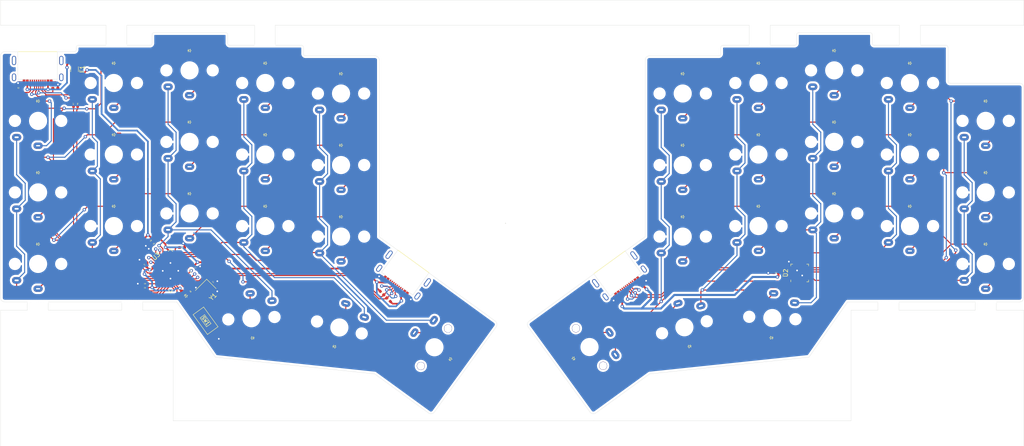
<source format=kicad_pcb>
(kicad_pcb (version 20171130) (host pcbnew 5.1.9)
  (layers (0 F.Cu signal hide) (31 B.Cu signal hide) (35 F.Paste user) (37 F.SilkS user) (38 B.Mask user) (39 F.Mask user) (44 Edge.Cuts user))
  (net 0 "")
  (net 1 GND)
  (net 2 "Net-(C1-Pad1)")
  (net 3 "Net-(C2-Pad1)")
  (net 4 VDD)
  (net 5 VSS)
  (net 6 +5V)
  (net 7 "Net-(C9-Pad1)")
  (net 8 "Net-(D1-Pad2)")
  (net 9 "Net-(D2-Pad2)")
  (net 10 /Row_R0)
  (net 11 "Net-(D3-Pad2)")
  (net 12 /Row_R1)
  (net 13 "Net-(D4-Pad2)")
  (net 14 /Row_R2)
  (net 15 "Net-(D5-Pad2)")
  (net 16 /Row_L0)
  (net 17 "Net-(D6-Pad2)")
  (net 18 /Row_L1)
  (net 19 "Net-(D7-Pad2)")
  (net 20 /Row_L2)
  (net 21 "Net-(D8-Pad2)")
  (net 22 "Net-(D9-Pad2)")
  (net 23 "Net-(D10-Pad2)")
  (net 24 "Net-(D11-Pad2)")
  (net 25 "Net-(D12-Pad2)")
  (net 26 "Net-(D13-Pad2)")
  (net 27 "Net-(D14-Pad2)")
  (net 28 "Net-(D15-Pad2)")
  (net 29 "Net-(D16-Pad2)")
  (net 30 "Net-(D17-Pad2)")
  (net 31 /Row_R3)
  (net 32 "Net-(D18-Pad2)")
  (net 33 "Net-(D19-Pad2)")
  (net 34 "Net-(D20-Pad2)")
  (net 35 "Net-(D21-Pad2)")
  (net 36 /Row_L3)
  (net 37 "Net-(D22-Pad2)")
  (net 38 "Net-(D23-Pad2)")
  (net 39 "Net-(D24-Pad2)")
  (net 40 "Net-(D25-Pad2)")
  (net 41 "Net-(D26-Pad2)")
  (net 42 "Net-(D27-Pad2)")
  (net 43 "Net-(D28-Pad2)")
  (net 44 "Net-(D29-Pad2)")
  (net 45 "Net-(D30-Pad2)")
  (net 46 "Net-(D31-Pad2)")
  (net 47 "Net-(D32-Pad2)")
  (net 48 "Net-(D33-Pad2)")
  (net 49 "Net-(D34-Pad2)")
  (net 50 "Net-(D35-Pad2)")
  (net 51 "Net-(D36-Pad2)")
  (net 52 "Net-(D37-Pad2)")
  (net 53 "Net-(F1-Pad1)")
  (net 54 "Net-(J1-PadS1)")
  (net 55 "Net-(J1-PadA7)")
  (net 56 "Net-(J1-PadA5)")
  (net 57 "Net-(J1-PadA6)")
  (net 58 "Net-(J1-PadB5)")
  (net 59 "Net-(J1-PadA8)")
  (net 60 "Net-(J1-PadB8)")
  (net 61 "Net-(J2-PadS1)")
  (net 62 /I2C_SDA_L)
  (net 63 "Net-(J2-PadA5)")
  (net 64 /I2C_SCL_L)
  (net 65 "Net-(J2-PadB5)")
  (net 66 "Net-(J2-PadA8)")
  (net 67 "Net-(J2-PadB8)")
  (net 68 "Net-(J3-PadS1)")
  (net 69 /I2C_SDA_R)
  (net 70 "Net-(J3-PadA5)")
  (net 71 /I2C_SCL_R)
  (net 72 "Net-(J3-PadB5)")
  (net 73 "Net-(J3-PadA8)")
  (net 74 "Net-(J3-PadB8)")
  (net 75 "Net-(R5-Pad2)")
  (net 76 "Net-(R9-Pad2)")
  (net 77 /Col_R0)
  (net 78 /Col_L0)
  (net 79 /Col_R1)
  (net 80 /Col_L1)
  (net 81 /Col_R2)
  (net 82 /Col_L2)
  (net 83 /Col_R3)
  (net 84 /Col_L3)
  (net 85 /Col_R4)
  (net 86 /Col_L4)
  (net 87 "Net-(U2-Pad17)")
  (net 88 "Net-(U2-Pad16)")
  (net 89 "Net-(U2-Pad15)")
  (net 90 "Net-(U2-Pad8)")
  (net 91 "Net-(U3-Pad42)")
  (net 92 "Net-(U3-Pad41)")
  (net 93 "Net-(U3-Pad40)")
  (net 94 "Net-(U3-Pad39)")
  (net 95 "Net-(U3-Pad38)")
  (net 96 "Net-(U3-Pad37)")
  (net 97 "Net-(U3-Pad32)")
  (net 98 "Net-(U3-Pad27)")
  (net 99 "Net-(U3-Pad26)")
  (net 100 "Net-(U3-Pad25)")
  (net 101 "Net-(U3-Pad22)")
  (net 102 "Net-(U3-Pad21)")
  (net 103 "Net-(U3-Pad20)")
  (net 104 /D-)
  (net 105 /D+)
  (net 106 "Net-(U2-Pad5)")
  (net 107 "Net-(U2-Pad4)")
  (net 108 "Net-(U2-Pad3)")
  (net 109 "Net-(U3-Pad12)")
  (net 110 "Net-(U3-Pad31)")
  (module kbd:Breakaway_Tabs (layer F.Cu) (at 276.55 90.45)
    (fp_text reference REF**)
    (fp_text value Breakaway_Tabs)
    (pad "" np_thru_hole circle (at -1.1875 0) (size 0.3 0.3) (drill 0.3) (layers *.Cu *.Mask))
    (pad "" np_thru_hole circle (at -2.375 0) (size 0.3 0.3) (drill 0.3) (layers *.Cu *.Mask))
    (pad "" np_thru_hole circle (at -0.59375 0) (size 0.3 0.3) (drill 0.3) (layers *.Cu *.Mask))
    (pad "" np_thru_hole circle (at -1.78125 0) (size 0.3 0.3) (drill 0.3) (layers *.Cu *.Mask))
    (pad "" np_thru_hole circle (at 2.375 0) (size 0.3 0.3) (drill 0.3) (layers *.Cu *.Mask))
    (pad "" np_thru_hole circle (at 1.78125 0) (size 0.3 0.3) (drill 0.3) (layers *.Cu *.Mask))
    (pad "" np_thru_hole circle (at 1.1875 0) (size 0.3 0.3) (drill 0.3) (layers *.Cu *.Mask))
    (pad "" np_thru_hole circle (at 0.59375 0) (size 0.3 0.3) (drill 0.3) (layers *.Cu *.Mask))
    (pad "" np_thru_hole circle (at 0 0) (size 0.3 0.3) (drill 0.3) (layers *.Cu *.Mask))
  )
  (module kbd:Breakaway_Tabs (layer F.Cu) (at 253.4 90.45)
    (fp_text reference REF**)
    (fp_text value Breakaway_Tabs)
    (pad "" np_thru_hole circle (at -1.1875 0) (size 0.3 0.3) (drill 0.3) (layers *.Cu *.Mask))
    (pad "" np_thru_hole circle (at -2.375 0) (size 0.3 0.3) (drill 0.3) (layers *.Cu *.Mask))
    (pad "" np_thru_hole circle (at -0.59375 0) (size 0.3 0.3) (drill 0.3) (layers *.Cu *.Mask))
    (pad "" np_thru_hole circle (at -1.78125 0) (size 0.3 0.3) (drill 0.3) (layers *.Cu *.Mask))
    (pad "" np_thru_hole circle (at 2.375 0) (size 0.3 0.3) (drill 0.3) (layers *.Cu *.Mask))
    (pad "" np_thru_hole circle (at 1.78125 0) (size 0.3 0.3) (drill 0.3) (layers *.Cu *.Mask))
    (pad "" np_thru_hole circle (at 1.1875 0) (size 0.3 0.3) (drill 0.3) (layers *.Cu *.Mask))
    (pad "" np_thru_hole circle (at 0.59375 0) (size 0.3 0.3) (drill 0.3) (layers *.Cu *.Mask))
    (pad "" np_thru_hole circle (at 0 0) (size 0.3 0.3) (drill 0.3) (layers *.Cu *.Mask))
  )
  (module kbd:Breakaway_Tabs (layer F.Cu) (at 73.64375 90.45)
    (fp_text reference REF**)
    (fp_text value Breakaway_Tabs)
    (pad "" np_thru_hole circle (at -1.1875 0) (size 0.3 0.3) (drill 0.3) (layers *.Cu *.Mask))
    (pad "" np_thru_hole circle (at -2.375 0) (size 0.3 0.3) (drill 0.3) (layers *.Cu *.Mask))
    (pad "" np_thru_hole circle (at -0.59375 0) (size 0.3 0.3) (drill 0.3) (layers *.Cu *.Mask))
    (pad "" np_thru_hole circle (at -1.78125 0) (size 0.3 0.3) (drill 0.3) (layers *.Cu *.Mask))
    (pad "" np_thru_hole circle (at 2.375 0) (size 0.3 0.3) (drill 0.3) (layers *.Cu *.Mask))
    (pad "" np_thru_hole circle (at 1.78125 0) (size 0.3 0.3) (drill 0.3) (layers *.Cu *.Mask))
    (pad "" np_thru_hole circle (at 1.1875 0) (size 0.3 0.3) (drill 0.3) (layers *.Cu *.Mask))
    (pad "" np_thru_hole circle (at 0.59375 0) (size 0.3 0.3) (drill 0.3) (layers *.Cu *.Mask))
    (pad "" np_thru_hole circle (at 0 0) (size 0.3 0.3) (drill 0.3) (layers *.Cu *.Mask))
  )
  (module kbd:Breakaway_Tabs (layer F.Cu) (at 51.25 90.45)
    (fp_text reference REF**)
    (fp_text value Breakaway_Tabs)
    (pad "" np_thru_hole circle (at -1.1875 0) (size 0.3 0.3) (drill 0.3) (layers *.Cu *.Mask))
    (pad "" np_thru_hole circle (at -2.375 0) (size 0.3 0.3) (drill 0.3) (layers *.Cu *.Mask))
    (pad "" np_thru_hole circle (at -0.59375 0) (size 0.3 0.3) (drill 0.3) (layers *.Cu *.Mask))
    (pad "" np_thru_hole circle (at -1.78125 0) (size 0.3 0.3) (drill 0.3) (layers *.Cu *.Mask))
    (pad "" np_thru_hole circle (at 2.375 0) (size 0.3 0.3) (drill 0.3) (layers *.Cu *.Mask))
    (pad "" np_thru_hole circle (at 1.78125 0) (size 0.3 0.3) (drill 0.3) (layers *.Cu *.Mask))
    (pad "" np_thru_hole circle (at 1.1875 0) (size 0.3 0.3) (drill 0.3) (layers *.Cu *.Mask))
    (pad "" np_thru_hole circle (at 0.59375 0) (size 0.3 0.3) (drill 0.3) (layers *.Cu *.Mask))
    (pad "" np_thru_hole circle (at 0 0) (size 0.3 0.3) (drill 0.3) (layers *.Cu *.Mask))
  )
  (module kbd:Breakaway_Tabs (layer F.Cu) (at 258.5 29.25)
    (fp_text reference REF**)
    (fp_text value Breakaway_Tabs)
    (pad "" np_thru_hole circle (at -1.1875 0) (size 0.3 0.3) (drill 0.3) (layers *.Cu *.Mask))
    (pad "" np_thru_hole circle (at -2.375 0) (size 0.3 0.3) (drill 0.3) (layers *.Cu *.Mask))
    (pad "" np_thru_hole circle (at -0.59375 0) (size 0.3 0.3) (drill 0.3) (layers *.Cu *.Mask))
    (pad "" np_thru_hole circle (at -1.78125 0) (size 0.3 0.3) (drill 0.3) (layers *.Cu *.Mask))
    (pad "" np_thru_hole circle (at 2.375 0) (size 0.3 0.3) (drill 0.3) (layers *.Cu *.Mask))
    (pad "" np_thru_hole circle (at 1.78125 0) (size 0.3 0.3) (drill 0.3) (layers *.Cu *.Mask))
    (pad "" np_thru_hole circle (at 1.1875 0) (size 0.3 0.3) (drill 0.3) (layers *.Cu *.Mask))
    (pad "" np_thru_hole circle (at 0.59375 0) (size 0.3 0.3) (drill 0.3) (layers *.Cu *.Mask))
    (pad "" np_thru_hole circle (at 0 0) (size 0.3 0.3) (drill 0.3) (layers *.Cu *.Mask))
  )
  (module kbd:Breakaway_Tabs (layer F.Cu) (at 222.8 29.25)
    (fp_text reference REF**)
    (fp_text value Breakaway_Tabs)
    (pad "" np_thru_hole circle (at -1.1875 0) (size 0.3 0.3) (drill 0.3) (layers *.Cu *.Mask))
    (pad "" np_thru_hole circle (at -2.375 0) (size 0.3 0.3) (drill 0.3) (layers *.Cu *.Mask))
    (pad "" np_thru_hole circle (at -0.59375 0) (size 0.3 0.3) (drill 0.3) (layers *.Cu *.Mask))
    (pad "" np_thru_hole circle (at -1.78125 0) (size 0.3 0.3) (drill 0.3) (layers *.Cu *.Mask))
    (pad "" np_thru_hole circle (at 2.375 0) (size 0.3 0.3) (drill 0.3) (layers *.Cu *.Mask))
    (pad "" np_thru_hole circle (at 1.78125 0) (size 0.3 0.3) (drill 0.3) (layers *.Cu *.Mask))
    (pad "" np_thru_hole circle (at 1.1875 0) (size 0.3 0.3) (drill 0.3) (layers *.Cu *.Mask))
    (pad "" np_thru_hole circle (at 0.59375 0) (size 0.3 0.3) (drill 0.3) (layers *.Cu *.Mask))
    (pad "" np_thru_hole circle (at 0 0) (size 0.3 0.3) (drill 0.3) (layers *.Cu *.Mask))
  )
  (module kbd:Breakaway_Tabs (layer F.Cu) (at 105.2 29.25)
    (fp_text reference REF**)
    (fp_text value Breakaway_Tabs)
    (pad "" np_thru_hole circle (at -1.1875 0) (size 0.3 0.3) (drill 0.3) (layers *.Cu *.Mask))
    (pad "" np_thru_hole circle (at -2.375 0) (size 0.3 0.3) (drill 0.3) (layers *.Cu *.Mask))
    (pad "" np_thru_hole circle (at -0.59375 0) (size 0.3 0.3) (drill 0.3) (layers *.Cu *.Mask))
    (pad "" np_thru_hole circle (at -1.78125 0) (size 0.3 0.3) (drill 0.3) (layers *.Cu *.Mask))
    (pad "" np_thru_hole circle (at 2.375 0) (size 0.3 0.3) (drill 0.3) (layers *.Cu *.Mask))
    (pad "" np_thru_hole circle (at 1.78125 0) (size 0.3 0.3) (drill 0.3) (layers *.Cu *.Mask))
    (pad "" np_thru_hole circle (at 1.1875 0) (size 0.3 0.3) (drill 0.3) (layers *.Cu *.Mask))
    (pad "" np_thru_hole circle (at 0.59375 0) (size 0.3 0.3) (drill 0.3) (layers *.Cu *.Mask))
    (pad "" np_thru_hole circle (at 0 0) (size 0.3 0.3) (drill 0.3) (layers *.Cu *.Mask))
  )
  (module kbd:Breakaway_Tabs (layer F.Cu) (at 69.93125 29.25)
    (fp_text reference REF**)
    (fp_text value Breakaway_Tabs)
    (pad "" np_thru_hole circle (at -1.1875 0) (size 0.3 0.3) (drill 0.3) (layers *.Cu *.Mask))
    (pad "" np_thru_hole circle (at -2.375 0) (size 0.3 0.3) (drill 0.3) (layers *.Cu *.Mask))
    (pad "" np_thru_hole circle (at -0.59375 0) (size 0.3 0.3) (drill 0.3) (layers *.Cu *.Mask))
    (pad "" np_thru_hole circle (at -1.78125 0) (size 0.3 0.3) (drill 0.3) (layers *.Cu *.Mask))
    (pad "" np_thru_hole circle (at 2.375 0) (size 0.3 0.3) (drill 0.3) (layers *.Cu *.Mask))
    (pad "" np_thru_hole circle (at 1.78125 0) (size 0.3 0.3) (drill 0.3) (layers *.Cu *.Mask))
    (pad "" np_thru_hole circle (at 1.1875 0) (size 0.3 0.3) (drill 0.3) (layers *.Cu *.Mask))
    (pad "" np_thru_hole circle (at 0.59375 0) (size 0.3 0.3) (drill 0.3) (layers *.Cu *.Mask))
    (pad "" np_thru_hole circle (at 0 0) (size 0.3 0.3) (drill 0.3) (layers *.Cu *.Mask))
  )
  (module WetCorn:R_0402_HandSolder (layer F.Cu) (at 134.6 89.8 135)
    (fp_text reference R4 hide)
    (fp_text value 4.7k)
    (fp_text user %R (at 0 0 135) (layer F.SilkS) (effects (font (size 0.26 0.26) (thickness 0.04))))
    (pad 2 smd roundrect (at 0.5975 0 135) (size 0.715 0.64) (layers F.Cu F.Paste F.Mask) (net 64 /I2C_SCL_L))
    (pad 1 smd roundrect (at -0.5975 0 135) (size 0.715 0.64) (layers F.Cu F.Paste F.Mask) (net 6 +5V))
  )
  (module WetCorn:Micro_Push_Button_3x6x2.5mm (layer F.Cu) (at 91.1 94.8 126)
    (fp_text reference SW1 (at 0 0 126) (layer F.SilkS) (effects (font (size 0.75 0.75))))
    (fp_text value SW_Push)
    (pad 2 smd rect (at 3.8 0 126) (size 1.4 1) (layers F.Cu F.Paste F.Mask) (net 8 "Net-(D1-Pad2)"))
    (pad 1 smd rect (at -3.8 0 126) (size 1.4 1) (layers F.Cu F.Paste F.Mask) (net 1 GND))
  )
  (module WetCorn:C_0402_HandSolder (layer F.Cu) (at 92.8 88.9 45)
    (fp_text reference C2 hide)
    (fp_text value 22nF)
    (fp_text user %R (at 0 0 45) (layer F.SilkS) (effects (font (size 0.25 0.25) (thickness 0.04))))
    (pad 2 smd roundrect (at 0.5675 0 45) (size 0.735 0.62) (layers F.Cu F.Paste F.Mask) (net 1 GND))
    (pad 1 smd roundrect (at -0.5675 0 45) (size 0.735 0.62) (layers F.Cu F.Paste F.Mask) (net 3 "Net-(C2-Pad1)"))
  )
  (module WetCorn:C_0402_HandSolder (layer F.Cu) (at 78.798717 76.501283 45)
    (fp_text reference C6 hide)
    (fp_text value 0.1uF)
    (fp_text user %R (at 0 0 45) (layer F.SilkS) (effects (font (size 0.25 0.25) (thickness 0.04))))
    (pad 2 smd roundrect (at 0.5675 0 45) (size 0.735 0.62) (layers F.Cu F.Paste F.Mask) (net 6 +5V))
    (pad 1 smd roundrect (at -0.5675 0 45) (size 0.735 0.62) (layers F.Cu F.Paste F.Mask) (net 1 GND))
  )
  (module WetCorn:C_0402_HandSolder (layer F.Cu) (at 92.905808 85.613083 315)
    (fp_text reference C1 hide)
    (fp_text value 22nF)
    (fp_text user %R (at 0 0 135) (layer F.SilkS) (effects (font (size 0.25 0.25) (thickness 0.04))))
    (pad 2 smd roundrect (at 0.5675 0 315) (size 0.735 0.62) (layers F.Cu F.Paste F.Mask) (net 1 GND))
    (pad 1 smd roundrect (at -0.5675 0 315) (size 0.735 0.62) (layers F.Cu F.Paste F.Mask) (net 2 "Net-(C1-Pad1)"))
  )
  (module Oscillator:Oscillator_SMD_Abracon_ASE-4Pin_3.2x2.5mm (layer F.Cu) (at 91.138041 87.38085 225)
    (fp_text reference Y1 (at 0 -2.45 45) (layer F.SilkS))
    (fp_text value 16MHZ)
    (pad 4 smd rect (at -1.05 -0.825 225) (size 1.3 1.1) (layers F.Cu F.Paste F.Mask) (net 1 GND))
    (pad 3 smd rect (at 1.05 -0.825 225) (size 1.3 1.1) (layers F.Cu F.Paste F.Mask) (net 3 "Net-(C2-Pad1)"))
    (pad 2 smd rect (at 1.05 0.825 225) (size 1.3 1.1) (layers F.Cu F.Paste F.Mask) (net 1 GND))
    (pad 1 smd rect (at -1.05 0.825 225) (size 1.3 1.1) (layers F.Cu F.Paste F.Mask) (net 2 "Net-(C1-Pad1)"))
  )
  (module WetCorn:C_0402_HandSolder (layer F.Cu) (at 78.1 75.8 45)
    (fp_text reference C8 hide)
    (fp_text value 4.7uF)
    (fp_text user %R (at 0 0 45) (layer F.SilkS) (effects (font (size 0.25 0.25) (thickness 0.04))))
    (pad 2 smd roundrect (at 0.5675 0 45) (size 0.735 0.62) (layers F.Cu F.Paste F.Mask) (net 6 +5V))
    (pad 1 smd roundrect (at -0.5675 0 45) (size 0.735 0.62) (layers F.Cu F.Paste F.Mask) (net 1 GND))
  )
  (module WetCorn:Kailh_Choc_1u (layer F.Cu) (at 69.3 72.3)
    (fp_text reference SW13 hide)
    (fp_text value SW_Push hide)
    (pad 1 thru_hole oval (at -5.1 3.9) (size 2.2 1.6) (drill oval 1 0.4) (layers *.Cu B.Mask) (net 80 /Col_L1))
    (pad "" np_thru_hole circle (at 0 0 90) (size 3.3 3.3) (drill 3.3) (layers *.Cu *.Mask))
    (pad "" np_thru_hole circle (at -5.5 0 90) (size 1.9 1.9) (drill 1.9) (layers *.Cu *.Mask))
    (pad "" np_thru_hole circle (at 5.5 0 90) (size 1.9 1.9) (drill 1.9) (layers *.Cu *.Mask))
    (pad 2 thru_hole oval (at 0 5.9) (size 2.2 1.5) (drill oval 1 0.3) (layers *.Cu B.Mask) (net 26 "Net-(D13-Pad2)"))
  )
  (module Package_DFN_QFN:QFN-44-1EP_7x7mm_P0.5mm_EP5.2x5.2mm (layer F.Cu) (at 82.761085 82.911863 45)
    (fp_text reference U3 (at 0 -4.82 45) (layer F.SilkS))
    (fp_text value ATmega32U4-MU)
    (pad 45 smd rect (at 0 0 45) (size 5.2 5.2) (layers F.Cu F.Mask) (net 1 GND))
    (pad 44 smd roundrect (at -2.5 -3.3375 45) (size 0.25 1.075) (layers F.Cu F.Paste F.Mask) (net 6 +5V))
    (pad 43 smd roundrect (at -2 -3.3375 45) (size 0.25 1.075) (layers F.Cu F.Paste F.Mask) (net 1 GND))
    (pad 42 smd roundrect (at -1.5 -3.3375 45) (size 0.25 1.075) (layers F.Cu F.Paste F.Mask) (net 91 "Net-(U3-Pad42)"))
    (pad 41 smd roundrect (at -1 -3.3375 45) (size 0.25 1.075) (layers F.Cu F.Paste F.Mask) (net 92 "Net-(U3-Pad41)"))
    (pad 40 smd roundrect (at -0.5 -3.3375 45) (size 0.25 1.075) (layers F.Cu F.Paste F.Mask) (net 93 "Net-(U3-Pad40)"))
    (pad 39 smd roundrect (at 0 -3.3375 45) (size 0.25 1.075) (layers F.Cu F.Paste F.Mask) (net 94 "Net-(U3-Pad39)"))
    (pad 38 smd roundrect (at 0.5 -3.3375 45) (size 0.25 1.075) (layers F.Cu F.Paste F.Mask) (net 95 "Net-(U3-Pad38)"))
    (pad 37 smd roundrect (at 1 -3.3375 45) (size 0.25 1.075) (layers F.Cu F.Paste F.Mask) (net 96 "Net-(U3-Pad37)"))
    (pad 36 smd roundrect (at 1.5 -3.3375 45) (size 0.25 1.075) (layers F.Cu F.Paste F.Mask) (net 82 /Col_L2))
    (pad 35 smd roundrect (at 2 -3.3375 45) (size 0.25 1.075) (layers F.Cu F.Paste F.Mask) (net 1 GND))
    (pad 34 smd roundrect (at 2.5 -3.3375 45) (size 0.25 1.075) (layers F.Cu F.Paste F.Mask) (net 6 +5V))
    (pad 33 smd roundrect (at 3.3375 -2.5 45) (size 1.075 0.25) (layers F.Cu F.Paste F.Mask) (net 76 "Net-(R9-Pad2)"))
    (pad 32 smd roundrect (at 3.3375 -2 45) (size 1.075 0.25) (layers F.Cu F.Paste F.Mask) (net 97 "Net-(U3-Pad32)"))
    (pad 31 smd roundrect (at 3.3375 -1.5 45) (size 1.075 0.25) (layers F.Cu F.Paste F.Mask) (net 110 "Net-(U3-Pad31)"))
    (pad 30 smd roundrect (at 3.3375 -1 45) (size 1.075 0.25) (layers F.Cu F.Paste F.Mask) (net 84 /Col_L3))
    (pad 29 smd roundrect (at 3.3375 -0.5 45) (size 1.075 0.25) (layers F.Cu F.Paste F.Mask) (net 86 /Col_L4))
    (pad 28 smd roundrect (at 3.3375 0 45) (size 1.075 0.25) (layers F.Cu F.Paste F.Mask) (net 36 /Row_L3))
    (pad 27 smd roundrect (at 3.3375 0.5 45) (size 1.075 0.25) (layers F.Cu F.Paste F.Mask) (net 98 "Net-(U3-Pad27)"))
    (pad 26 smd roundrect (at 3.3375 1 45) (size 1.075 0.25) (layers F.Cu F.Paste F.Mask) (net 99 "Net-(U3-Pad26)"))
    (pad 25 smd roundrect (at 3.3375 1.5 45) (size 1.075 0.25) (layers F.Cu F.Paste F.Mask) (net 100 "Net-(U3-Pad25)"))
    (pad 24 smd roundrect (at 3.3375 2 45) (size 1.075 0.25) (layers F.Cu F.Paste F.Mask) (net 6 +5V))
    (pad 23 smd roundrect (at 3.3375 2.5 45) (size 1.075 0.25) (layers F.Cu F.Paste F.Mask) (net 1 GND))
    (pad 22 smd roundrect (at 2.5 3.3375 45) (size 0.25 1.075) (layers F.Cu F.Paste F.Mask) (net 101 "Net-(U3-Pad22)"))
    (pad 21 smd roundrect (at 2 3.3375 45) (size 0.25 1.075) (layers F.Cu F.Paste F.Mask) (net 102 "Net-(U3-Pad21)"))
    (pad 20 smd roundrect (at 1.5 3.3375 45) (size 0.25 1.075) (layers F.Cu F.Paste F.Mask) (net 103 "Net-(U3-Pad20)"))
    (pad 19 smd roundrect (at 1 3.3375 45) (size 0.25 1.075) (layers F.Cu F.Paste F.Mask) (net 62 /I2C_SDA_L))
    (pad 18 smd roundrect (at 0.5 3.3375 45) (size 0.25 1.075) (layers F.Cu F.Paste F.Mask) (net 64 /I2C_SCL_L))
    (pad 17 smd roundrect (at 0 3.3375 45) (size 0.25 1.075) (layers F.Cu F.Paste F.Mask) (net 2 "Net-(C1-Pad1)"))
    (pad 16 smd roundrect (at -0.5 3.3375 45) (size 0.25 1.075) (layers F.Cu F.Paste F.Mask) (net 3 "Net-(C2-Pad1)"))
    (pad 15 smd roundrect (at -1 3.3375 45) (size 0.25 1.075) (layers F.Cu F.Paste F.Mask) (net 1 GND))
    (pad 14 smd roundrect (at -1.5 3.3375 45) (size 0.25 1.075) (layers F.Cu F.Paste F.Mask) (net 6 +5V))
    (pad 13 smd roundrect (at -2 3.3375 45) (size 0.25 1.075) (layers F.Cu F.Paste F.Mask) (net 8 "Net-(D1-Pad2)"))
    (pad 12 smd roundrect (at -2.5 3.3375 45) (size 0.25 1.075) (layers F.Cu F.Paste F.Mask) (net 109 "Net-(U3-Pad12)"))
    (pad 11 smd roundrect (at -3.3375 2.5 45) (size 1.075 0.25) (layers F.Cu F.Paste F.Mask) (net 78 /Col_L0))
    (pad 10 smd roundrect (at -3.3375 2 45) (size 1.075 0.25) (layers F.Cu F.Paste F.Mask) (net 20 /Row_L2))
    (pad 9 smd roundrect (at -3.3375 1.5 45) (size 1.075 0.25) (layers F.Cu F.Paste F.Mask) (net 18 /Row_L1))
    (pad 8 smd roundrect (at -3.3375 1 45) (size 1.075 0.25) (layers F.Cu F.Paste F.Mask) (net 16 /Row_L0))
    (pad 7 smd roundrect (at -3.3375 0.5 45) (size 1.075 0.25) (layers F.Cu F.Paste F.Mask) (net 6 +5V))
    (pad 6 smd roundrect (at -3.3375 0 45) (size 1.075 0.25) (layers F.Cu F.Paste F.Mask) (net 7 "Net-(C9-Pad1)"))
    (pad 5 smd roundrect (at -3.3375 -0.5 45) (size 1.075 0.25) (layers F.Cu F.Paste F.Mask) (net 1 GND))
    (pad 4 smd roundrect (at -3.3375 -1 45) (size 1.075 0.25) (layers F.Cu F.Paste F.Mask) (net 105 /D+))
    (pad 3 smd roundrect (at -3.3375 -1.5 45) (size 1.075 0.25) (layers F.Cu F.Paste F.Mask) (net 104 /D-))
    (pad 2 smd roundrect (at -3.3375 -2 45) (size 1.075 0.25) (layers F.Cu F.Paste F.Mask) (net 6 +5V))
    (pad 1 smd roundrect (at -3.3375 -2.5 45) (size 1.075 0.25) (layers F.Cu F.Paste F.Mask) (net 80 /Col_L1))
  )
  (module WetCorn:D_SOD-323_HandSoldering (layer F.Cu) (at 149.3 103.9 54)
    (fp_text reference D37 hide)
    (fp_text value D)
    (pad 2 smd rect (at 1.25 0 54) (size 1 1) (layers F.Cu F.Paste F.Mask) (net 52 "Net-(D37-Pad2)"))
    (pad 1 smd rect (at -1.25 0 54) (size 1 1) (layers F.Cu F.Paste F.Mask) (net 36 /Row_L3))
  )
  (module WetCorn:D_SOD-323_HandSoldering (layer F.Cu) (at 123.3 70.1)
    (fp_text reference D36 hide)
    (fp_text value D)
    (pad 2 smd rect (at 1.25 0) (size 1 1) (layers F.Cu F.Paste F.Mask) (net 51 "Net-(D36-Pad2)"))
    (pad 1 smd rect (at -1.25 0) (size 1 1) (layers F.Cu F.Paste F.Mask) (net 20 /Row_L2))
  )
  (module WetCorn:D_SOD-323_HandSoldering (layer F.Cu) (at 123.3 53.1)
    (fp_text reference D35 hide)
    (fp_text value D)
    (pad 2 smd rect (at 1.25 0) (size 1 1) (layers F.Cu F.Paste F.Mask) (net 50 "Net-(D35-Pad2)"))
    (pad 1 smd rect (at -1.25 0) (size 1 1) (layers F.Cu F.Paste F.Mask) (net 18 /Row_L1))
  )
  (module WetCorn:D_SOD-323_HandSoldering (layer F.Cu) (at 123.3 36.1)
    (fp_text reference D34 hide)
    (fp_text value D)
    (pad 2 smd rect (at 1.25 0) (size 1 1) (layers F.Cu F.Paste F.Mask) (net 49 "Net-(D34-Pad2)"))
    (pad 1 smd rect (at -1.25 0) (size 1 1) (layers F.Cu F.Paste F.Mask) (net 16 /Row_L0))
  )
  (module WetCorn:D_SOD-323_HandSoldering (layer F.Cu) (at 178.55 103.75 126)
    (fp_text reference D33 hide)
    (fp_text value D)
    (pad 2 smd rect (at 1.25 0 126) (size 1 1) (layers F.Cu F.Paste F.Mask) (net 48 "Net-(D33-Pad2)"))
    (pad 1 smd rect (at -1.25 0 126) (size 1 1) (layers F.Cu F.Paste F.Mask) (net 31 /Row_R3))
  )
  (module WetCorn:D_SOD-323_HandSoldering (layer F.Cu) (at 204.5 70.1)
    (fp_text reference D32 hide)
    (fp_text value D)
    (pad 2 smd rect (at 1.25 0) (size 1 1) (layers F.Cu F.Paste F.Mask) (net 47 "Net-(D32-Pad2)"))
    (pad 1 smd rect (at -1.25 0) (size 1 1) (layers F.Cu F.Paste F.Mask) (net 14 /Row_R2))
  )
  (module WetCorn:D_SOD-323_HandSoldering (layer F.Cu) (at 204.5 53.1)
    (fp_text reference D31 hide)
    (fp_text value D)
    (pad 2 smd rect (at 1.25 0) (size 1 1) (layers F.Cu F.Paste F.Mask) (net 46 "Net-(D31-Pad2)"))
    (pad 1 smd rect (at -1.25 0) (size 1 1) (layers F.Cu F.Paste F.Mask) (net 12 /Row_R1))
  )
  (module WetCorn:D_SOD-323_HandSoldering (layer F.Cu) (at 204.5 36.1)
    (fp_text reference D30 hide)
    (fp_text value D)
    (pad 2 smd rect (at 1.25 0) (size 1 1) (layers F.Cu F.Paste F.Mask) (net 45 "Net-(D30-Pad2)"))
    (pad 1 smd rect (at -1.25 0) (size 1 1) (layers F.Cu F.Paste F.Mask) (net 10 /Row_R0))
  )
  (module WetCorn:D_SOD-323_HandSoldering (layer F.Cu) (at 121.75 100.95 345)
    (fp_text reference D29 hide)
    (fp_text value D)
    (pad 2 smd rect (at 1.25 0 345) (size 1 1) (layers F.Cu F.Paste F.Mask) (net 44 "Net-(D29-Pad2)"))
    (pad 1 smd rect (at -1.25 0 345) (size 1 1) (layers F.Cu F.Paste F.Mask) (net 36 /Row_L3))
  )
  (module WetCorn:D_SOD-323_HandSoldering (layer F.Cu) (at 105.3 67.6)
    (fp_text reference D28 hide)
    (fp_text value D)
    (pad 2 smd rect (at 1.25 0) (size 1 1) (layers F.Cu F.Paste F.Mask) (net 43 "Net-(D28-Pad2)"))
    (pad 1 smd rect (at -1.25 0) (size 1 1) (layers F.Cu F.Paste F.Mask) (net 20 /Row_L2))
  )
  (module WetCorn:D_SOD-323_HandSoldering (layer F.Cu) (at 105.3 50.6)
    (fp_text reference D27 hide)
    (fp_text value D)
    (pad 2 smd rect (at 1.25 0) (size 1 1) (layers F.Cu F.Paste F.Mask) (net 42 "Net-(D27-Pad2)"))
    (pad 1 smd rect (at -1.25 0) (size 1 1) (layers F.Cu F.Paste F.Mask) (net 18 /Row_L1))
  )
  (module WetCorn:D_SOD-323_HandSoldering (layer F.Cu) (at 105.3 33.6)
    (fp_text reference D26 hide)
    (fp_text value D)
    (pad 2 smd rect (at 1.25 0) (size 1 1) (layers F.Cu F.Paste F.Mask) (net 41 "Net-(D26-Pad2)"))
    (pad 1 smd rect (at -1.25 0) (size 1 1) (layers F.Cu F.Paste F.Mask) (net 16 /Row_L0))
  )
  (module WetCorn:D_SOD-323_HandSoldering (layer F.Cu) (at 206.1 100.9 195)
    (fp_text reference D25 hide)
    (fp_text value D)
    (pad 2 smd rect (at 1.25 0 195) (size 1 1) (layers F.Cu F.Paste F.Mask) (net 40 "Net-(D25-Pad2)"))
    (pad 1 smd rect (at -1.25 0 195) (size 1 1) (layers F.Cu F.Paste F.Mask) (net 31 /Row_R3))
  )
  (module WetCorn:D_SOD-323_HandSoldering (layer F.Cu) (at 222.5 67.6)
    (fp_text reference D24 hide)
    (fp_text value D)
    (pad 2 smd rect (at 1.25 0) (size 1 1) (layers F.Cu F.Paste F.Mask) (net 39 "Net-(D24-Pad2)"))
    (pad 1 smd rect (at -1.25 0) (size 1 1) (layers F.Cu F.Paste F.Mask) (net 14 /Row_R2))
  )
  (module WetCorn:D_SOD-323_HandSoldering (layer F.Cu) (at 222.5 50.6)
    (fp_text reference D23 hide)
    (fp_text value D)
    (pad 2 smd rect (at 1.25 0) (size 1 1) (layers F.Cu F.Paste F.Mask) (net 38 "Net-(D23-Pad2)"))
    (pad 1 smd rect (at -1.25 0) (size 1 1) (layers F.Cu F.Paste F.Mask) (net 12 /Row_R1))
  )
  (module WetCorn:D_SOD-323_HandSoldering (layer F.Cu) (at 222.5 33.6)
    (fp_text reference D22 hide)
    (fp_text value D)
    (pad 2 smd rect (at 1.25 0) (size 1 1) (layers F.Cu F.Paste F.Mask) (net 37 "Net-(D22-Pad2)"))
    (pad 1 smd rect (at -1.25 0) (size 1 1) (layers F.Cu F.Paste F.Mask) (net 10 /Row_R0))
  )
  (module WetCorn:D_SOD-323_HandSoldering (layer F.Cu) (at 102.25 98.9 183)
    (fp_text reference D21 hide)
    (fp_text value D)
    (pad 2 smd rect (at 1.25 0 183) (size 1 1) (layers F.Cu F.Paste F.Mask) (net 35 "Net-(D21-Pad2)"))
    (pad 1 smd rect (at -1.25 0 183) (size 1 1) (layers F.Cu F.Paste F.Mask) (net 36 /Row_L3))
  )
  (module WetCorn:D_SOD-323_HandSoldering (layer F.Cu) (at 87.3 64.6)
    (fp_text reference D20 hide)
    (fp_text value D)
    (pad 2 smd rect (at 1.25 0) (size 1 1) (layers F.Cu F.Paste F.Mask) (net 34 "Net-(D20-Pad2)"))
    (pad 1 smd rect (at -1.25 0) (size 1 1) (layers F.Cu F.Paste F.Mask) (net 20 /Row_L2))
  )
  (module WetCorn:D_SOD-323_HandSoldering (layer F.Cu) (at 87.3 47.6)
    (fp_text reference D19 hide)
    (fp_text value D)
    (pad 2 smd rect (at 1.25 0) (size 1 1) (layers F.Cu F.Paste F.Mask) (net 33 "Net-(D19-Pad2)"))
    (pad 1 smd rect (at -1.25 0) (size 1 1) (layers F.Cu F.Paste F.Mask) (net 18 /Row_L1))
  )
  (module WetCorn:D_SOD-323_HandSoldering (layer F.Cu) (at 87.3 30.6)
    (fp_text reference D18 hide)
    (fp_text value D)
    (pad 2 smd rect (at 1.25 0) (size 1 1) (layers F.Cu F.Paste F.Mask) (net 32 "Net-(D18-Pad2)"))
    (pad 1 smd rect (at -1.25 0) (size 1 1) (layers F.Cu F.Paste F.Mask) (net 16 /Row_L0))
  )
  (module WetCorn:D_SOD-323_HandSoldering (layer F.Cu) (at 225.55 98.85 177)
    (fp_text reference D17 hide)
    (fp_text value D)
    (pad 2 smd rect (at 1.25 0 177) (size 1 1) (layers F.Cu F.Paste F.Mask) (net 30 "Net-(D17-Pad2)"))
    (pad 1 smd rect (at -1.25 0 177) (size 1 1) (layers F.Cu F.Paste F.Mask) (net 31 /Row_R3))
  )
  (module WetCorn:D_SOD-323_HandSoldering (layer F.Cu) (at 240.5 64.6)
    (fp_text reference D16 hide)
    (fp_text value D)
    (pad 2 smd rect (at 1.25 0) (size 1 1) (layers F.Cu F.Paste F.Mask) (net 29 "Net-(D16-Pad2)"))
    (pad 1 smd rect (at -1.25 0) (size 1 1) (layers F.Cu F.Paste F.Mask) (net 14 /Row_R2))
  )
  (module WetCorn:D_SOD-323_HandSoldering (layer F.Cu) (at 240.5 47.6)
    (fp_text reference D15 hide)
    (fp_text value D)
    (pad 2 smd rect (at 1.25 0) (size 1 1) (layers F.Cu F.Paste F.Mask) (net 28 "Net-(D15-Pad2)"))
    (pad 1 smd rect (at -1.25 0) (size 1 1) (layers F.Cu F.Paste F.Mask) (net 12 /Row_R1))
  )
  (module WetCorn:D_SOD-323_HandSoldering (layer F.Cu) (at 240.5 30.6)
    (fp_text reference D14 hide)
    (fp_text value D)
    (pad 2 smd rect (at 1.25 0) (size 1 1) (layers F.Cu F.Paste F.Mask) (net 27 "Net-(D14-Pad2)"))
    (pad 1 smd rect (at -1.25 0) (size 1 1) (layers F.Cu F.Paste F.Mask) (net 10 /Row_R0))
  )
  (module WetCorn:D_SOD-323_HandSoldering (layer F.Cu) (at 69.3 67.6)
    (fp_text reference D13 hide)
    (fp_text value D)
    (pad 2 smd rect (at 1.25 0) (size 1 1) (layers F.Cu F.Paste F.Mask) (net 26 "Net-(D13-Pad2)"))
    (pad 1 smd rect (at -1.25 0) (size 1 1) (layers F.Cu F.Paste F.Mask) (net 20 /Row_L2))
  )
  (module WetCorn:D_SOD-323_HandSoldering (layer F.Cu) (at 69.3 50.6)
    (fp_text reference D12 hide)
    (fp_text value D)
    (pad 2 smd rect (at 1.25 0) (size 1 1) (layers F.Cu F.Paste F.Mask) (net 25 "Net-(D12-Pad2)"))
    (pad 1 smd rect (at -1.25 0) (size 1 1) (layers F.Cu F.Paste F.Mask) (net 18 /Row_L1))
  )
  (module WetCorn:D_SOD-323_HandSoldering (layer F.Cu) (at 69.3 33.6)
    (fp_text reference D11 hide)
    (fp_text value D)
    (pad 2 smd rect (at 1.25 0) (size 1 1) (layers F.Cu F.Paste F.Mask) (net 24 "Net-(D11-Pad2)"))
    (pad 1 smd rect (at -1.25 0) (size 1 1) (layers F.Cu F.Paste F.Mask) (net 16 /Row_L0))
  )
  (module WetCorn:D_SOD-323_HandSoldering (layer F.Cu) (at 258.5 67.6)
    (fp_text reference D10 hide)
    (fp_text value D)
    (pad 2 smd rect (at 1.25 0) (size 1 1) (layers F.Cu F.Paste F.Mask) (net 23 "Net-(D10-Pad2)"))
    (pad 1 smd rect (at -1.25 0) (size 1 1) (layers F.Cu F.Paste F.Mask) (net 14 /Row_R2))
  )
  (module WetCorn:D_SOD-323_HandSoldering (layer F.Cu) (at 258.5 50.6)
    (fp_text reference D9 hide)
    (fp_text value D)
    (pad 2 smd rect (at 1.25 0) (size 1 1) (layers F.Cu F.Paste F.Mask) (net 22 "Net-(D9-Pad2)"))
    (pad 1 smd rect (at -1.25 0) (size 1 1) (layers F.Cu F.Paste F.Mask) (net 12 /Row_R1))
  )
  (module WetCorn:D_SOD-323_HandSoldering (layer F.Cu) (at 258.5 33.6)
    (fp_text reference D8 hide)
    (fp_text value D)
    (pad 2 smd rect (at 1.25 0) (size 1 1) (layers F.Cu F.Paste F.Mask) (net 21 "Net-(D8-Pad2)"))
    (pad 1 smd rect (at -1.25 0) (size 1 1) (layers F.Cu F.Paste F.Mask) (net 10 /Row_R0))
  )
  (module WetCorn:D_SOD-323_HandSoldering (layer F.Cu) (at 51.3 76.6)
    (fp_text reference D7 hide)
    (fp_text value D)
    (pad 2 smd rect (at 1.25 0) (size 1 1) (layers F.Cu F.Paste F.Mask) (net 19 "Net-(D7-Pad2)"))
    (pad 1 smd rect (at -1.25 0) (size 1 1) (layers F.Cu F.Paste F.Mask) (net 20 /Row_L2))
  )
  (module WetCorn:D_SOD-323_HandSoldering (layer F.Cu) (at 51.3 59.6)
    (fp_text reference D6 hide)
    (fp_text value D)
    (pad 2 smd rect (at 1.25 0) (size 1 1) (layers F.Cu F.Paste F.Mask) (net 17 "Net-(D6-Pad2)"))
    (pad 1 smd rect (at -1.25 0) (size 1 1) (layers F.Cu F.Paste F.Mask) (net 18 /Row_L1))
  )
  (module WetCorn:D_SOD-323_HandSoldering (layer F.Cu) (at 51.3 42.6)
    (fp_text reference D5 hide)
    (fp_text value D)
    (pad 2 smd rect (at 1.25 0) (size 1 1) (layers F.Cu F.Paste F.Mask) (net 15 "Net-(D5-Pad2)"))
    (pad 1 smd rect (at -1.25 0) (size 1 1) (layers F.Cu F.Paste F.Mask) (net 16 /Row_L0))
  )
  (module WetCorn:D_SOD-323_HandSoldering (layer F.Cu) (at 276.5 76.6)
    (fp_text reference D4 hide)
    (fp_text value D)
    (pad 2 smd rect (at 1.25 0) (size 1 1) (layers F.Cu F.Paste F.Mask) (net 13 "Net-(D4-Pad2)"))
    (pad 1 smd rect (at -1.25 0) (size 1 1) (layers F.Cu F.Paste F.Mask) (net 14 /Row_R2))
  )
  (module WetCorn:D_SOD-323_HandSoldering (layer F.Cu) (at 276.5 59.6)
    (fp_text reference D3 hide)
    (fp_text value D)
    (pad 2 smd rect (at 1.25 0) (size 1 1) (layers F.Cu F.Paste F.Mask) (net 11 "Net-(D3-Pad2)"))
    (pad 1 smd rect (at -1.25 0) (size 1 1) (layers F.Cu F.Paste F.Mask) (net 12 /Row_R1))
  )
  (module WetCorn:D_SOD-323_HandSoldering (layer F.Cu) (at 276.5 42.6)
    (fp_text reference D2 hide)
    (fp_text value D)
    (pad 2 smd rect (at 1.25 0) (size 1 1) (layers F.Cu F.Paste F.Mask) (net 9 "Net-(D2-Pad2)"))
    (pad 1 smd rect (at -1.25 0) (size 1 1) (layers F.Cu F.Paste F.Mask) (net 10 /Row_R0))
  )
  (module WetCorn:D_SOD-323_HandSoldering (layer F.Cu) (at 86.45 88.9 315)
    (fp_text reference D1 hide)
    (fp_text value D)
    (pad 2 smd rect (at 1.25 0 315) (size 1 1) (layers F.Cu F.Paste F.Mask) (net 8 "Net-(D1-Pad2)"))
    (pad 1 smd rect (at -1.25 0 315) (size 1 1) (layers F.Cu F.Paste F.Mask) (net 6 +5V))
  )
  (module WetCorn:C_0402_HandSolder (layer F.Cu) (at 76.7 86 180)
    (fp_text reference C9 hide)
    (fp_text value 1uF)
    (fp_text user %R (at 0 0) (layer F.SilkS) (effects (font (size 0.25 0.25) (thickness 0.04))))
    (pad 2 smd roundrect (at 0.5675 0 180) (size 0.735 0.62) (layers F.Cu F.Paste F.Mask) (net 1 GND))
    (pad 1 smd roundrect (at -0.5675 0 180) (size 0.735 0.62) (layers F.Cu F.Paste F.Mask) (net 7 "Net-(C9-Pad1)"))
  )
  (module WetCorn:C_0402_HandSolder (layer F.Cu) (at 88.7 82.2 135)
    (fp_text reference C7 hide)
    (fp_text value 0.1uF)
    (fp_text user %R (at 0 0 135) (layer F.SilkS) (effects (font (size 0.25 0.25) (thickness 0.04))))
    (pad 2 smd roundrect (at 0.5675 0 135) (size 0.735 0.62) (layers F.Cu F.Paste F.Mask) (net 6 +5V))
    (pad 1 smd roundrect (at -0.5675 0 135) (size 0.735 0.62) (layers F.Cu F.Paste F.Mask) (net 1 GND))
  )
  (module WetCorn:C_0402_HandSolder (layer F.Cu) (at 76.7 87)
    (fp_text reference C5 hide)
    (fp_text value 0.1uF)
    (fp_text user %R (at 0 0) (layer F.SilkS) (effects (font (size 0.25 0.25) (thickness 0.04))))
    (pad 2 smd roundrect (at 0.5675 0) (size 0.735 0.62) (layers F.Cu F.Paste F.Mask) (net 6 +5V))
    (pad 1 smd roundrect (at -0.5675 0) (size 0.735 0.62) (layers F.Cu F.Paste F.Mask) (net 1 GND))
  )
  (module WetCorn:C_0402_HandSolder (layer F.Cu) (at 76.6 81.5 315)
    (fp_text reference C4 hide)
    (fp_text value 0.1uF)
    (fp_text user %R (at 0 0 135) (layer F.SilkS) (effects (font (size 0.25 0.25) (thickness 0.04))))
    (pad 2 smd roundrect (at 0.5675 0 315) (size 0.735 0.62) (layers F.Cu F.Paste F.Mask) (net 6 +5V))
    (pad 1 smd roundrect (at -0.5675 0 315) (size 0.735 0.62) (layers F.Cu F.Paste F.Mask) (net 1 GND))
  )
  (module WetCorn:C_0402_HandSolder (layer F.Cu) (at 226.6825 83.4)
    (fp_text reference C3 hide)
    (fp_text value 0.1u)
    (fp_text user %R (at 0 0) (layer F.SilkS) (effects (font (size 0.25 0.25) (thickness 0.04))))
    (pad 2 smd roundrect (at 0.5675 0) (size 0.735 0.62) (layers F.Cu F.Paste F.Mask) (net 4 VDD))
    (pad 1 smd roundrect (at -0.5675 0) (size 0.735 0.62) (layers F.Cu F.Paste F.Mask) (net 5 VSS))
  )
  (module WetCorn:R_0402_HandSolder (layer F.Cu) (at 85.5 77.4 180)
    (fp_text reference R9 hide)
    (fp_text value 10k)
    (fp_text user %R (at 0 0) (layer F.SilkS) (effects (font (size 0.26 0.26) (thickness 0.04))))
    (pad 2 smd roundrect (at 0.5975 0 180) (size 0.715 0.64) (layers F.Cu F.Paste F.Mask) (net 76 "Net-(R9-Pad2)"))
    (pad 1 smd roundrect (at -0.5975 0 180) (size 0.715 0.64) (layers F.Cu F.Paste F.Mask) (net 1 GND))
  )
  (module WetCorn:R_0402_HandSolder (layer F.Cu) (at 87.5 87.85 315)
    (fp_text reference R8 hide)
    (fp_text value 10k)
    (fp_text user %R (at 0 0 135) (layer F.SilkS) (effects (font (size 0.26 0.26) (thickness 0.04))))
    (pad 2 smd roundrect (at 0.5975 0 315) (size 0.715 0.64) (layers F.Cu F.Paste F.Mask) (net 8 "Net-(D1-Pad2)"))
    (pad 1 smd roundrect (at -0.5975 0 315) (size 0.715 0.64) (layers F.Cu F.Paste F.Mask) (net 6 +5V))
  )
  (module WetCorn:R_0402_HandSolder (layer F.Cu) (at 59.725 43.25 90)
    (fp_text reference R7 hide)
    (fp_text value 22R)
    (fp_text user %R (at 0 0 90) (layer F.SilkS) (effects (font (size 0.26 0.26) (thickness 0.04))))
    (pad 2 smd roundrect (at 0.5975 0 90) (size 0.715 0.64) (layers F.Cu F.Paste F.Mask) (net 57 "Net-(J1-PadA6)"))
    (pad 1 smd roundrect (at -0.5975 0 90) (size 0.715 0.64) (layers F.Cu F.Paste F.Mask) (net 105 /D+))
  )
  (module WetCorn:R_0402_HandSolder (layer F.Cu) (at 60.7 43.25 90)
    (fp_text reference R6 hide)
    (fp_text value 22R)
    (fp_text user %R (at 0 0 90) (layer F.SilkS) (effects (font (size 0.26 0.26) (thickness 0.04))))
    (pad 2 smd roundrect (at 0.5975 0 90) (size 0.715 0.64) (layers F.Cu F.Paste F.Mask) (net 55 "Net-(J1-PadA7)"))
    (pad 1 smd roundrect (at -0.5975 0 90) (size 0.715 0.64) (layers F.Cu F.Paste F.Mask) (net 104 /D-))
  )
  (module WetCorn:R_0402_HandSolder (layer F.Cu) (at 228.4 84 270)
    (fp_text reference R5 hide)
    (fp_text value 10k)
    (fp_text user %R (at 0 0 90) (layer F.SilkS) (effects (font (size 0.26 0.26) (thickness 0.04))))
    (pad 2 smd roundrect (at 0.5975 0 270) (size 0.715 0.64) (layers F.Cu F.Paste F.Mask) (net 75 "Net-(R5-Pad2)"))
    (pad 1 smd roundrect (at -0.5975 0 270) (size 0.715 0.64) (layers F.Cu F.Paste F.Mask) (net 4 VDD))
  )
  (module WetCorn:R_0402_HandSolder (layer F.Cu) (at 133.028707 88.227504 315)
    (fp_text reference R3 hide)
    (fp_text value 4.7k)
    (fp_text user %R (at 0 0 135) (layer F.SilkS) (effects (font (size 0.26 0.26) (thickness 0.04))))
    (pad 2 smd roundrect (at 0.5975 0 315) (size 0.715 0.64) (layers F.Cu F.Paste F.Mask) (net 62 /I2C_SDA_L))
    (pad 1 smd roundrect (at -0.5975 0 315) (size 0.715 0.64) (layers F.Cu F.Paste F.Mask) (net 6 +5V))
  )
  (module WetCorn:R_0402_HandSolder (layer F.Cu) (at 46.625 39.5 180)
    (fp_text reference R2 hide)
    (fp_text value 5.1k)
    (fp_text user %R (at 0 0) (layer F.SilkS) (effects (font (size 0.26 0.26) (thickness 0.04))))
    (pad 2 smd roundrect (at 0.5975 0 180) (size 0.715 0.64) (layers F.Cu F.Paste F.Mask) (net 1 GND))
    (pad 1 smd roundrect (at -0.5975 0 180) (size 0.715 0.64) (layers F.Cu F.Paste F.Mask) (net 58 "Net-(J1-PadB5)"))
  )
  (module WetCorn:R_0402_HandSolder (layer F.Cu) (at 55.4 39.55)
    (fp_text reference R1 hide)
    (fp_text value 5.1k)
    (fp_text user %R (at 0 0) (layer F.SilkS) (effects (font (size 0.26 0.26) (thickness 0.04))))
    (pad 2 smd roundrect (at 0.5975 0) (size 0.715 0.64) (layers F.Cu F.Paste F.Mask) (net 1 GND))
    (pad 1 smd roundrect (at -0.5975 0) (size 0.715 0.64) (layers F.Cu F.Paste F.Mask) (net 56 "Net-(J1-PadA5)"))
  )
  (module WetCorn:Kailh_Choc_1u (layer F.Cu) (at 204.9 96.35 195)
    (fp_text reference SW25 hide)
    (fp_text value SW_Push hide)
    (pad 1 thru_hole oval (at -5.1 3.9 195) (size 2.2 1.6) (drill oval 1 0.4) (layers *.Cu B.Mask) (net 83 /Col_R3))
    (pad "" np_thru_hole circle (at 0 0 285) (size 3.3 3.3) (drill 3.3) (layers *.Cu *.Mask))
    (pad "" np_thru_hole circle (at -5.5 0 285) (size 1.9 1.9) (drill 1.9) (layers *.Cu *.Mask))
    (pad "" np_thru_hole circle (at 5.5 0 285) (size 1.9 1.9) (drill 1.9) (layers *.Cu *.Mask))
    (pad 2 thru_hole oval (at 0 5.9 195) (size 2.2 1.5) (drill oval 1 0.3) (layers *.Cu B.Mask) (net 40 "Net-(D25-Pad2)"))
  )
  (module WetCorn:USB-C-12-Pin-MidMount (layer F.Cu) (at 187.120119 80.893708 36)
    (fp_text reference J3 hide)
    (fp_text value "USB_C  I2C_R")
    (pad B1 smd rect (at -3.225 7.235 36) (size 0.6 1.15) (layers F.Cu F.Paste F.Mask) (net 5 VSS))
    (pad A9 smd rect (at -2.45 7.235 36) (size 0.6 1.15) (layers F.Cu F.Paste F.Mask) (net 4 VDD))
    (pad A1 smd rect (at 3.225 7.235 36) (size 0.6 1.15) (layers F.Cu F.Paste F.Mask) (net 5 VSS))
    (pad A4 smd rect (at 2.45 7.235 36) (size 0.6 1.15) (layers F.Cu F.Paste F.Mask) (net 4 VDD))
    (pad A8 smd rect (at -1.25 7.235 36) (size 0.3 1.15) (layers F.Cu F.Paste F.Mask) (net 73 "Net-(J3-PadA8)"))
    (pad B5 smd rect (at -1.75 7.235 36) (size 0.3 1.15) (layers F.Cu F.Paste F.Mask) (net 72 "Net-(J3-PadB5)"))
    (pad B8 smd rect (at 1.75 7.235 36) (size 0.3 1.15) (layers F.Cu F.Paste F.Mask) (net 74 "Net-(J3-PadB8)"))
    (pad A5 smd rect (at 1.25 7.235 36) (size 0.3 1.15) (layers F.Cu F.Paste F.Mask) (net 70 "Net-(J3-PadA5)"))
    (pad B6 smd rect (at -0.75 7.235 36) (size 0.3 1.15) (layers F.Cu F.Paste F.Mask) (net 71 /I2C_SCL_R))
    (pad B7 smd rect (at 0.75 7.235 36) (size 0.3 1.15) (layers F.Cu F.Paste F.Mask) (net 69 /I2C_SDA_R))
    (pad A7 smd rect (at -0.25 7.235 36) (size 0.3 1.15) (layers F.Cu F.Paste F.Mask) (net 69 /I2C_SDA_R))
    (pad A6 smd rect (at 0.25 7.235 36) (size 0.3 1.15) (layers F.Cu F.Paste F.Mask) (net 71 /I2C_SCL_R))
    (pad S1 thru_hole oval (at 5.62 2.1 36) (size 1 2.2) (drill oval 0.6 1.8) (layers *.Cu *.Mask) (net 68 "Net-(J3-PadS1)"))
    (pad S1 thru_hole oval (at -5.62 2.1 36) (size 1 2.2) (drill oval 0.6 1.8) (layers *.Cu *.Mask) (net 68 "Net-(J3-PadS1)"))
    (pad S1 thru_hole oval (at -5.62 6.1 36) (size 1 1.8) (drill oval 0.6 1.4) (layers *.Cu *.Mask) (net 68 "Net-(J3-PadS1)"))
    (pad S1 thru_hole oval (at 5.62 6.1 36) (size 1 1.8) (drill oval 0.6 1.4) (layers *.Cu *.Mask) (net 68 "Net-(J3-PadS1)"))
    (pad A12 smd rect (at -3.225 7.235 36) (size 0.6 1.15) (layers F.Cu F.Paste F.Mask) (net 5 VSS))
    (pad B4 smd rect (at -2.45 7.235 36) (size 0.6 1.15) (layers F.Cu F.Paste F.Mask) (net 4 VDD))
    (pad B9 smd rect (at 2.45 7.235 36) (size 0.6 1.15) (layers F.Cu F.Paste F.Mask) (net 4 VDD))
    (pad B12 smd rect (at 3.225 7.235 36) (size 0.6 1.15) (layers F.Cu F.Paste F.Mask) (net 5 VSS))
  )
  (module WetCorn:USB-C-12-Pin-MidMount (layer F.Cu) (at 140.5 80.7 324)
    (fp_text reference J2 hide)
    (fp_text value "USB_C  I2C_L")
    (pad B1 smd rect (at -3.225 7.235 324) (size 0.6 1.15) (layers F.Cu F.Paste F.Mask) (net 1 GND))
    (pad A9 smd rect (at -2.45 7.235 324) (size 0.6 1.15) (layers F.Cu F.Paste F.Mask) (net 6 +5V))
    (pad A1 smd rect (at 3.225 7.235 324) (size 0.6 1.15) (layers F.Cu F.Paste F.Mask) (net 1 GND))
    (pad A4 smd rect (at 2.45 7.235 324) (size 0.6 1.15) (layers F.Cu F.Paste F.Mask) (net 6 +5V))
    (pad A8 smd rect (at -1.25 7.235 324) (size 0.3 1.15) (layers F.Cu F.Paste F.Mask) (net 66 "Net-(J2-PadA8)"))
    (pad B5 smd rect (at -1.75 7.235 324) (size 0.3 1.15) (layers F.Cu F.Paste F.Mask) (net 65 "Net-(J2-PadB5)"))
    (pad B8 smd rect (at 1.75 7.235 324) (size 0.3 1.15) (layers F.Cu F.Paste F.Mask) (net 67 "Net-(J2-PadB8)"))
    (pad A5 smd rect (at 1.25 7.235 324) (size 0.3 1.15) (layers F.Cu F.Paste F.Mask) (net 63 "Net-(J2-PadA5)"))
    (pad B6 smd rect (at -0.75 7.235 324) (size 0.3 1.15) (layers F.Cu F.Paste F.Mask) (net 64 /I2C_SCL_L))
    (pad B7 smd rect (at 0.75 7.235 324) (size 0.3 1.15) (layers F.Cu F.Paste F.Mask) (net 62 /I2C_SDA_L))
    (pad A7 smd rect (at -0.25 7.235 324) (size 0.3 1.15) (layers F.Cu F.Paste F.Mask) (net 62 /I2C_SDA_L))
    (pad A6 smd rect (at 0.25 7.235 324) (size 0.3 1.15) (layers F.Cu F.Paste F.Mask) (net 64 /I2C_SCL_L))
    (pad S1 thru_hole oval (at 5.62 2.1 324) (size 1 2.2) (drill oval 0.6 1.8) (layers *.Cu *.Mask) (net 61 "Net-(J2-PadS1)"))
    (pad S1 thru_hole oval (at -5.62 2.1 324) (size 1 2.2) (drill oval 0.6 1.8) (layers *.Cu *.Mask) (net 61 "Net-(J2-PadS1)"))
    (pad S1 thru_hole oval (at -5.62 6.1 324) (size 1 1.8) (drill oval 0.6 1.4) (layers *.Cu *.Mask) (net 61 "Net-(J2-PadS1)"))
    (pad S1 thru_hole oval (at 5.62 6.1 324) (size 1 1.8) (drill oval 0.6 1.4) (layers *.Cu *.Mask) (net 61 "Net-(J2-PadS1)"))
    (pad A12 smd rect (at -3.225 7.235 324) (size 0.6 1.15) (layers F.Cu F.Paste F.Mask) (net 1 GND))
    (pad B4 smd rect (at -2.45 7.235 324) (size 0.6 1.15) (layers F.Cu F.Paste F.Mask) (net 6 +5V))
    (pad B9 smd rect (at 2.45 7.235 324) (size 0.6 1.15) (layers F.Cu F.Paste F.Mask) (net 6 +5V))
    (pad B12 smd rect (at 3.225 7.235 324) (size 0.6 1.15) (layers F.Cu F.Paste F.Mask) (net 1 GND))
  )
  (module WetCorn:USB-C-12-Pin-MidMount (layer F.Cu) (at 51.2 30.85)
    (fp_text reference J1 hide)
    (fp_text value "USB_C Main")
    (pad B1 smd rect (at -3.225 7.235) (size 0.6 1.15) (layers F.Cu F.Paste F.Mask) (net 1 GND))
    (pad A9 smd rect (at -2.45 7.235) (size 0.6 1.15) (layers F.Cu F.Paste F.Mask) (net 53 "Net-(F1-Pad1)"))
    (pad A1 smd rect (at 3.225 7.235) (size 0.6 1.15) (layers F.Cu F.Paste F.Mask) (net 1 GND))
    (pad A4 smd rect (at 2.45 7.235) (size 0.6 1.15) (layers F.Cu F.Paste F.Mask) (net 53 "Net-(F1-Pad1)"))
    (pad A8 smd rect (at -1.25 7.235) (size 0.3 1.15) (layers F.Cu F.Paste F.Mask) (net 59 "Net-(J1-PadA8)"))
    (pad B5 smd rect (at -1.75 7.235) (size 0.3 1.15) (layers F.Cu F.Paste F.Mask) (net 58 "Net-(J1-PadB5)"))
    (pad B8 smd rect (at 1.75 7.235) (size 0.3 1.15) (layers F.Cu F.Paste F.Mask) (net 60 "Net-(J1-PadB8)"))
    (pad A5 smd rect (at 1.25 7.235) (size 0.3 1.15) (layers F.Cu F.Paste F.Mask) (net 56 "Net-(J1-PadA5)"))
    (pad B6 smd rect (at -0.75 7.235) (size 0.3 1.15) (layers F.Cu F.Paste F.Mask) (net 57 "Net-(J1-PadA6)"))
    (pad B7 smd rect (at 0.75 7.235) (size 0.3 1.15) (layers F.Cu F.Paste F.Mask) (net 55 "Net-(J1-PadA7)"))
    (pad A7 smd rect (at -0.25 7.235) (size 0.3 1.15) (layers F.Cu F.Paste F.Mask) (net 55 "Net-(J1-PadA7)"))
    (pad A6 smd rect (at 0.25 7.235) (size 0.3 1.15) (layers F.Cu F.Paste F.Mask) (net 57 "Net-(J1-PadA6)"))
    (pad S1 thru_hole oval (at 5.62 2.1) (size 1 2.2) (drill oval 0.6 1.8) (layers *.Cu *.Mask) (net 54 "Net-(J1-PadS1)"))
    (pad S1 thru_hole oval (at -5.62 2.1) (size 1 2.2) (drill oval 0.6 1.8) (layers *.Cu *.Mask) (net 54 "Net-(J1-PadS1)"))
    (pad S1 thru_hole oval (at -5.62 6.1) (size 1 1.8) (drill oval 0.6 1.4) (layers *.Cu *.Mask) (net 54 "Net-(J1-PadS1)"))
    (pad S1 thru_hole oval (at 5.62 6.1) (size 1 1.8) (drill oval 0.6 1.4) (layers *.Cu *.Mask) (net 54 "Net-(J1-PadS1)"))
    (pad A12 smd rect (at -3.225 7.235) (size 0.6 1.15) (layers F.Cu F.Paste F.Mask) (net 1 GND))
    (pad B4 smd rect (at -2.45 7.235) (size 0.6 1.15) (layers F.Cu F.Paste F.Mask) (net 53 "Net-(F1-Pad1)"))
    (pad B9 smd rect (at 2.45 7.235) (size 0.6 1.15) (layers F.Cu F.Paste F.Mask) (net 53 "Net-(F1-Pad1)"))
    (pad B12 smd rect (at 3.225 7.235) (size 0.6 1.15) (layers F.Cu F.Paste F.Mask) (net 1 GND))
  )
  (module WetCorn:Kailh_Choc_1u (layer F.Cu) (at 122.9 96.4 165)
    (fp_text reference SW29 hide)
    (fp_text value SW_Push hide)
    (pad 1 thru_hole oval (at -5.1 3.9 165) (size 2.2 1.6) (drill oval 1 0.4) (layers *.Cu B.Mask) (net 84 /Col_L3))
    (pad "" np_thru_hole circle (at 0 0 255) (size 3.3 3.3) (drill 3.3) (layers *.Cu *.Mask))
    (pad "" np_thru_hole circle (at -5.5 0 255) (size 1.9 1.9) (drill 1.9) (layers *.Cu *.Mask))
    (pad "" np_thru_hole circle (at 5.5 0 255) (size 1.9 1.9) (drill 1.9) (layers *.Cu *.Mask))
    (pad 2 thru_hole oval (at 0 5.9 165) (size 2.2 1.5) (drill oval 1 0.3) (layers *.Cu B.Mask) (net 44 "Net-(D29-Pad2)"))
  )
  (module WetCorn:Kailh_Choc_1u (layer F.Cu) (at 123.3 57.8)
    (fp_text reference SW35 hide)
    (fp_text value SW_Push hide)
    (pad 1 thru_hole oval (at -5.1 3.9) (size 2.2 1.6) (drill oval 1 0.4) (layers *.Cu B.Mask) (net 86 /Col_L4))
    (pad "" np_thru_hole circle (at 0 0 90) (size 3.3 3.3) (drill 3.3) (layers *.Cu *.Mask))
    (pad "" np_thru_hole circle (at -5.5 0 90) (size 1.9 1.9) (drill 1.9) (layers *.Cu *.Mask))
    (pad "" np_thru_hole circle (at 5.5 0 90) (size 1.9 1.9) (drill 1.9) (layers *.Cu *.Mask))
    (pad 2 thru_hole oval (at 0 5.9) (size 2.2 1.5) (drill oval 1 0.3) (layers *.Cu B.Mask) (net 50 "Net-(D35-Pad2)"))
  )
  (module WetCorn:Kailh_Choc_1u (layer F.Cu) (at 123.3 74.8)
    (fp_text reference SW36 hide)
    (fp_text value SW_Push hide)
    (pad 1 thru_hole oval (at -5.1 3.9) (size 2.2 1.6) (drill oval 1 0.4) (layers *.Cu B.Mask) (net 86 /Col_L4))
    (pad "" np_thru_hole circle (at 0 0 90) (size 3.3 3.3) (drill 3.3) (layers *.Cu *.Mask))
    (pad "" np_thru_hole circle (at -5.5 0 90) (size 1.9 1.9) (drill 1.9) (layers *.Cu *.Mask))
    (pad "" np_thru_hole circle (at 5.5 0 90) (size 1.9 1.9) (drill 1.9) (layers *.Cu *.Mask))
    (pad 2 thru_hole oval (at 0 5.9) (size 2.2 1.5) (drill oval 1 0.3) (layers *.Cu B.Mask) (net 51 "Net-(D36-Pad2)"))
  )
  (module WetCorn:Kailh_Choc_1u (layer F.Cu) (at 123.3 40.8)
    (fp_text reference SW34 hide)
    (fp_text value SW_Push hide)
    (pad 1 thru_hole oval (at -5.1 3.9) (size 2.2 1.6) (drill oval 1 0.4) (layers *.Cu B.Mask) (net 86 /Col_L4))
    (pad "" np_thru_hole circle (at 0 0 90) (size 3.3 3.3) (drill 3.3) (layers *.Cu *.Mask))
    (pad "" np_thru_hole circle (at -5.5 0 90) (size 1.9 1.9) (drill 1.9) (layers *.Cu *.Mask))
    (pad "" np_thru_hole circle (at 5.5 0 90) (size 1.9 1.9) (drill 1.9) (layers *.Cu *.Mask))
    (pad 2 thru_hole oval (at 0 5.9) (size 2.2 1.5) (drill oval 1 0.3) (layers *.Cu B.Mask) (net 49 "Net-(D34-Pad2)"))
  )
  (module WetCorn:Kailh_Choc_1u (layer F.Cu) (at 105.3 38.3)
    (fp_text reference SW26 hide)
    (fp_text value SW_Push hide)
    (pad 1 thru_hole oval (at -5.1 3.9) (size 2.2 1.6) (drill oval 1 0.4) (layers *.Cu B.Mask) (net 84 /Col_L3))
    (pad "" np_thru_hole circle (at 0 0 90) (size 3.3 3.3) (drill 3.3) (layers *.Cu *.Mask))
    (pad "" np_thru_hole circle (at -5.5 0 90) (size 1.9 1.9) (drill 1.9) (layers *.Cu *.Mask))
    (pad "" np_thru_hole circle (at 5.5 0 90) (size 1.9 1.9) (drill 1.9) (layers *.Cu *.Mask))
    (pad 2 thru_hole oval (at 0 5.9) (size 2.2 1.5) (drill oval 1 0.3) (layers *.Cu B.Mask) (net 41 "Net-(D26-Pad2)"))
  )
  (module WetCorn:Kailh_Choc_1u (layer F.Cu) (at 51.3 47.3)
    (fp_text reference SW5 hide)
    (fp_text value SW_Push hide)
    (pad 1 thru_hole oval (at -5.1 3.9) (size 2.2 1.6) (drill oval 1 0.4) (layers *.Cu B.Mask) (net 78 /Col_L0))
    (pad "" np_thru_hole circle (at 0 0 90) (size 3.3 3.3) (drill 3.3) (layers *.Cu *.Mask))
    (pad "" np_thru_hole circle (at -5.5 0 90) (size 1.9 1.9) (drill 1.9) (layers *.Cu *.Mask))
    (pad "" np_thru_hole circle (at 5.5 0 90) (size 1.9 1.9) (drill 1.9) (layers *.Cu *.Mask))
    (pad 2 thru_hole oval (at 0 5.9) (size 2.2 1.5) (drill oval 1 0.3) (layers *.Cu B.Mask) (net 15 "Net-(D5-Pad2)"))
  )
  (module WetCorn:Kailh_Choc_1u (layer F.Cu) (at 69.3 38.3)
    (fp_text reference SW11 hide)
    (fp_text value SW_Push hide)
    (pad 1 thru_hole oval (at -5.1 3.9) (size 2.2 1.6) (drill oval 1 0.4) (layers *.Cu B.Mask) (net 80 /Col_L1))
    (pad "" np_thru_hole circle (at 0 0 90) (size 3.3 3.3) (drill 3.3) (layers *.Cu *.Mask))
    (pad "" np_thru_hole circle (at -5.5 0 90) (size 1.9 1.9) (drill 1.9) (layers *.Cu *.Mask))
    (pad "" np_thru_hole circle (at 5.5 0 90) (size 1.9 1.9) (drill 1.9) (layers *.Cu *.Mask))
    (pad 2 thru_hole oval (at 0 5.9) (size 2.2 1.5) (drill oval 1 0.3) (layers *.Cu B.Mask) (net 24 "Net-(D11-Pad2)"))
  )
  (module WetCorn:Kailh_Choc_1u (layer F.Cu) (at 51.3 81.3)
    (fp_text reference SW7 hide)
    (fp_text value SW_Push hide)
    (pad 1 thru_hole oval (at -5.1 3.9) (size 2.2 1.6) (drill oval 1 0.4) (layers *.Cu B.Mask) (net 78 /Col_L0))
    (pad "" np_thru_hole circle (at 0 0 90) (size 3.3 3.3) (drill 3.3) (layers *.Cu *.Mask))
    (pad "" np_thru_hole circle (at -5.5 0 90) (size 1.9 1.9) (drill 1.9) (layers *.Cu *.Mask))
    (pad "" np_thru_hole circle (at 5.5 0 90) (size 1.9 1.9) (drill 1.9) (layers *.Cu *.Mask))
    (pad 2 thru_hole oval (at 0 5.9) (size 2.2 1.5) (drill oval 1 0.3) (layers *.Cu B.Mask) (net 19 "Net-(D7-Pad2)"))
  )
  (module WetCorn:Kailh_Choc_1u (layer F.Cu) (at 105.3 72.3)
    (fp_text reference SW28 hide)
    (fp_text value SW_Push hide)
    (pad 1 thru_hole oval (at -5.1 3.9) (size 2.2 1.6) (drill oval 1 0.4) (layers *.Cu B.Mask) (net 84 /Col_L3))
    (pad "" np_thru_hole circle (at 0 0 90) (size 3.3 3.3) (drill 3.3) (layers *.Cu *.Mask))
    (pad "" np_thru_hole circle (at -5.5 0 90) (size 1.9 1.9) (drill 1.9) (layers *.Cu *.Mask))
    (pad "" np_thru_hole circle (at 5.5 0 90) (size 1.9 1.9) (drill 1.9) (layers *.Cu *.Mask))
    (pad 2 thru_hole oval (at 0 5.9) (size 2.2 1.5) (drill oval 1 0.3) (layers *.Cu B.Mask) (net 43 "Net-(D28-Pad2)"))
  )
  (module WetCorn:Kailh_Choc_1u (layer F.Cu) (at 69.3 55.3)
    (fp_text reference SW12 hide)
    (fp_text value SW_Push hide)
    (pad 1 thru_hole oval (at -5.1 3.9) (size 2.2 1.6) (drill oval 1 0.4) (layers *.Cu B.Mask) (net 80 /Col_L1))
    (pad "" np_thru_hole circle (at 0 0 90) (size 3.3 3.3) (drill 3.3) (layers *.Cu *.Mask))
    (pad "" np_thru_hole circle (at -5.5 0 90) (size 1.9 1.9) (drill 1.9) (layers *.Cu *.Mask))
    (pad "" np_thru_hole circle (at 5.5 0 90) (size 1.9 1.9) (drill 1.9) (layers *.Cu *.Mask))
    (pad 2 thru_hole oval (at 0 5.9) (size 2.2 1.5) (drill oval 1 0.3) (layers *.Cu B.Mask) (net 25 "Net-(D12-Pad2)"))
  )
  (module WetCorn:Kailh_Choc_1u (layer F.Cu) (at 87.3 52.3)
    (fp_text reference SW19 hide)
    (fp_text value SW_Push hide)
    (pad 1 thru_hole oval (at -5.1 3.9) (size 2.2 1.6) (drill oval 1 0.4) (layers *.Cu B.Mask) (net 82 /Col_L2))
    (pad "" np_thru_hole circle (at 0 0 90) (size 3.3 3.3) (drill 3.3) (layers *.Cu *.Mask))
    (pad "" np_thru_hole circle (at -5.5 0 90) (size 1.9 1.9) (drill 1.9) (layers *.Cu *.Mask))
    (pad "" np_thru_hole circle (at 5.5 0 90) (size 1.9 1.9) (drill 1.9) (layers *.Cu *.Mask))
    (pad 2 thru_hole oval (at 0 5.9) (size 2.2 1.5) (drill oval 1 0.3) (layers *.Cu B.Mask) (net 33 "Net-(D19-Pad2)"))
  )
  (module WetCorn:Kailh_Choc_1u (layer F.Cu) (at 87.3 69.3)
    (fp_text reference SW20 hide)
    (fp_text value SW_Push hide)
    (pad 1 thru_hole oval (at -5.1 3.9) (size 2.2 1.6) (drill oval 1 0.4) (layers *.Cu B.Mask) (net 82 /Col_L2))
    (pad "" np_thru_hole circle (at 0 0 90) (size 3.3 3.3) (drill 3.3) (layers *.Cu *.Mask))
    (pad "" np_thru_hole circle (at -5.5 0 90) (size 1.9 1.9) (drill 1.9) (layers *.Cu *.Mask))
    (pad "" np_thru_hole circle (at 5.5 0 90) (size 1.9 1.9) (drill 1.9) (layers *.Cu *.Mask))
    (pad 2 thru_hole oval (at 0 5.9) (size 2.2 1.5) (drill oval 1 0.3) (layers *.Cu B.Mask) (net 34 "Net-(D20-Pad2)"))
  )
  (module WetCorn:Kailh_Choc_1u (layer F.Cu) (at 51.3 64.3)
    (fp_text reference SW6 hide)
    (fp_text value SW_Push hide)
    (pad 1 thru_hole oval (at -5.1 3.9) (size 2.2 1.6) (drill oval 1 0.4) (layers *.Cu B.Mask) (net 78 /Col_L0))
    (pad "" np_thru_hole circle (at 0 0 90) (size 3.3 3.3) (drill 3.3) (layers *.Cu *.Mask))
    (pad "" np_thru_hole circle (at -5.5 0 90) (size 1.9 1.9) (drill 1.9) (layers *.Cu *.Mask))
    (pad "" np_thru_hole circle (at 5.5 0 90) (size 1.9 1.9) (drill 1.9) (layers *.Cu *.Mask))
    (pad 2 thru_hole oval (at 0 5.9) (size 2.2 1.5) (drill oval 1 0.3) (layers *.Cu B.Mask) (net 17 "Net-(D6-Pad2)"))
  )
  (module WetCorn:Kailh_Choc_1.5u (layer F.Cu) (at 145.5 101.1 234)
    (fp_text reference SW37 hide)
    (fp_text value SW_Push hide)
    (pad 1 thru_hole oval (at -5.1 3.9 234) (size 2.2 1.6) (drill oval 1 0.4) (layers *.Cu B.Mask) (net 86 /Col_L4))
    (pad "" np_thru_hole circle (at 0 0 324) (size 3.3 3.3) (drill 3.3) (layers *.Cu *.Mask))
    (pad "" np_thru_hole circle (at -5.5 0 324) (size 1.9 1.9) (drill 1.8) (layers *.Cu *.Mask))
    (pad "" np_thru_hole circle (at 5.5 0 324) (size 1.9 1.9) (drill 1.8) (layers *.Cu *.Mask))
    (pad 2 thru_hole oval (at 0 5.9 234) (size 2.2 1.5) (drill oval 1 0.3) (layers *.Cu B.Mask) (net 52 "Net-(D37-Pad2)"))
  )
  (module WetCorn:Kailh_Choc_1u (layer F.Cu) (at 102 94.2 183)
    (fp_text reference SW21 hide)
    (fp_text value SW_Push hide)
    (pad 1 thru_hole oval (at -5.1 3.9 183) (size 2.2 1.6) (drill oval 1 0.4) (layers *.Cu B.Mask) (net 82 /Col_L2))
    (pad "" np_thru_hole circle (at 0 0 273) (size 3.3 3.3) (drill 3.3) (layers *.Cu *.Mask))
    (pad "" np_thru_hole circle (at -5.5 0 273) (size 1.9 1.9) (drill 1.9) (layers *.Cu *.Mask))
    (pad "" np_thru_hole circle (at 5.5 0 273) (size 1.9 1.9) (drill 1.9) (layers *.Cu *.Mask))
    (pad 2 thru_hole oval (at 0 5.9 183) (size 2.2 1.5) (drill oval 1 0.3) (layers *.Cu B.Mask) (net 35 "Net-(D21-Pad2)"))
  )
  (module WetCorn:Kailh_Choc_1u (layer F.Cu) (at 105.3 55.3)
    (fp_text reference SW27 hide)
    (fp_text value SW_Push hide)
    (pad 1 thru_hole oval (at -5.1 3.9) (size 2.2 1.6) (drill oval 1 0.4) (layers *.Cu B.Mask) (net 84 /Col_L3))
    (pad "" np_thru_hole circle (at 0 0 90) (size 3.3 3.3) (drill 3.3) (layers *.Cu *.Mask))
    (pad "" np_thru_hole circle (at -5.5 0 90) (size 1.9 1.9) (drill 1.9) (layers *.Cu *.Mask))
    (pad "" np_thru_hole circle (at 5.5 0 90) (size 1.9 1.9) (drill 1.9) (layers *.Cu *.Mask))
    (pad 2 thru_hole oval (at 0 5.9) (size 2.2 1.5) (drill oval 1 0.3) (layers *.Cu B.Mask) (net 42 "Net-(D27-Pad2)"))
  )
  (module WetCorn:Kailh_Choc_1u (layer F.Cu) (at 87.3 35.3)
    (fp_text reference SW18 hide)
    (fp_text value SW_Push hide)
    (pad 1 thru_hole oval (at -5.1 3.9) (size 2.2 1.6) (drill oval 1 0.4) (layers *.Cu B.Mask) (net 82 /Col_L2))
    (pad "" np_thru_hole circle (at 0 0 90) (size 3.3 3.3) (drill 3.3) (layers *.Cu *.Mask))
    (pad "" np_thru_hole circle (at -5.5 0 90) (size 1.9 1.9) (drill 1.9) (layers *.Cu *.Mask))
    (pad "" np_thru_hole circle (at 5.5 0 90) (size 1.9 1.9) (drill 1.9) (layers *.Cu *.Mask))
    (pad 2 thru_hole oval (at 0 5.9) (size 2.2 1.5) (drill oval 1 0.3) (layers *.Cu B.Mask) (net 32 "Net-(D18-Pad2)"))
  )
  (module WetCorn:Kailh_Choc_1u (layer F.Cu) (at 225.8 94.15 177)
    (fp_text reference SW17 hide)
    (fp_text value SW_Push hide)
    (pad 1 thru_hole oval (at -5.1 3.9 177) (size 2.2 1.6) (drill oval 1 0.4) (layers *.Cu B.Mask) (net 81 /Col_R2))
    (pad "" np_thru_hole circle (at 0 0 267) (size 3.3 3.3) (drill 3.3) (layers *.Cu *.Mask))
    (pad "" np_thru_hole circle (at -5.5 0 267) (size 1.9 1.9) (drill 1.9) (layers *.Cu *.Mask))
    (pad "" np_thru_hole circle (at 5.5 0 267) (size 1.9 1.9) (drill 1.9) (layers *.Cu *.Mask))
    (pad 2 thru_hole oval (at 0 5.9 177) (size 2.2 1.5) (drill oval 1 0.3) (layers *.Cu B.Mask) (net 30 "Net-(D17-Pad2)"))
  )
  (module Package_DFN_QFN:WQFN-24-1EP_4x4mm_P0.5mm_EP2.45x2.45mm (layer F.Cu) (at 232.3 83.45 90)
    (fp_text reference U2 (at 0 -3.32 90) (layer F.SilkS))
    (fp_text value TCA9555RTWR)
    (pad 25 smd rect (at 0 0 90) (size 2.45 2.45) (layers F.Cu F.Mask) (net 5 VSS))
    (pad 24 smd roundrect (at -1.25 -1.9375 90) (size 0.3 0.875) (layers F.Cu F.Paste F.Mask) (net 5 VSS))
    (pad 23 smd roundrect (at -0.75 -1.9375 90) (size 0.3 0.875) (layers F.Cu F.Paste F.Mask) (net 5 VSS))
    (pad 22 smd roundrect (at -0.25 -1.9375 90) (size 0.3 0.875) (layers F.Cu F.Paste F.Mask) (net 75 "Net-(R5-Pad2)"))
    (pad 21 smd roundrect (at 0.25 -1.9375 90) (size 0.3 0.875) (layers F.Cu F.Paste F.Mask) (net 4 VDD))
    (pad 20 smd roundrect (at 0.75 -1.9375 90) (size 0.3 0.875) (layers F.Cu F.Paste F.Mask) (net 69 /I2C_SDA_R))
    (pad 19 smd roundrect (at 1.25 -1.9375 90) (size 0.3 0.875) (layers F.Cu F.Paste F.Mask) (net 71 /I2C_SCL_R))
    (pad 18 smd roundrect (at 1.9375 -1.25 90) (size 0.875 0.3) (layers F.Cu F.Paste F.Mask) (net 5 VSS))
    (pad 17 smd roundrect (at 1.9375 -0.75 90) (size 0.875 0.3) (layers F.Cu F.Paste F.Mask) (net 87 "Net-(U2-Pad17)"))
    (pad 16 smd roundrect (at 1.9375 -0.25 90) (size 0.875 0.3) (layers F.Cu F.Paste F.Mask) (net 88 "Net-(U2-Pad16)"))
    (pad 15 smd roundrect (at 1.9375 0.25 90) (size 0.875 0.3) (layers F.Cu F.Paste F.Mask) (net 89 "Net-(U2-Pad15)"))
    (pad 14 smd roundrect (at 1.9375 0.75 90) (size 0.875 0.3) (layers F.Cu F.Paste F.Mask) (net 81 /Col_R2))
    (pad 13 smd roundrect (at 1.9375 1.25 90) (size 0.875 0.3) (layers F.Cu F.Paste F.Mask) (net 79 /Col_R1))
    (pad 12 smd roundrect (at 1.25 1.9375 90) (size 0.3 0.875) (layers F.Cu F.Paste F.Mask) (net 14 /Row_R2))
    (pad 11 smd roundrect (at 0.75 1.9375 90) (size 0.3 0.875) (layers F.Cu F.Paste F.Mask) (net 12 /Row_R1))
    (pad 10 smd roundrect (at 0.25 1.9375 90) (size 0.3 0.875) (layers F.Cu F.Paste F.Mask) (net 10 /Row_R0))
    (pad 9 smd roundrect (at -0.25 1.9375 90) (size 0.3 0.875) (layers F.Cu F.Paste F.Mask) (net 5 VSS))
    (pad 8 smd roundrect (at -0.75 1.9375 90) (size 0.3 0.875) (layers F.Cu F.Paste F.Mask) (net 90 "Net-(U2-Pad8)"))
    (pad 7 smd roundrect (at -1.25 1.9375 90) (size 0.3 0.875) (layers F.Cu F.Paste F.Mask) (net 77 /Col_R0))
    (pad 6 smd roundrect (at -1.9375 1.25 90) (size 0.875 0.3) (layers F.Cu F.Paste F.Mask) (net 31 /Row_R3))
    (pad 5 smd roundrect (at -1.9375 0.75 90) (size 0.875 0.3) (layers F.Cu F.Paste F.Mask) (net 106 "Net-(U2-Pad5)"))
    (pad 4 smd roundrect (at -1.9375 0.25 90) (size 0.875 0.3) (layers F.Cu F.Paste F.Mask) (net 107 "Net-(U2-Pad4)"))
    (pad 3 smd roundrect (at -1.9375 -0.25 90) (size 0.875 0.3) (layers F.Cu F.Paste F.Mask) (net 108 "Net-(U2-Pad3)"))
    (pad 2 smd roundrect (at -1.9375 -0.75 90) (size 0.875 0.3) (layers F.Cu F.Paste F.Mask) (net 83 /Col_R3))
    (pad 1 smd roundrect (at -1.9375 -1.25 90) (size 0.875 0.3) (layers F.Cu F.Paste F.Mask) (net 85 /Col_R4))
  )
  (module WetCorn:Kailh_Choc_1.5u (layer F.Cu) (at 182.35 101.05 126)
    (fp_text reference SW33 hide)
    (fp_text value SW_Push hide)
    (pad 1 thru_hole oval (at -5.1 3.9 126) (size 2.2 1.6) (drill oval 1 0.4) (layers *.Cu B.Mask) (net 85 /Col_R4))
    (pad "" np_thru_hole circle (at 0 0 216) (size 3.3 3.3) (drill 3.3) (layers *.Cu *.Mask))
    (pad "" np_thru_hole circle (at -5.5 0 216) (size 1.9 1.9) (drill 1.8) (layers *.Cu *.Mask))
    (pad "" np_thru_hole circle (at 5.5 0 216) (size 1.9 1.9) (drill 1.8) (layers *.Cu *.Mask))
    (pad 2 thru_hole oval (at 0 5.9 126) (size 2.2 1.5) (drill oval 1 0.3) (layers *.Cu B.Mask) (net 48 "Net-(D33-Pad2)"))
  )
  (module WetCorn:Kailh_Choc_1u (layer F.Cu) (at 204.5 74.8)
    (fp_text reference SW32 hide)
    (fp_text value SW_Push hide)
    (pad 1 thru_hole oval (at -5.1 3.9) (size 2.2 1.6) (drill oval 1 0.4) (layers *.Cu B.Mask) (net 85 /Col_R4))
    (pad "" np_thru_hole circle (at 0 0 90) (size 3.3 3.3) (drill 3.3) (layers *.Cu *.Mask))
    (pad "" np_thru_hole circle (at -5.5 0 90) (size 1.9 1.9) (drill 1.9) (layers *.Cu *.Mask))
    (pad "" np_thru_hole circle (at 5.5 0 90) (size 1.9 1.9) (drill 1.9) (layers *.Cu *.Mask))
    (pad 2 thru_hole oval (at 0 5.9) (size 2.2 1.5) (drill oval 1 0.3) (layers *.Cu B.Mask) (net 47 "Net-(D32-Pad2)"))
  )
  (module WetCorn:Kailh_Choc_1u (layer F.Cu) (at 204.5 57.8)
    (fp_text reference SW31 hide)
    (fp_text value SW_Push hide)
    (pad 1 thru_hole oval (at -5.1 3.9) (size 2.2 1.6) (drill oval 1 0.4) (layers *.Cu B.Mask) (net 85 /Col_R4))
    (pad "" np_thru_hole circle (at 0 0 90) (size 3.3 3.3) (drill 3.3) (layers *.Cu *.Mask))
    (pad "" np_thru_hole circle (at -5.5 0 90) (size 1.9 1.9) (drill 1.9) (layers *.Cu *.Mask))
    (pad "" np_thru_hole circle (at 5.5 0 90) (size 1.9 1.9) (drill 1.9) (layers *.Cu *.Mask))
    (pad 2 thru_hole oval (at 0 5.9) (size 2.2 1.5) (drill oval 1 0.3) (layers *.Cu B.Mask) (net 46 "Net-(D31-Pad2)"))
  )
  (module WetCorn:Kailh_Choc_1u (layer F.Cu) (at 204.5 40.8)
    (fp_text reference SW30 hide)
    (fp_text value SW_Push hide)
    (pad 1 thru_hole oval (at -5.1 3.9) (size 2.2 1.6) (drill oval 1 0.4) (layers *.Cu B.Mask) (net 85 /Col_R4))
    (pad "" np_thru_hole circle (at 0 0 90) (size 3.3 3.3) (drill 3.3) (layers *.Cu *.Mask))
    (pad "" np_thru_hole circle (at -5.5 0 90) (size 1.9 1.9) (drill 1.9) (layers *.Cu *.Mask))
    (pad "" np_thru_hole circle (at 5.5 0 90) (size 1.9 1.9) (drill 1.9) (layers *.Cu *.Mask))
    (pad 2 thru_hole oval (at 0 5.9) (size 2.2 1.5) (drill oval 1 0.3) (layers *.Cu B.Mask) (net 45 "Net-(D30-Pad2)"))
  )
  (module WetCorn:Kailh_Choc_1u (layer F.Cu) (at 222.5 72.3)
    (fp_text reference SW24 hide)
    (fp_text value SW_Push hide)
    (pad 1 thru_hole oval (at -5.1 3.9) (size 2.2 1.6) (drill oval 1 0.4) (layers *.Cu B.Mask) (net 83 /Col_R3))
    (pad "" np_thru_hole circle (at 0 0 90) (size 3.3 3.3) (drill 3.3) (layers *.Cu *.Mask))
    (pad "" np_thru_hole circle (at -5.5 0 90) (size 1.9 1.9) (drill 1.9) (layers *.Cu *.Mask))
    (pad "" np_thru_hole circle (at 5.5 0 90) (size 1.9 1.9) (drill 1.9) (layers *.Cu *.Mask))
    (pad 2 thru_hole oval (at 0 5.9) (size 2.2 1.5) (drill oval 1 0.3) (layers *.Cu B.Mask) (net 39 "Net-(D24-Pad2)"))
  )
  (module WetCorn:Kailh_Choc_1u (layer F.Cu) (at 222.5 55.3)
    (fp_text reference SW23 hide)
    (fp_text value SW_Push hide)
    (pad 1 thru_hole oval (at -5.1 3.9) (size 2.2 1.6) (drill oval 1 0.4) (layers *.Cu B.Mask) (net 83 /Col_R3))
    (pad "" np_thru_hole circle (at 0 0 90) (size 3.3 3.3) (drill 3.3) (layers *.Cu *.Mask))
    (pad "" np_thru_hole circle (at -5.5 0 90) (size 1.9 1.9) (drill 1.9) (layers *.Cu *.Mask))
    (pad "" np_thru_hole circle (at 5.5 0 90) (size 1.9 1.9) (drill 1.9) (layers *.Cu *.Mask))
    (pad 2 thru_hole oval (at 0 5.9) (size 2.2 1.5) (drill oval 1 0.3) (layers *.Cu B.Mask) (net 38 "Net-(D23-Pad2)"))
  )
  (module WetCorn:Kailh_Choc_1u (layer F.Cu) (at 222.5 38.3)
    (fp_text reference SW22 hide)
    (fp_text value SW_Push hide)
    (pad 1 thru_hole oval (at -5.1 3.9) (size 2.2 1.6) (drill oval 1 0.4) (layers *.Cu B.Mask) (net 83 /Col_R3))
    (pad "" np_thru_hole circle (at 0 0 90) (size 3.3 3.3) (drill 3.3) (layers *.Cu *.Mask))
    (pad "" np_thru_hole circle (at -5.5 0 90) (size 1.9 1.9) (drill 1.9) (layers *.Cu *.Mask))
    (pad "" np_thru_hole circle (at 5.5 0 90) (size 1.9 1.9) (drill 1.9) (layers *.Cu *.Mask))
    (pad 2 thru_hole oval (at 0 5.9) (size 2.2 1.5) (drill oval 1 0.3) (layers *.Cu B.Mask) (net 37 "Net-(D22-Pad2)"))
  )
  (module WetCorn:Kailh_Choc_1u (layer F.Cu) (at 240.5 69.3)
    (fp_text reference SW16 hide)
    (fp_text value SW_Push hide)
    (pad 1 thru_hole oval (at -5.1 3.9) (size 2.2 1.6) (drill oval 1 0.4) (layers *.Cu B.Mask) (net 81 /Col_R2))
    (pad "" np_thru_hole circle (at 0 0 90) (size 3.3 3.3) (drill 3.3) (layers *.Cu *.Mask))
    (pad "" np_thru_hole circle (at -5.5 0 90) (size 1.9 1.9) (drill 1.9) (layers *.Cu *.Mask))
    (pad "" np_thru_hole circle (at 5.5 0 90) (size 1.9 1.9) (drill 1.9) (layers *.Cu *.Mask))
    (pad 2 thru_hole oval (at 0 5.9) (size 2.2 1.5) (drill oval 1 0.3) (layers *.Cu B.Mask) (net 29 "Net-(D16-Pad2)"))
  )
  (module WetCorn:Kailh_Choc_1u (layer F.Cu) (at 240.5 52.3)
    (fp_text reference SW15 hide)
    (fp_text value SW_Push hide)
    (pad 1 thru_hole oval (at -5.1 3.9) (size 2.2 1.6) (drill oval 1 0.4) (layers *.Cu B.Mask) (net 81 /Col_R2))
    (pad "" np_thru_hole circle (at 0 0 90) (size 3.3 3.3) (drill 3.3) (layers *.Cu *.Mask))
    (pad "" np_thru_hole circle (at -5.5 0 90) (size 1.9 1.9) (drill 1.9) (layers *.Cu *.Mask))
    (pad "" np_thru_hole circle (at 5.5 0 90) (size 1.9 1.9) (drill 1.9) (layers *.Cu *.Mask))
    (pad 2 thru_hole oval (at 0 5.9) (size 2.2 1.5) (drill oval 1 0.3) (layers *.Cu B.Mask) (net 28 "Net-(D15-Pad2)"))
  )
  (module WetCorn:Kailh_Choc_1u (layer F.Cu) (at 240.5 35.3)
    (fp_text reference SW14 hide)
    (fp_text value SW_Push hide)
    (pad 1 thru_hole oval (at -5.1 3.9) (size 2.2 1.6) (drill oval 1 0.4) (layers *.Cu B.Mask) (net 81 /Col_R2))
    (pad "" np_thru_hole circle (at 0 0 90) (size 3.3 3.3) (drill 3.3) (layers *.Cu *.Mask))
    (pad "" np_thru_hole circle (at -5.5 0 90) (size 1.9 1.9) (drill 1.9) (layers *.Cu *.Mask))
    (pad "" np_thru_hole circle (at 5.5 0 90) (size 1.9 1.9) (drill 1.9) (layers *.Cu *.Mask))
    (pad 2 thru_hole oval (at 0 5.9) (size 2.2 1.5) (drill oval 1 0.3) (layers *.Cu B.Mask) (net 27 "Net-(D14-Pad2)"))
  )
  (module WetCorn:Kailh_Choc_1u (layer F.Cu) (at 258.5 72.3)
    (fp_text reference SW10 hide)
    (fp_text value SW_Push hide)
    (pad 1 thru_hole oval (at -5.1 3.9) (size 2.2 1.6) (drill oval 1 0.4) (layers *.Cu B.Mask) (net 79 /Col_R1))
    (pad "" np_thru_hole circle (at 0 0 90) (size 3.3 3.3) (drill 3.3) (layers *.Cu *.Mask))
    (pad "" np_thru_hole circle (at -5.5 0 90) (size 1.9 1.9) (drill 1.9) (layers *.Cu *.Mask))
    (pad "" np_thru_hole circle (at 5.5 0 90) (size 1.9 1.9) (drill 1.9) (layers *.Cu *.Mask))
    (pad 2 thru_hole oval (at 0 5.9) (size 2.2 1.5) (drill oval 1 0.3) (layers *.Cu B.Mask) (net 23 "Net-(D10-Pad2)"))
  )
  (module WetCorn:Kailh_Choc_1u (layer F.Cu) (at 258.5 55.3)
    (fp_text reference SW9 hide)
    (fp_text value SW_Push hide)
    (pad 1 thru_hole oval (at -5.1 3.9) (size 2.2 1.6) (drill oval 1 0.4) (layers *.Cu B.Mask) (net 79 /Col_R1))
    (pad "" np_thru_hole circle (at 0 0 90) (size 3.3 3.3) (drill 3.3) (layers *.Cu *.Mask))
    (pad "" np_thru_hole circle (at -5.5 0 90) (size 1.9 1.9) (drill 1.9) (layers *.Cu *.Mask))
    (pad "" np_thru_hole circle (at 5.5 0 90) (size 1.9 1.9) (drill 1.9) (layers *.Cu *.Mask))
    (pad 2 thru_hole oval (at 0 5.9) (size 2.2 1.5) (drill oval 1 0.3) (layers *.Cu B.Mask) (net 22 "Net-(D9-Pad2)"))
  )
  (module WetCorn:Kailh_Choc_1u (layer F.Cu) (at 258.5 38.3)
    (fp_text reference SW8 hide)
    (fp_text value SW_Push hide)
    (pad 1 thru_hole oval (at -5.1 3.9) (size 2.2 1.6) (drill oval 1 0.4) (layers *.Cu B.Mask) (net 79 /Col_R1))
    (pad "" np_thru_hole circle (at 0 0 90) (size 3.3 3.3) (drill 3.3) (layers *.Cu *.Mask))
    (pad "" np_thru_hole circle (at -5.5 0 90) (size 1.9 1.9) (drill 1.9) (layers *.Cu *.Mask))
    (pad "" np_thru_hole circle (at 5.5 0 90) (size 1.9 1.9) (drill 1.9) (layers *.Cu *.Mask))
    (pad 2 thru_hole oval (at 0 5.9) (size 2.2 1.5) (drill oval 1 0.3) (layers *.Cu B.Mask) (net 21 "Net-(D8-Pad2)"))
  )
  (module WetCorn:Kailh_Choc_1u (layer F.Cu) (at 276.5 81.3)
    (fp_text reference SW4 hide)
    (fp_text value SW_Push hide)
    (pad 1 thru_hole oval (at -5.1 3.9) (size 2.2 1.6) (drill oval 1 0.4) (layers *.Cu B.Mask) (net 77 /Col_R0))
    (pad "" np_thru_hole circle (at 0 0 90) (size 3.3 3.3) (drill 3.3) (layers *.Cu *.Mask))
    (pad "" np_thru_hole circle (at -5.5 0 90) (size 1.9 1.9) (drill 1.9) (layers *.Cu *.Mask))
    (pad "" np_thru_hole circle (at 5.5 0 90) (size 1.9 1.9) (drill 1.9) (layers *.Cu *.Mask))
    (pad 2 thru_hole oval (at 0 5.9) (size 2.2 1.5) (drill oval 1 0.3) (layers *.Cu B.Mask) (net 13 "Net-(D4-Pad2)"))
  )
  (module WetCorn:Kailh_Choc_1u (layer F.Cu) (at 276.5 64.3)
    (fp_text reference SW3 hide)
    (fp_text value SW_Push hide)
    (pad 1 thru_hole oval (at -5.1 3.9) (size 2.2 1.6) (drill oval 1 0.4) (layers *.Cu B.Mask) (net 77 /Col_R0))
    (pad "" np_thru_hole circle (at 0 0 90) (size 3.3 3.3) (drill 3.3) (layers *.Cu *.Mask))
    (pad "" np_thru_hole circle (at -5.5 0 90) (size 1.9 1.9) (drill 1.9) (layers *.Cu *.Mask))
    (pad "" np_thru_hole circle (at 5.5 0 90) (size 1.9 1.9) (drill 1.9) (layers *.Cu *.Mask))
    (pad 2 thru_hole oval (at 0 5.9) (size 2.2 1.5) (drill oval 1 0.3) (layers *.Cu B.Mask) (net 11 "Net-(D3-Pad2)"))
  )
  (module WetCorn:Kailh_Choc_1u (layer F.Cu) (at 276.5 47.3)
    (fp_text reference SW2 hide)
    (fp_text value SW_Push hide)
    (pad 1 thru_hole oval (at -5.1 3.9) (size 2.2 1.6) (drill oval 1 0.4) (layers *.Cu B.Mask) (net 77 /Col_R0))
    (pad "" np_thru_hole circle (at 0 0 90) (size 3.3 3.3) (drill 3.3) (layers *.Cu *.Mask))
    (pad "" np_thru_hole circle (at -5.5 0 90) (size 1.9 1.9) (drill 1.9) (layers *.Cu *.Mask))
    (pad "" np_thru_hole circle (at 5.5 0 90) (size 1.9 1.9) (drill 1.9) (layers *.Cu *.Mask))
    (pad 2 thru_hole oval (at 0 5.9) (size 2.2 1.5) (drill oval 1 0.3) (layers *.Cu B.Mask) (net 9 "Net-(D2-Pad2)"))
  )
  (module Fuse:Fuse_1206_3216Metric_Pad1.42x1.75mm_HandSolder (layer F.Cu) (at 59.975 35.025 270)
    (fp_text reference F1 (at 0 -1.82 90) (layer F.SilkS))
    (fp_text value 500mA)
    (pad 2 smd roundrect (at 1.4875 0 270) (size 1.425 1.75) (layers F.Cu F.Paste F.Mask) (roundrect_rratio 0.175439) (net 6 +5V))
    (pad 1 smd roundrect (at -1.4875 0 270) (size 1.425 1.75) (layers F.Cu F.Paste F.Mask) (roundrect_rratio 0.175439) (net 53 "Net-(F1-Pad1)"))
  )
  (gr_line (start 261 29.34472) (end 267.057 29.34472) (layer Edge.Cuts) (width 0.05))
  (gr_line (start 256 29.34472) (end 250.057 29.34472) (layer Edge.Cuts) (width 0.05))
  (gr_line (start 225.3 29.34472) (end 231.057 29.34472) (layer Edge.Cuts) (width 0.05))
  (gr_line (start 220.3 29.34472) (end 214.057 29.34472) (layer Edge.Cuts) (width 0.05))
  (gr_line (start 107.65 29.34472) (end 113.88198 29.34472) (layer Edge.Cuts) (width 0.05))
  (gr_line (start 102.75 29.34472) (end 96.88198 29.34472) (layer Edge.Cuts) (width 0.05))
  (gr_line (start 67.45 29.34472) (end 60.88198 29.34472) (layer Edge.Cuts) (width 0.05))
  (gr_line (start 72.4 29.34472) (end 77.88198 29.34472) (layer Edge.Cuts) (width 0.05))
  (gr_line (start 48.75 90.344721) (end 43.38198 90.344721) (layer Edge.Cuts) (width 0.05))
  (gr_line (start 71.15 90.344721) (end 53.75 90.344721) (layer Edge.Cuts) (width 0.05))
  (gr_line (start 76.15 90.344721) (end 84.24538 90.344721) (layer Edge.Cuts) (width 0.05))
  (gr_line (start 250.9 90.344721) (end 243.6936 90.344721) (layer Edge.Cuts) (width 0.05))
  (gr_line (start 274.05 90.344721) (end 255.9 90.344721) (layer Edge.Cuts) (width 0.05))
  (gr_line (start 279.05 90.344721) (end 284.557 90.344721) (layer Edge.Cuts) (width 0.05))
  (gr_line (start 261 24.6) (end 285.557 24.6) (layer Edge.Cuts) (width 0.05))
  (gr_line (start 225.3 24.6) (end 256 24.6) (layer Edge.Cuts) (width 0.05))
  (gr_line (start 107.65 24.6) (end 220.3 24.6) (layer Edge.Cuts) (width 0.05))
  (gr_line (start 72.4 24.6) (end 102.75 24.6) (layer Edge.Cuts) (width 0.05))
  (gr_line (start 76.15 92.3) (end 83.4 92.3) (layer Edge.Cuts) (width 0.05))
  (gr_line (start 53.75 92.3) (end 71.15 92.3) (layer Edge.Cuts) (width 0.05))
  (gr_line (start 48.75 92.3) (end 42.38198 92.3) (layer Edge.Cuts) (width 0.05))
  (gr_line (start 250.9 92.3) (end 244.5 92.3) (layer Edge.Cuts) (width 0.05))
  (gr_line (start 274.05 92.3) (end 255.9 92.3) (layer Edge.Cuts) (width 0.05))
  (gr_line (start 279.05 92.3) (end 285.557 92.3) (layer Edge.Cuts) (width 0.05))
  (gr_line (start 279.05 90.344721) (end 279.05 92.3) (layer Edge.Cuts) (width 0.05))
  (gr_line (start 274.05 90.344721) (end 274.05 92.3) (layer Edge.Cuts) (width 0.05))
  (gr_line (start 255.9 90.344721) (end 255.9 92.3) (layer Edge.Cuts) (width 0.05))
  (gr_line (start 250.9 90.344721) (end 250.9 92.3) (layer Edge.Cuts) (width 0.05))
  (gr_line (start 71.15 90.344721) (end 71.15 92.3) (layer Edge.Cuts) (width 0.05))
  (gr_line (start 76.15 90.344721) (end 76.15 92.3) (layer Edge.Cuts) (width 0.05))
  (gr_line (start 53.75 90.344721) (end 53.75 92.3) (layer Edge.Cuts) (width 0.05))
  (gr_line (start 48.75 90.344721) (end 48.75 92.3) (layer Edge.Cuts) (width 0.05))
  (gr_line (start 261 29.34472) (end 261 24.6) (layer Edge.Cuts) (width 0.05))
  (gr_line (start 256 29.34472) (end 256 24.6) (layer Edge.Cuts) (width 0.05))
  (gr_line (start 225.3 29.34472) (end 225.3 24.6) (layer Edge.Cuts) (width 0.05))
  (gr_line (start 220.3 29.34472) (end 220.3 24.6) (layer Edge.Cuts) (width 0.05))
  (gr_line (start 107.65 29.34472) (end 107.65 24.6) (layer Edge.Cuts) (width 0.05))
  (gr_line (start 102.75 29.34472) (end 102.75 24.6) (layer Edge.Cuts) (width 0.05))
  (gr_line (start 67.45 24.6) (end 42.38198 24.6) (layer Edge.Cuts) (width 0.05))
  (gr_line (start 72.4 29.34472) (end 72.4 24.6) (layer Edge.Cuts) (width 0.05))
  (gr_line (start 67.45 29.34472) (end 67.45 24.6) (layer Edge.Cuts) (width 0.05))
  (gr_line (start 42.38198 118.6) (end 42.38198 92.3) (layer Edge.Cuts) (width 0.05))
  (gr_line (start 83.4 92.3) (end 83.4 118.6) (layer Edge.Cuts) (width 0.05))
  (gr_line (start 285.557 118.6) (end 285.557 92.3) (layer Edge.Cuts) (width 0.05))
  (gr_line (start 244.5 92.3) (end 244.5 118.6) (layer Edge.Cuts) (width 0.05))
  (gr_line (start 285.557 124.6) (end 42.38198 124.6) (layer Edge.Cuts) (width 0.05))
  (gr_line (start 285.557 118.6) (end 285.557 124.6) (layer Edge.Cuts) (width 0.05))
  (gr_line (start 42.38198 118.6) (end 42.38198 124.6) (layer Edge.Cuts) (width 0.05))
  (gr_line (start 183.3 118.6) (end 244.5 118.6) (layer Edge.Cuts) (width 0.05))
  (gr_line (start 183.3 118.6) (end 83.4 118.6) (layer Edge.Cuts) (width 0.05))
  (gr_line (start 42.4 18.6) (end 42.38198 18.6) (layer Edge.Cuts) (width 0.05))
  (gr_line (start 285.557 18.6) (end 42.4 18.6) (layer Edge.Cuts) (width 0.05))
  (gr_line (start 285.557 24.6) (end 285.557 18.6) (layer Edge.Cuts) (width 0.05))
  (gr_line (start 42.38198 24.6) (end 42.38198 18.6) (layer Edge.Cuts) (width 0.05))
  (gr_line (start 187.225 88.9) (end 183.4 83.675) (layer Edge.Cuts) (width 0.05))
  (gr_line (start 194.65 83.5) (end 187.225 88.9) (layer Edge.Cuts) (width 0.05))
  (gr_line (start 190.85 78.25) (end 194.65 83.5) (layer Edge.Cuts) (width 0.05))
  (gr_line (start 191 78.15) (end 190.85 78.25) (layer Edge.Cuts) (width 0.05))
  (gr_line (start 136.775 78.05) (end 136.65 77.95) (layer Edge.Cuts) (width 0.05))
  (gr_line (start 132.925 83.275) (end 136.775 78.05) (layer Edge.Cuts) (width 0.05))
  (gr_line (start 140.375 88.675) (end 132.925 83.275) (layer Edge.Cuts) (width 0.05))
  (gr_line (start 144.175 83.425) (end 140.375 88.675) (layer Edge.Cuts) (width 0.05))
  (gr_line (start 144.35 83.55) (end 144.175 83.425) (layer Edge.Cuts) (width 0.05))
  (gr_line (start 55.9 36.8) (end 55.9 37.4) (layer Edge.Cuts) (width 0.05))
  (gr_line (start 46.5 37.4) (end 55.9 37.4) (layer Edge.Cuts) (width 0.05))
  (gr_line (start 46.5 36.8) (end 46.5 37.4) (layer Edge.Cuts) (width 0.05))
  (gr_line (start 195.557 74.850561) (end 191 78.15) (layer Edge.Cuts) (width 0.05))
  (gr_line (start 167.9835 94.883921) (end 183.4 83.675) (layer Edge.Cuts) (width 0.05))
  (gr_line (start 144.35 83.55) (end 159.95548 94.883921) (layer Edge.Cuts) (width 0.05))
  (gr_line (start 132.38198 74.850561) (end 136.65 77.95) (layer Edge.Cuts) (width 0.05))
  (gr_line (start 55.9 30.84472) (end 59.88198 30.84472) (layer Edge.Cuts) (width 0.05))
  (gr_line (start 55.9 36.8) (end 55.9 30.84472) (layer Edge.Cuts) (width 0.05))
  (gr_line (start 46.5 30.84472) (end 46.5 36.8) (layer Edge.Cuts) (width 0.05))
  (gr_line (start 43.38198 30.84472) (end 46.5 30.84472) (layer Edge.Cuts) (width 0.05))
  (gr_line (start 42.38198 89.344721) (end 42.38198 31.84472) (layer Edge.Cuts) (width 0.05))
  (gr_curve (pts (xy 42.38198 89.344721) (xy 42.38198 89.897021) (xy 42.82998 90.344721) (xy 43.38198 90.344721)) (layer Edge.Cuts) (width 0.05))
  (gr_curve (pts (xy 43.38198 30.84472) (xy 42.82998 30.84472) (xy 42.38198 31.292421) (xy 42.38198 31.84472)) (layer Edge.Cuts) (width 0.05))
  (gr_line (start 60.38198 30.34472) (end 60.38198 29.84472) (layer Edge.Cuts) (width 0.05))
  (gr_curve (pts (xy 59.88198 30.84472) (xy 60.15798 30.84472) (xy 60.38198 30.62082) (xy 60.38198 30.34472)) (layer Edge.Cuts) (width 0.05))
  (gr_curve (pts (xy 60.88198 29.34472) (xy 60.60598 29.34472) (xy 60.38198 29.56862) (xy 60.38198 29.84472)) (layer Edge.Cuts) (width 0.05))
  (gr_line (start 78.38198 28.84472) (end 78.38198 26.84472) (layer Edge.Cuts) (width 0.05))
  (gr_curve (pts (xy 77.88198 29.34472) (xy 78.158079 29.34472) (xy 78.38198 29.12082) (xy 78.38198 28.84472)) (layer Edge.Cuts) (width 0.05))
  (gr_line (start 78.88198 26.34472) (end 95.88198 26.34472) (layer Edge.Cuts) (width 0.05))
  (gr_curve (pts (xy 78.88198 26.34472) (xy 78.60588 26.34472) (xy 78.38198 26.56862) (xy 78.38198 26.84472)) (layer Edge.Cuts) (width 0.05))
  (gr_line (start 96.38198 26.84472) (end 96.38198 28.84472) (layer Edge.Cuts) (width 0.05))
  (gr_curve (pts (xy 96.38198 26.84472) (xy 96.38198 26.56862) (xy 96.15808 26.34472) (xy 95.88198 26.34472)) (layer Edge.Cuts) (width 0.05))
  (gr_curve (pts (xy 96.38198 28.84472) (xy 96.38198 29.12082) (xy 96.60588 29.34472) (xy 96.88198 29.34472)) (layer Edge.Cuts) (width 0.05))
  (gr_line (start 114.38198 29.84472) (end 114.38198 31.34472) (layer Edge.Cuts) (width 0.05))
  (gr_curve (pts (xy 114.38198 29.84472) (xy 114.38198 29.56862) (xy 114.15808 29.34472) (xy 113.88198 29.34472)) (layer Edge.Cuts) (width 0.05))
  (gr_line (start 114.88198 31.84472) (end 131.38198 31.84472) (layer Edge.Cuts) (width 0.05))
  (gr_curve (pts (xy 114.38198 31.34472) (xy 114.38198 31.62082) (xy 114.60588 31.84472) (xy 114.88198 31.84472)) (layer Edge.Cuts) (width 0.05))
  (gr_line (start 132.38198 32.84472) (end 132.38198 74.850561) (layer Edge.Cuts) (width 0.05))
  (gr_curve (pts (xy 132.38198 32.84472) (xy 132.38198 32.292421) (xy 131.93428 31.84472) (xy 131.38198 31.84472)) (layer Edge.Cuts) (width 0.05))
  (gr_line (start 160.17672 96.280721) (end 145.48208 116.50612) (layer Edge.Cuts) (width 0.05))
  (gr_curve (pts (xy 160.17672 96.280721) (xy 160.50134 95.833921) (xy 160.40229 95.208521) (xy 159.95548 94.883921)) (layer Edge.Cuts) (width 0.05))
  (gr_line (start 144.08528 116.727321) (end 131.30278 107.440321) (layer Edge.Cuts) (width 0.05))
  (gr_curve (pts (xy 144.08528 116.727321) (xy 144.53208 117.051921) (xy 145.15748 116.952921) (xy 145.48208 116.50612)) (layer Edge.Cuts) (width 0.05))
  (gr_line (start 131.30278 107.440321) (end 93.42858 103.459621) (layer Edge.Cuts) (width 0.05))
  (gr_line (start 93.42858 103.459621) (end 84.24538 90.344721) (layer Edge.Cuts) (width 0.05))
  (gr_line (start 285.557 89.344721) (end 285.557 39.34472) (layer Edge.Cuts) (width 0.05))
  (gr_curve (pts (xy 285.557 89.344721) (xy 285.557 89.897021) (xy 285.109 90.344721) (xy 284.557 90.344721)) (layer Edge.Cuts) (width 0.05))
  (gr_line (start 284.557 38.34472) (end 268.057 38.34472) (layer Edge.Cuts) (width 0.05))
  (gr_curve (pts (xy 284.557 38.34472) (xy 285.109 38.34472) (xy 285.557 38.792421) (xy 285.557 39.34472)) (layer Edge.Cuts) (width 0.05))
  (gr_line (start 267.557 37.84472) (end 267.557 29.84472) (layer Edge.Cuts) (width 0.05))
  (gr_curve (pts (xy 268.057 38.34472) (xy 267.781 38.34472) (xy 267.557 38.12082) (xy 267.557 37.84472)) (layer Edge.Cuts) (width 0.05))
  (gr_curve (pts (xy 267.057 29.34472) (xy 267.333 29.34472) (xy 267.557 29.56862) (xy 267.557 29.84472)) (layer Edge.Cuts) (width 0.05))
  (gr_line (start 249.557 28.84472) (end 249.557 26.84472) (layer Edge.Cuts) (width 0.05))
  (gr_curve (pts (xy 250.057 29.34472) (xy 249.7809 29.34472) (xy 249.557 29.12082) (xy 249.557 28.84472)) (layer Edge.Cuts) (width 0.05))
  (gr_line (start 249.057 26.34472) (end 232.057 26.34472) (layer Edge.Cuts) (width 0.05))
  (gr_curve (pts (xy 249.057 26.34472) (xy 249.3331 26.34472) (xy 249.557 26.56862) (xy 249.557 26.84472)) (layer Edge.Cuts) (width 0.05))
  (gr_line (start 231.557 26.84472) (end 231.557 28.84472) (layer Edge.Cuts) (width 0.05))
  (gr_curve (pts (xy 231.557 26.84472) (xy 231.557 26.56862) (xy 231.7809 26.34472) (xy 232.057 26.34472)) (layer Edge.Cuts) (width 0.05))
  (gr_curve (pts (xy 231.557 28.84472) (xy 231.557 29.12082) (xy 231.3331 29.34472) (xy 231.057 29.34472)) (layer Edge.Cuts) (width 0.05))
  (gr_line (start 213.557 29.84472) (end 213.557 31.34472) (layer Edge.Cuts) (width 0.05))
  (gr_curve (pts (xy 213.557 29.84472) (xy 213.557 29.56862) (xy 213.7809 29.34472) (xy 214.057 29.34472)) (layer Edge.Cuts) (width 0.05))
  (gr_line (start 213.057 31.84472) (end 196.557 31.84472) (layer Edge.Cuts) (width 0.05))
  (gr_curve (pts (xy 213.557 31.34472) (xy 213.557 31.62082) (xy 213.3331 31.84472) (xy 213.057 31.84472)) (layer Edge.Cuts) (width 0.05))
  (gr_line (start 195.557 32.84472) (end 195.557 74.850561) (layer Edge.Cuts) (width 0.05))
  (gr_curve (pts (xy 195.557 32.84472) (xy 195.557 32.292421) (xy 196.0047 31.84472) (xy 196.557 31.84472)) (layer Edge.Cuts) (width 0.05))
  (gr_line (start 167.76226 96.280721) (end 182.4569 116.50612) (layer Edge.Cuts) (width 0.05))
  (gr_curve (pts (xy 167.76226 96.280721) (xy 167.43764 95.833921) (xy 167.53669 95.208521) (xy 167.9835 94.883921)) (layer Edge.Cuts) (width 0.05))
  (gr_line (start 183.8537 116.727321) (end 196.6362 107.440321) (layer Edge.Cuts) (width 0.05))
  (gr_curve (pts (xy 183.8537 116.727321) (xy 183.4069 117.051921) (xy 182.7815 116.952921) (xy 182.4569 116.50612)) (layer Edge.Cuts) (width 0.05))
  (gr_line (start 196.6362 107.440321) (end 234.510399 103.459621) (layer Edge.Cuts) (width 0.05))
  (gr_line (start 234.510399 103.459621) (end 243.6936 90.344721) (layer Edge.Cuts) (width 0.05))
  (gr_line (start 162.382 71.631521) (end 162.382 71.631521) (layer Edge.Cuts) (width 0.05))
  (gr_line (start 162.382 71.631521) (end 162.382 71.631521) (layer Edge.Cuts) (width 0.05))
  (gr_line (start 162.382 71.631521) (end 162.382 71.631521) (layer Edge.Cuts) (width 0.05))
  (gr_line (start 162.382 71.631521) (end 162.382 71.631521) (layer Edge.Cuts) (width 0.05))
  (gr_line (start 162.382 71.631521) (end 162.382 71.631521) (layer Edge.Cuts) (width 0.05))
  (gr_line (start 162.382 71.631521) (end 162.382 71.631521) (layer Edge.Cuts) (width 0.05))
  (gr_line (start 162.382 71.631521) (end 162.382 71.631521) (layer Edge.Cuts) (width 0.05))
  (gr_line (start 162.382 71.631521) (end 162.382 71.631521) (layer Edge.Cuts) (width 0.05))
  (gr_line (start 162.382 71.631521) (end 162.382 71.631521) (layer Edge.Cuts) (width 0.05))
  (gr_line (start 162.382 71.631521) (end 162.382 71.631521) (layer Edge.Cuts) (width 0.05))
  (gr_line (start 162.382 71.631521) (end 162.382 71.631521) (layer Edge.Cuts) (width 0.05))
  (gr_line (start 162.382 71.631521) (end 162.382 71.631521) (layer Edge.Cuts) (width 0.05))
  (gr_line (start 162.382 71.631521) (end 162.382 71.631521) (layer Edge.Cuts) (width 0.05))
  (gr_line (start 162.382 71.631521) (end 162.382 71.631521) (layer Edge.Cuts) (width 0.05))
  (gr_line (start 162.382 71.631521) (end 162.382 71.631521) (layer Edge.Cuts) (width 0.05))
  (gr_line (start 162.382 71.631521) (end 162.382 71.631521) (layer Edge.Cuts) (width 0.05))
  (gr_line (start 162.382 71.631521) (end 162.382 71.631521) (layer Edge.Cuts) (width 0.05))
  (gr_line (start 162.382 71.631521) (end 162.382 71.631521) (layer Edge.Cuts) (width 0.05))
  (gr_line (start 162.382 71.631521) (end 162.382 71.631521) (layer Edge.Cuts) (width 0.05))
  (gr_line (start 162.382 71.631521) (end 162.382 71.631521) (layer Edge.Cuts) (width 0.05))
  (gr_line (start 162.382 71.631521) (end 162.382 71.631521) (layer Edge.Cuts) (width 0.05))
  (gr_line (start 162.382 71.631521) (end 162.382 71.631521) (layer Edge.Cuts) (width 0.05))
  (gr_line (start 162.382 71.631521) (end 162.382 71.631521) (layer Edge.Cuts) (width 0.05))
  (gr_line (start 162.382 71.631521) (end 162.382 71.631521) (layer Edge.Cuts) (width 0.05))
  (gr_line (start 162.382 71.631521) (end 162.382 71.631521) (layer Edge.Cuts) (width 0.05))
  (gr_line (start 162.382 71.631521) (end 162.382 71.631521) (layer Edge.Cuts) (width 0.05))
  (gr_line (start 162.382 71.631521) (end 162.382 71.631521) (layer Edge.Cuts) (width 0.05))
  (gr_line (start 162.382 71.631521) (end 162.382 71.631521) (layer Edge.Cuts) (width 0.05))
  (gr_line (start 162.382 71.631521) (end 162.382 71.631521) (layer Edge.Cuts) (width 0.05))
  (gr_line (start 162.382 71.631521) (end 162.382 71.631521) (layer Edge.Cuts) (width 0.05))
  (gr_line (start 162.382 71.631521) (end 162.382 71.631521) (layer Edge.Cuts) (width 0.05))
  (gr_line (start 162.382 71.631521) (end 162.382 71.631521) (layer Edge.Cuts) (width 0.05))
  (gr_line (start 162.382 71.631521) (end 162.382 71.631521) (layer Edge.Cuts) (width 0.05))
  (gr_line (start 162.382 71.631521) (end 162.382 71.631521) (layer Edge.Cuts) (width 0.05))
  (gr_line (start 162.382 71.631521) (end 162.382 71.631521) (layer Edge.Cuts) (width 0.05))
  (gr_line (start 162.382 71.631521) (end 162.382 71.631521) (layer Edge.Cuts) (width 0.05))
  (gr_line (start 162.382 71.631521) (end 162.382 71.631521) (layer Edge.Cuts) (width 0.05))
  (gr_line (start 162.382 71.631521) (end 162.382 71.631521) (layer Edge.Cuts) (width 0.05))
  (gr_line (start 162.382 71.631521) (end 162.382 71.631521) (layer Edge.Cuts) (width 0.05))
  (gr_line (start 162.382 71.631521) (end 162.382 71.631521) (layer Edge.Cuts) (width 0.05))
  (gr_line (start 162.382 71.631521) (end 162.382 71.631521) (layer Edge.Cuts) (width 0.05))
  (gr_line (start 162.382 71.631521) (end 162.382 71.631521) (layer Edge.Cuts) (width 0.05))
  (gr_line (start 162.382 71.631521) (end 162.382 71.631521) (layer Edge.Cuts) (width 0.05))
  (gr_line (start 162.382 71.631521) (end 162.382 71.631521) (layer Edge.Cuts) (width 0.05))
  (gr_line (start 162.382 71.631521) (end 162.382 71.631521) (layer Edge.Cuts) (width 0.05))
  (gr_line (start 162.382 71.631521) (end 162.382 71.631521) (layer Edge.Cuts) (width 0.05))
  (gr_line (start 162.382 71.631521) (end 162.382 71.631521) (layer Edge.Cuts) (width 0.05))
  (gr_line (start 162.382 71.631521) (end 162.382 71.631521) (layer Edge.Cuts) (width 0.05))
  (gr_line (start 162.382 71.631521) (end 162.382 71.631521) (layer Edge.Cuts) (width 0.05))
  (gr_line (start 162.382 71.631521) (end 162.382 71.631521) (layer Edge.Cuts) (width 0.05))
  (gr_line (start 162.382 71.631521) (end 162.382 71.631521) (layer Edge.Cuts) (width 0.05))
  (gr_line (start 162.382 71.631521) (end 162.382 71.631521) (layer Edge.Cuts) (width 0.05))
  (gr_line (start 162.382 71.631521) (end 162.382 71.631521) (layer Edge.Cuts) (width 0.05))
  (gr_line (start 162.382 71.631521) (end 162.382 71.631521) (layer Edge.Cuts) (width 0.05))
  (gr_line (start 162.382 71.631521) (end 162.382 71.631521) (layer Edge.Cuts) (width 0.05))
  (gr_line (start 162.382 71.631521) (end 162.382 71.631521) (layer Edge.Cuts) (width 0.05))
  (gr_line (start 162.382 71.631521) (end 162.382 71.631521) (layer Edge.Cuts) (width 0.05))
  (gr_line (start 162.382 71.631521) (end 162.382 71.631521) (layer Edge.Cuts) (width 0.05))
  (gr_line (start 162.382 71.631521) (end 162.382 71.631521) (layer Edge.Cuts) (width 0.05))
  (gr_line (start 162.382 71.631521) (end 162.382 71.631521) (layer Edge.Cuts) (width 0.05))
  (gr_line (start 162.382 71.631521) (end 162.382 71.631521) (layer Edge.Cuts) (width 0.05))
  (gr_line (start 162.382 71.631521) (end 162.382 71.631521) (layer Edge.Cuts) (width 0.05))
  (gr_line (start 162.382 71.631521) (end 162.382 71.631521) (layer Edge.Cuts) (width 0.05))
  (gr_line (start 162.382 71.631521) (end 162.382 71.631521) (layer Edge.Cuts) (width 0.05))
  (gr_line (start 162.382 71.631521) (end 162.382 71.631521) (layer Edge.Cuts) (width 0.05))
  (gr_line (start 162.382 71.631521) (end 162.382 71.631521) (layer Edge.Cuts) (width 0.05))
  (gr_line (start 162.382 71.631521) (end 162.382 71.631521) (layer Edge.Cuts) (width 0.05))
  (gr_line (start 162.382 71.631521) (end 162.382 71.631521) (layer Edge.Cuts) (width 0.05))
  (gr_line (start 162.382 71.631521) (end 162.382 71.631521) (layer Edge.Cuts) (width 0.05))
  (gr_line (start 162.382 71.631521) (end 162.382 71.631521) (layer Edge.Cuts) (width 0.05))
  (gr_line (start 162.382 71.631521) (end 162.382 71.631521) (layer Edge.Cuts) (width 0.05))
  (gr_line (start 162.382 71.631521) (end 162.382 71.631521) (layer Edge.Cuts) (width 0.05))
  (gr_line (start 162.382 71.631521) (end 162.382 71.631521) (layer Edge.Cuts) (width 0.05))
  (gr_line (start 162.382 71.631521) (end 162.382 71.631521) (layer Edge.Cuts) (width 0.05))
  (gr_line (start 162.382 71.631521) (end 162.382 71.631521) (layer Edge.Cuts) (width 0.05))
  (gr_line (start 162.382 71.631521) (end 162.382 71.631521) (layer Edge.Cuts) (width 0.05))
  (gr_line (start 162.382 71.631521) (end 162.382 71.631521) (layer Edge.Cuts) (width 0.05))
  (gr_line (start 162.382 71.631521) (end 162.382 71.631521) (layer Edge.Cuts) (width 0.05))
  (gr_line (start 162.382 71.631521) (end 162.382 71.631521) (layer Edge.Cuts) (width 0.05))
  (gr_line (start 162.382 71.631521) (end 162.382 71.631521) (layer Edge.Cuts) (width 0.05))
  (gr_line (start 162.382 71.631521) (end 162.382 71.631521) (layer Edge.Cuts) (width 0.05))
  (gr_line (start 162.382 71.631521) (end 162.382 71.631521) (layer Edge.Cuts) (width 0.05))
  (gr_line (start 162.382 71.631521) (end 162.382 71.631521) (layer Edge.Cuts) (width 0.05))
  (gr_line (start 162.382 71.631521) (end 162.382 71.631521) (layer Edge.Cuts) (width 0.05))
  (gr_line (start 162.382 71.631521) (end 162.382 71.631521) (layer Edge.Cuts) (width 0.05))
  (gr_line (start 162.382 71.631521) (end 162.382 71.631521) (layer Edge.Cuts) (width 0.05))
  (gr_line (start 162.382 71.631521) (end 162.382 71.631521) (layer Edge.Cuts) (width 0.05))
  (gr_line (start 162.382 71.631521) (end 162.382 71.631521) (layer Edge.Cuts) (width 0.05))
  (gr_line (start 162.382 71.631521) (end 162.382 71.631521) (layer Edge.Cuts) (width 0.05))
  (gr_line (start 162.382 71.631521) (end 162.382 71.631521) (layer Edge.Cuts) (width 0.05))
  (gr_line (start 162.382 71.631521) (end 162.382 71.631521) (layer Edge.Cuts) (width 0.05))
  (gr_line (start 162.382 71.631521) (end 162.382 71.631521) (layer Edge.Cuts) (width 0.05))
  (gr_line (start 162.382 71.631521) (end 162.382 71.631521) (layer Edge.Cuts) (width 0.05))
  (gr_line (start 162.382 71.631521) (end 162.382 71.631521) (layer Edge.Cuts) (width 0.05))
  (gr_line (start 162.382 71.631521) (end 162.382 71.631521) (layer Edge.Cuts) (width 0.05))
  (gr_line (start 162.382 71.631521) (end 162.382 71.631521) (layer Edge.Cuts) (width 0.05))
  (gr_line (start 162.382 71.631521) (end 162.382 71.631521) (layer Edge.Cuts) (width 0.05))
  (gr_line (start 162.382 71.631521) (end 162.382 71.631521) (layer Edge.Cuts) (width 0.05))
  (gr_line (start 162.382 71.631521) (end 162.382 71.631521) (layer Edge.Cuts) (width 0.05))
  (gr_line (start 162.382 71.631521) (end 162.382 71.631521) (layer Edge.Cuts) (width 0.05))
  (gr_line (start 162.382 71.631521) (end 162.382 71.631521) (layer Edge.Cuts) (width 0.05))
  (gr_line (start 162.382 71.631521) (end 162.382 71.631521) (layer Edge.Cuts) (width 0.05))
  (gr_line (start 162.382 71.631521) (end 162.382 71.631521) (layer Edge.Cuts) (width 0.05))
  (gr_line (start 162.382 71.631521) (end 162.382 71.631521) (layer Edge.Cuts) (width 0.05))
  (gr_line (start 162.382 71.631521) (end 162.382 71.631521) (layer Edge.Cuts) (width 0.05))
  (gr_line (start 162.382 71.631521) (end 162.382 71.631521) (layer Edge.Cuts) (width 0.05))
  (gr_line (start 162.382 71.631521) (end 162.382 71.631521) (layer Edge.Cuts) (width 0.05))
  (gr_line (start 162.382 71.631521) (end 162.382 71.631521) (layer Edge.Cuts) (width 0.05))
  (gr_line (start 162.382 71.631521) (end 162.382 71.631521) (layer Edge.Cuts) (width 0.05))
  (gr_line (start 162.382 71.631521) (end 162.382 71.631521) (layer Edge.Cuts) (width 0.05))
  (gr_line (start 162.382 71.631521) (end 162.382 71.631521) (layer Edge.Cuts) (width 0.05))
  (gr_line (start 162.382 71.631521) (end 162.382 71.631521) (layer Edge.Cuts) (width 0.05))
  (gr_line (start 162.382 71.631521) (end 162.382 71.631521) (layer Edge.Cuts) (width 0.05))
  (gr_line (start 162.382 71.631521) (end 162.382 71.631521) (layer Edge.Cuts) (width 0.05))
  (gr_line (start 162.382 71.631521) (end 162.382 71.631521) (layer Edge.Cuts) (width 0.05))
  (gr_line (start 162.382 71.631521) (end 162.382 71.631521) (layer Edge.Cuts) (width 0.05))
  (gr_line (start 162.382 71.631521) (end 162.382 71.631521) (layer Edge.Cuts) (width 0.05))
  (gr_line (start 162.382 71.631521) (end 162.382 71.631521) (layer Edge.Cuts) (width 0.05))
  (gr_line (start 162.382 71.631521) (end 162.382 71.631521) (layer Edge.Cuts) (width 0.05))
  (gr_line (start 162.382 71.631521) (end 162.382 71.631521) (layer Edge.Cuts) (width 0.05))
  (gr_line (start 162.382 71.631521) (end 162.382 71.631521) (layer Edge.Cuts) (width 0.05))
  (gr_line (start 162.382 71.631521) (end 162.382 71.631521) (layer Edge.Cuts) (width 0.05))
  (gr_line (start 162.382 71.631521) (end 162.382 71.631521) (layer Edge.Cuts) (width 0.05))
  (gr_line (start 162.382 71.631521) (end 162.382 71.631521) (layer Edge.Cuts) (width 0.05))
  (gr_line (start 162.382 71.631521) (end 162.382 71.631521) (layer Edge.Cuts) (width 0.05))
  (gr_line (start 162.382 71.631521) (end 162.382 71.631521) (layer Edge.Cuts) (width 0.05))
  (gr_line (start 162.382 71.631521) (end 162.382 71.631521) (layer Edge.Cuts) (width 0.05))
  (gr_line (start 162.382 71.631521) (end 162.382 71.631521) (layer Edge.Cuts) (width 0.05))
  (gr_line (start 162.382 71.631521) (end 162.382 71.631521) (layer Edge.Cuts) (width 0.05))
  (gr_line (start 162.382 71.631521) (end 162.382 71.631521) (layer Edge.Cuts) (width 0.05))
  (gr_line (start 162.382 71.631521) (end 162.382 71.631521) (layer Edge.Cuts) (width 0.05))
  (gr_line (start 162.382 71.631521) (end 162.382 71.631521) (layer Edge.Cuts) (width 0.05))
  (gr_line (start 162.382 71.631521) (end 162.382 71.631521) (layer Edge.Cuts) (width 0.05))
  (gr_line (start 162.382 71.631521) (end 162.382 71.631521) (layer Edge.Cuts) (width 0.05))
  (gr_line (start 162.382 71.631521) (end 162.382 71.631521) (layer Edge.Cuts) (width 0.05))
  (gr_line (start 162.382 71.631521) (end 162.382 71.631521) (layer Edge.Cuts) (width 0.05))
  (gr_line (start 162.382 71.631521) (end 162.382 71.631521) (layer Edge.Cuts) (width 0.05))
  (gr_line (start 162.382 71.631521) (end 162.382 71.631521) (layer Edge.Cuts) (width 0.05))
  (gr_line (start 162.382 71.631521) (end 162.382 71.631521) (layer Edge.Cuts) (width 0.05))
  (gr_line (start 162.382 71.631521) (end 162.382 71.631521) (layer Edge.Cuts) (width 0.05))
  (gr_line (start 162.382 71.631521) (end 162.382 71.631521) (layer Edge.Cuts) (width 0.05))
  (gr_line (start 162.382 71.631521) (end 162.382 71.631521) (layer Edge.Cuts) (width 0.05))
  (gr_line (start 162.382 71.631521) (end 162.382 71.631521) (layer Edge.Cuts) (width 0.05))
  (gr_line (start 162.382 71.631521) (end 162.382 71.631521) (layer Edge.Cuts) (width 0.05))
  (gr_line (start 162.382 71.631521) (end 162.382 71.631521) (layer Edge.Cuts) (width 0.05))
  (gr_line (start 162.382 71.631521) (end 162.382 71.631521) (layer Edge.Cuts) (width 0.05))
  (gr_line (start 162.382 71.631521) (end 162.382 71.631521) (layer Edge.Cuts) (width 0.05))
  (gr_line (start 162.382 71.631521) (end 162.382 71.631521) (layer Edge.Cuts) (width 0.05))
  (gr_line (start 162.382 71.631521) (end 162.382 71.631521) (layer Edge.Cuts) (width 0.05))
  (gr_line (start 162.382 71.631521) (end 162.382 71.631521) (layer Edge.Cuts) (width 0.05))
  (gr_line (start 162.382 71.631521) (end 162.382 71.631521) (layer Edge.Cuts) (width 0.05))
  (gr_line (start 162.382 71.631521) (end 162.382 71.631521) (layer Edge.Cuts) (width 0.05))
  (via (at 84.617241 82.929541) (size 0.8) (drill 0.4) (layers F.Cu B.Cu) (net 1))
  (via (at 82.761085 84.785696) (size 0.8) (drill 0.4) (layers F.Cu B.Cu) (net 1))
  (via (at 82.761085 81.073386) (size 0.8) (drill 0.4) (layers F.Cu B.Cu) (net 1))
  (via (at 80.922608 82.947219) (size 0.8) (drill 0.4) (layers F.Cu B.Cu) (net 1))
  (segment (start 138.856454 88.448845) (end 139.6 89) (width 0.4) (layer F.Cu) (net 1))
  (via (at 139.875 89.725) (size 0.8) (drill 0.4) (layers F.Cu B.Cu) (net 1))
  (segment (start 139.6 89) (end 139.875 89.725) (width 0.4) (layer F.Cu) (net 1))
  (segment (start 80.047563 84.918279) (end 82.053979 82.911863) (width 0.25) (layer F.Cu) (net 1))
  (segment (start 79.932658 82.911863) (end 82.761085 82.911863) (width 0.25) (layer F.Cu) (net 1))
  (segment (start 78.986903 81.966108) (end 79.932658 82.911863) (width 0.25) (layer F.Cu) (net 1))
  (segment (start 82.761085 80.083436) (end 82.761085 82.911863) (width 0.25) (layer F.Cu) (net 1))
  (segment (start 86.26125 82.911863) (end 82.761085 82.911863) (width 0.25) (layer F.Cu) (net 1))
  (segment (start 86.853452 82.319662) (end 86.26125 82.911863) (width 0.25) (layer F.Cu) (net 1))
  (segment (start 86.888821 82.319662) (end 86.853452 82.319662) (width 0.25) (layer F.Cu) (net 1))
  (segment (start 82.72573 84.290722) (end 82.72573 82.911863) (width 0.25) (layer F.Cu) (net 1))
  (segment (start 84.413947 85.978939) (end 82.72573 84.290722) (width 0.25) (layer F.Cu) (net 1))
  (via (at 132.35 84.25) (size 0.8) (drill 0.4) (layers F.Cu B.Cu) (net 1))
  (segment (start 132.95 84.15) (end 132.35 84.25) (width 0.4) (layer F.Cu) (net 1))
  (segment (start 133.638294 84.657631) (end 132.95 84.15) (width 0.4) (layer F.Cu) (net 1))
  (via (at 56.024996 38.65) (size 0.8) (drill 0.4) (layers F.Cu B.Cu) (net 1))
  (segment (start 54.425 38.085) (end 55.459996 38.085) (width 0.4) (layer F.Cu) (net 1))
  (segment (start 55.459996 38.085) (end 56.024996 38.65) (width 0.4) (layer F.Cu) (net 1))
  (via (at 46.55 38.324996) (size 0.8) (drill 0.4) (layers F.Cu B.Cu) (net 1))
  (segment (start 47.975 38.085) (end 46.789996 38.085) (width 0.4) (layer F.Cu) (net 1))
  (segment (start 46.789996 38.085) (end 46.55 38.324996) (width 0.4) (layer F.Cu) (net 1))
  (segment (start 46.0275 38.847496) (end 46.55 38.324996) (width 0.4) (layer F.Cu) (net 1))
  (segment (start 46.0275 39.5) (end 46.0275 38.847496) (width 0.4) (layer F.Cu) (net 1))
  (segment (start 55.9975 38.677496) (end 56.024996 38.65) (width 0.4) (layer F.Cu) (net 1))
  (segment (start 55.9975 39.55) (end 55.9975 38.677496) (width 0.4) (layer F.Cu) (net 1))
  (segment (start 81.81533 79.137681) (end 82.761085 80.083436) (width 0.25) (layer F.Cu) (net 1))
  (via (at 75 86) (size 0.8) (drill 0.4) (layers F.Cu B.Cu) (net 1))
  (segment (start 76.1325 86) (end 75 86) (width 0.4) (layer F.Cu) (net 1))
  (via (at 75.4 80.3) (size 0.8) (drill 0.4) (layers F.Cu B.Cu) (net 1))
  (segment (start 76.198717 81.098717) (end 75.4 80.3) (width 0.4) (layer F.Cu) (net 1))
  (segment (start 77.698717 76.203849) (end 78.397434 76.902566) (width 0.4) (layer F.Cu) (net 1))
  (segment (start 77.698717 76.201283) (end 77.698717 76.203849) (width 0.4) (layer F.Cu) (net 1))
  (via (at 76.9 77) (size 0.8) (drill 0.4) (layers F.Cu B.Cu) (net 1))
  (segment (start 77.698717 76.201283) (end 76.9 77) (width 0.4) (layer F.Cu) (net 1))
  (segment (start 78.397434 76.902566) (end 77.7 77.6) (width 0.4) (layer F.Cu) (net 1))
  (via (at 77.599999 77.700001) (size 0.8) (drill 0.4) (layers F.Cu B.Cu) (net 1))
  (segment (start 92.463866 87.7613) (end 93.201283 88.498717) (width 0.4) (layer F.Cu) (net 1))
  (segment (start 92.463866 87.221751) (end 92.463866 87.7613) (width 0.4) (layer F.Cu) (net 1))
  (segment (start 92.463866 86.857591) (end 93.307091 86.014366) (width 0.4) (layer F.Cu) (net 1))
  (segment (start 92.463866 87.221751) (end 92.463866 86.857591) (width 0.4) (layer F.Cu) (net 1))
  (via (at 93.887347 87.812653) (size 0.8) (drill 0.4) (layers F.Cu B.Cu) (net 1))
  (segment (start 93.201283 88.498717) (end 93.887347 87.812653) (width 0.4) (layer F.Cu) (net 1))
  (via (at 93.9 85.4) (size 0.8) (drill 0.4) (layers F.Cu B.Cu) (net 1))
  (segment (start 93.307091 85.992909) (end 93.9 85.4) (width 0.4) (layer F.Cu) (net 1))
  (segment (start 93.307091 86.014366) (end 93.307091 85.992909) (width 0.4) (layer F.Cu) (net 1))
  (via (at 89.8 81.9) (size 0.8) (drill 0.4) (layers F.Cu B.Cu) (net 1))
  (segment (start 89.101283 82.598717) (end 89.8 81.9) (width 0.4) (layer F.Cu) (net 1))
  (segment (start 89.101283 82.601283) (end 89.101283 82.598717) (width 0.4) (layer F.Cu) (net 1))
  (via (at 85.8 76.4) (size 0.8) (drill 0.4) (layers F.Cu B.Cu) (net 1))
  (segment (start 86.0975 76.6975) (end 85.8 76.4) (width 0.4) (layer F.Cu) (net 1))
  (segment (start 86.0975 77.4) (end 86.0975 76.6975) (width 0.4) (layer F.Cu) (net 1))
  (via (at 94.25 99.1) (size 0.8) (drill 0.4) (layers F.Cu B.Cu) (net 1))
  (segment (start 93.333584 97.874265) (end 94.25 99.1) (width 0.4) (layer F.Cu) (net 1))
  (segment (start 75 86.7) (end 75 86) (width 0.4) (layer F.Cu) (net 1))
  (segment (start 75.3 87) (end 75 86.7) (width 0.4) (layer F.Cu) (net 1))
  (segment (start 76.0325 87) (end 75.3 87) (width 0.4) (layer F.Cu) (net 1))
  (segment (start 89.812216 87.539949) (end 89.197123 86.924856) (width 0.4) (layer F.Cu) (net 1))
  (segment (start 89.197123 86.924856) (end 88.800176 86.924856) (width 0.4) (layer F.Cu) (net 1))
  (via (at 88.800176 86.924856) (size 0.8) (drill 0.4) (layers F.Cu B.Cu) (net 1))
  (segment (start 91.6613 86.055025) (end 92.504525 85.2118) (width 0.25) (layer F.Cu) (net 2))
  (segment (start 91.29714 86.055025) (end 91.6613 86.055025) (width 0.25) (layer F.Cu) (net 2))
  (segment (start 85.121054 85.271832) (end 86.049076 86.199854) (width 0.25) (layer F.Cu) (net 2))
  (segment (start 91.29714 86.055025) (end 90.702165 86.65) (width 0.25) (layer F.Cu) (net 2))
  (segment (start 90.45 86.65) (end 89.999854 86.199854) (width 0.25) (layer F.Cu) (net 2))
  (segment (start 90.702165 86.65) (end 90.45 86.65) (width 0.25) (layer F.Cu) (net 2))
  (segment (start 86.049076 86.199854) (end 89.999854 86.199854) (width 0.25) (layer F.Cu) (net 2))
  (segment (start 91.9 89.8) (end 92.398717 89.301283) (width 0.25) (layer F.Cu) (net 3))
  (segment (start 91.4 89.8) (end 91.9 89.8) (width 0.25) (layer F.Cu) (net 3))
  (segment (start 90.978942 89.378942) (end 91.4 89.8) (width 0.25) (layer F.Cu) (net 3))
  (segment (start 90.978942 88.706675) (end 90.978942 89.378942) (width 0.25) (layer F.Cu) (net 3))
  (segment (start 90.1 89.3) (end 90.385617 89.3) (width 0.25) (layer F.Cu) (net 3))
  (segment (start 88.452175 87.652175) (end 90.1 89.3) (width 0.25) (layer F.Cu) (net 3))
  (segment (start 87.752318 86.95) (end 88.452175 87.649857) (width 0.25) (layer F.Cu) (net 3))
  (segment (start 87.75 86.95) (end 87.752318 86.95) (width 0.25) (layer F.Cu) (net 3))
  (segment (start 90.385617 89.3) (end 90.978942 88.706675) (width 0.25) (layer F.Cu) (net 3))
  (segment (start 87.489703 86.689703) (end 87.75 86.95) (width 0.25) (layer F.Cu) (net 3))
  (segment (start 85.831818 86.689703) (end 87.489703 86.689703) (width 0.25) (layer F.Cu) (net 3))
  (segment (start 88.452175 87.649857) (end 88.452175 87.652175) (width 0.25) (layer F.Cu) (net 3))
  (segment (start 84.7675 85.625385) (end 85.831818 86.689703) (width 0.25) (layer F.Cu) (net 3))
  (segment (start 193.354837 85.306872) (end 194.025 86.225) (width 0.5) (layer F.Cu) (net 4))
  (segment (start 194.025 86.225) (end 195.125 86.525) (width 0.5) (layer F.Cu) (net 4))
  (via (at 195.9 87.3) (size 0.8) (drill 0.4) (layers F.Cu B.Cu) (net 4))
  (segment (start 194.7 91.9) (end 196.95 89.65) (width 0.5) (layer B.Cu) (net 4))
  (segment (start 196.95 89.65) (end 196.95 88.35) (width 0.5) (layer B.Cu) (net 4))
  (segment (start 230.3625 83.2) (end 229.325 83.2) (width 0.25) (layer F.Cu) (net 4))
  (segment (start 229.1225 83.4025) (end 228.4 83.4025) (width 0.25) (layer F.Cu) (net 4))
  (segment (start 229.325 83.2) (end 229.1225 83.4025) (width 0.25) (layer F.Cu) (net 4))
  (segment (start 227.2525 83.4025) (end 227.25 83.4) (width 0.5) (layer F.Cu) (net 4))
  (segment (start 228.4 83.4025) (end 227.2525 83.4025) (width 0.5) (layer F.Cu) (net 4))
  (segment (start 219.9375 85.5875) (end 220.2 85.325) (width 0.5) (layer B.Cu) (net 4))
  (via (at 190.125 91.399998) (size 0.8) (drill 0.4) (layers F.Cu B.Cu) (net 4))
  (segment (start 190.625002 91.9) (end 190.125 91.399998) (width 0.5) (layer B.Cu) (net 4))
  (segment (start 194.7 91.9) (end 190.625002 91.9) (width 0.5) (layer B.Cu) (net 4))
  (segment (start 195.125 86.525) (end 195.9 87.3) (width 0.5) (layer F.Cu) (net 4))
  (segment (start 196.95 88.35) (end 195.9 87.3) (width 0.5) (layer B.Cu) (net 4))
  (segment (start 194.7 91.9) (end 199.283002 91.9) (width 0.5) (layer B.Cu) (net 4))
  (segment (start 202.508002 88.675) (end 216.85 88.675) (width 0.5) (layer B.Cu) (net 4))
  (segment (start 199.283002 91.9) (end 202.508002 88.675) (width 0.5) (layer B.Cu) (net 4))
  (segment (start 216.85 88.675) (end 219.9375 85.5875) (width 0.5) (layer B.Cu) (net 4))
  (segment (start 189.390654 88.18702) (end 190 89.05) (width 0.4) (layer F.Cu) (net 4))
  (segment (start 190.125 89.175) (end 190 89.05) (width 0.4) (layer F.Cu) (net 4))
  (segment (start 190.125 91.399998) (end 190.125 89.175) (width 0.4) (layer F.Cu) (net 4))
  (via (at 227 84.4) (size 0.8) (drill 0.4) (layers F.Cu B.Cu) (net 4))
  (segment (start 227.25 83.4) (end 227.25 84.15) (width 0.5) (layer F.Cu) (net 4))
  (segment (start 227.25 84.15) (end 227 84.4) (width 0.5) (layer F.Cu) (net 4))
  (segment (start 221.125 84.4) (end 219.9375 85.5875) (width 0.5) (layer B.Cu) (net 4))
  (segment (start 227 84.4) (end 221.125 84.4) (width 0.5) (layer B.Cu) (net 4))
  (via (at 232.9 84.05) (size 0.8) (drill 0.4) (layers F.Cu B.Cu) (net 5))
  (via (at 231.675 82.85) (size 0.8) (drill 0.4) (layers F.Cu B.Cu) (net 5))
  (segment (start 193.981825 84.851339) (end 194.475 85.5) (width 0.5) (layer F.Cu) (net 5))
  (segment (start 194.475 85.5) (end 195.15 85.625) (width 0.5) (layer F.Cu) (net 5))
  (via (at 195.8 85.3) (size 0.8) (drill 0.4) (layers F.Cu B.Cu) (net 5))
  (segment (start 195.15 85.625) (end 195.8 85.3) (width 0.5) (layer F.Cu) (net 5))
  (segment (start 188.763665 88.642553) (end 188.175 89.1) (width 0.5) (layer F.Cu) (net 5))
  (segment (start 188.175 89.1) (end 188.075 90) (width 0.5) (layer F.Cu) (net 5))
  (via (at 188.075 90) (size 0.8) (drill 0.4) (layers F.Cu B.Cu) (net 5))
  (segment (start 230.3625 84.7) (end 230.3625 84.25001) (width 0.4) (layer F.Cu) (net 5))
  (segment (start 231.55 84.2) (end 232.3 83.45) (width 0.25) (layer F.Cu) (net 5))
  (segment (start 230.3625 84.2) (end 231.55 84.2) (width 0.25) (layer F.Cu) (net 5))
  (segment (start 232.55 83.7) (end 232.3 83.45) (width 0.25) (layer F.Cu) (net 5))
  (segment (start 234.2375 83.7) (end 232.55 83.7) (width 0.25) (layer F.Cu) (net 5))
  (via (at 229.725 80.75) (size 0.8) (drill 0.4) (layers F.Cu B.Cu) (net 5))
  (segment (start 230.4875 81.5125) (end 229.725 80.75) (width 0.25) (layer F.Cu) (net 5))
  (segment (start 231.05 81.5125) (end 230.4875 81.5125) (width 0.25) (layer F.Cu) (net 5))
  (via (at 224.825 83.425) (size 0.8) (drill 0.4) (layers F.Cu B.Cu) (net 5))
  (segment (start 224.85 83.4) (end 224.825 83.425) (width 0.5) (layer F.Cu) (net 5))
  (segment (start 226.115 83.4) (end 224.85 83.4) (width 0.5) (layer F.Cu) (net 5))
  (segment (start 134.265282 85.113164) (end 133.8 85.75) (width 0.4) (layer F.Cu) (net 6))
  (segment (start 133.8 85.75) (end 132.4 85.675) (width 0.4) (layer F.Cu) (net 6))
  (via (at 131.8 85.625) (size 0.8) (drill 0.4) (layers F.Cu B.Cu) (net 6))
  (segment (start 132.4 85.675) (end 131.8 85.625) (width 0.4) (layer F.Cu) (net 6))
  (segment (start 138.229465 87.993312) (end 137.525 89) (width 0.4) (layer F.Cu) (net 6))
  (via (at 137.65 90.075) (size 0.8) (drill 0.4) (layers F.Cu B.Cu) (net 6))
  (segment (start 137.525 89) (end 137.65 90.075) (width 0.4) (layer F.Cu) (net 6))
  (segment (start 131.8 85.625) (end 131.8 88.375) (width 0.4) (layer B.Cu) (net 6))
  (segment (start 131.8 88.375) (end 134.8 91.375) (width 0.4) (layer B.Cu) (net 6))
  (segment (start 136.35 91.375) (end 137.65 90.075) (width 0.4) (layer B.Cu) (net 6))
  (segment (start 134.8 91.375) (end 136.35 91.375) (width 0.4) (layer B.Cu) (net 6))
  (via (at 62.95 35.2) (size 0.8) (drill 0.4) (layers F.Cu B.Cu) (net 6))
  (segment (start 61.6375 36.5125) (end 62.95 35.2) (width 0.4) (layer F.Cu) (net 6))
  (segment (start 59.975 36.5125) (end 61.6375 36.5125) (width 0.4) (layer F.Cu) (net 6))
  (segment (start 79.480055 86.9) (end 78.4 86.9) (width 0.25) (layer F.Cu) (net 6))
  (segment (start 80.75467 85.625385) (end 79.480055 86.9) (width 0.25) (layer F.Cu) (net 6))
  (via (at 78.4 86.9) (size 0.8) (drill 0.4) (layers F.Cu B.Cu) (net 6))
  (segment (start 77.2675 86.9) (end 78.4 86.9) (width 0.25) (layer F.Cu) (net 6))
  (segment (start 77.001283 81.901283) (end 77.8 82.7) (width 0.4) (layer F.Cu) (net 6))
  (segment (start 77.8 82.7) (end 78.2 82.7) (width 0.4) (layer F.Cu) (net 6))
  (segment (start 78.2 82.7) (end 78.580339 82.319661) (width 0.4) (layer F.Cu) (net 6))
  (segment (start 78.501283 75.401283) (end 79.2 76.1) (width 0.4) (layer F.Cu) (net 6))
  (segment (start 78.501283 75.398717) (end 78.501283 75.401283) (width 0.4) (layer F.Cu) (net 6))
  (segment (start 77.8 82.7) (end 77.8 82.7) (width 0.4) (layer F.Cu) (net 6))
  (via (at 77.8 82.7) (size 0.8) (drill 0.4) (layers F.Cu B.Cu) (net 6))
  (segment (start 131.8 87.004311) (end 131.8 85.625) (width 0.4) (layer F.Cu) (net 6))
  (segment (start 132.606211 87.810522) (end 131.8 87.004311) (width 0.4) (layer F.Cu) (net 6))
  (segment (start 86.555008 88) (end 87.077504 87.477504) (width 0.4) (layer F.Cu) (net 6))
  (segment (start 85.6 88) (end 86.555008 88) (width 0.4) (layer F.Cu) (net 6))
  (segment (start 85.6 88) (end 85 87.4) (width 0.4) (layer F.Cu) (net 6))
  (segment (start 85 87.101749) (end 85.00235 87.099399) (width 0.4) (layer F.Cu) (net 6))
  (via (at 85.00235 87.099399) (size 0.8) (drill 0.4) (layers F.Cu B.Cu) (net 6))
  (segment (start 85 87.4) (end 85 87.101749) (width 0.4) (layer F.Cu) (net 6))
  (segment (start 84.827301 87.099399) (end 85.00235 87.099399) (width 0.25) (layer F.Cu) (net 6))
  (segment (start 84.060394 86.332492) (end 84.827301 87.099399) (width 0.25) (layer F.Cu) (net 6))
  (segment (start 85.00235 87.099399) (end 84.100601 87.099399) (width 0.4) (layer B.Cu) (net 6))
  (segment (start 84.100601 87.099399) (end 83.6 87.6) (width 0.4) (layer B.Cu) (net 6))
  (segment (start 79.1 87.6) (end 78.4 86.9) (width 0.4) (layer B.Cu) (net 6))
  (segment (start 83.6 87.6) (end 79.1 87.6) (width 0.4) (layer B.Cu) (net 6))
  (segment (start 86.535267 81.966108) (end 87.202658 81.298717) (width 0.25) (layer F.Cu) (net 6))
  (segment (start 87.798717 81.298717) (end 87.601283 81.298717) (width 0.25) (layer F.Cu) (net 6))
  (segment (start 88.298717 81.798717) (end 87.798717 81.298717) (width 0.25) (layer F.Cu) (net 6))
  (segment (start 87.202658 81.298717) (end 87.601283 81.298717) (width 0.25) (layer F.Cu) (net 6))
  (segment (start 88.298717 81.798717) (end 89.197434 80.9) (width 0.4) (layer F.Cu) (net 6))
  (segment (start 89.197434 80.9) (end 89.2 80.9) (width 0.4) (layer F.Cu) (net 6))
  (segment (start 90.8 80.9) (end 92.3 82.4) (width 0.4) (layer F.Cu) (net 6))
  (segment (start 128.575 82.4) (end 131.8 85.625) (width 0.4) (layer F.Cu) (net 6))
  (segment (start 92.3 82.4) (end 128.575 82.4) (width 0.4) (layer F.Cu) (net 6))
  (segment (start 89.2 80.9) (end 90.8 80.9) (width 0.4) (layer F.Cu) (net 6))
  (via (at 89.2 80.9) (size 0.8) (drill 0.4) (layers F.Cu B.Cu) (net 6))
  (via (at 81.60006 77.34908) (size 0.8) (drill 0.4) (layers F.Cu B.Cu) (net 6))
  (segment (start 84.54908 77.34908) (end 81.60006 77.34908) (width 0.4) (layer B.Cu) (net 6))
  (segment (start 85.64908 77.34908) (end 84.54908 77.34908) (width 0.4) (layer B.Cu) (net 6))
  (segment (start 89.2 80.9) (end 85.64908 77.34908) (width 0.4) (layer B.Cu) (net 6))
  (via (at 77.4 74.4) (size 0.8) (drill 0.4) (layers F.Cu B.Cu) (net 6))
  (segment (start 77.4 74.4) (end 77.502566 74.4) (width 0.4) (layer F.Cu) (net 6))
  (segment (start 77.502566 74.4) (end 78.501283 75.398717) (width 0.4) (layer F.Cu) (net 6))
  (segment (start 65 35.2) (end 62.95 35.2) (width 0.4) (layer B.Cu) (net 6))
  (segment (start 66.4 44.95) (end 66.4 45.25) (width 0.4) (layer B.Cu) (net 6))
  (segment (start 66.4 36.6) (end 65 35.2) (width 0.4) (layer B.Cu) (net 6))
  (segment (start 77.4 74.4) (end 77.4 61.1) (width 0.4) (layer B.Cu) (net 6))
  (segment (start 66.4 44.95) (end 66.4 44.3) (width 0.4) (layer B.Cu) (net 6))
  (segment (start 66.4 44.3) (end 66.4 45.65) (width 0.4) (layer B.Cu) (net 6))
  (segment (start 66.4 44.3) (end 66.4 36.6) (width 0.4) (layer B.Cu) (net 6))
  (segment (start 66.4 45.65) (end 70.35 49.6) (width 0.4) (layer B.Cu) (net 6))
  (segment (start 70.35 49.6) (end 74.8 49.6) (width 0.4) (layer B.Cu) (net 6))
  (segment (start 77.4 52.2) (end 77.4 61.1) (width 0.4) (layer B.Cu) (net 6))
  (segment (start 74.8 49.6) (end 77.4 52.2) (width 0.4) (layer B.Cu) (net 6))
  (segment (start 136.975 90.75) (end 137.65 90.075) (width 0.4) (layer F.Cu) (net 6))
  (segment (start 135.545689 90.75) (end 136.975 90.75) (width 0.4) (layer F.Cu) (net 6))
  (segment (start 135.003302 90.207613) (end 135.545689 90.75) (width 0.4) (layer F.Cu) (net 6))
  (segment (start 82.168883 78.784127) (end 82.45 78.50301) (width 0.25) (layer F.Cu) (net 6))
  (segment (start 79.75 75.55) (end 79.2 76.1) (width 0.4) (layer F.Cu) (net 6))
  (segment (start 80.5 75.55) (end 79.75 75.55) (width 0.4) (layer F.Cu) (net 6))
  (segment (start 81.60006 76.65006) (end 80.5 75.55) (width 0.4) (layer F.Cu) (net 6))
  (segment (start 81.60006 77.34908) (end 81.60006 76.65006) (width 0.4) (layer F.Cu) (net 6))
  (segment (start 75.65 76.15) (end 77.4 74.4) (width 0.4) (layer F.Cu) (net 6))
  (segment (start 75.65 79.3) (end 75.65 76.15) (width 0.4) (layer F.Cu) (net 6))
  (segment (start 77.300999 80.950999) (end 75.65 79.3) (width 0.4) (layer F.Cu) (net 6))
  (segment (start 77.300999 81.601567) (end 77.300999 80.950999) (width 0.4) (layer F.Cu) (net 6))
  (segment (start 77.001283 81.901283) (end 77.300999 81.601567) (width 0.4) (layer F.Cu) (net 6))
  (segment (start 82.45 78.19902) (end 82.45 78.50301) (width 0.4) (layer F.Cu) (net 6))
  (segment (start 81.60006 77.34908) (end 82.45 78.19902) (width 0.4) (layer F.Cu) (net 6))
  (via (at 76.588054 83.711946) (size 0.8) (drill 0.4) (layers F.Cu B.Cu) (net 6))
  (segment (start 77.146753 84.270645) (end 76.588054 83.711946) (width 0.25) (layer F.Cu) (net 6))
  (segment (start 78.573876 84.270645) (end 77.146753 84.270645) (width 0.25) (layer F.Cu) (net 6))
  (segment (start 78.986903 83.857618) (end 78.573876 84.270645) (width 0.25) (layer F.Cu) (net 6))
  (segment (start 76.588054 83.061946) (end 76.588054 83.711946) (width 0.4) (layer B.Cu) (net 6))
  (segment (start 76.95 82.7) (end 76.588054 83.061946) (width 0.4) (layer B.Cu) (net 6))
  (segment (start 77.8 82.7) (end 76.95 82.7) (width 0.4) (layer B.Cu) (net 6))
  (segment (start 78.4 85.523892) (end 78.4 86.9) (width 0.4) (layer B.Cu) (net 6))
  (segment (start 76.588054 83.711946) (end 78.4 85.523892) (width 0.4) (layer B.Cu) (net 6))
  (segment (start 79.672948 86) (end 78.4675 86) (width 0.25) (layer F.Cu) (net 7))
  (segment (start 80.401116 85.271832) (end 79.672948 86) (width 0.25) (layer F.Cu) (net 7))
  (segment (start 78.4675 86) (end 77.2675 86) (width 0.25) (layer F.Cu) (net 7))
  (segment (start 83.70684 86.686045) (end 84.3 87.279205) (width 0.25) (layer F.Cu) (net 8))
  (segment (start 84.3 87.279205) (end 84.3 88.4) (width 0.25) (layer F.Cu) (net 8))
  (segment (start 84.3 88.4) (end 86.4 90.5) (width 0.25) (layer F.Cu) (net 8))
  (segment (start 86.635532 90.5) (end 87.367766 89.767766) (width 0.25) (layer F.Cu) (net 8))
  (segment (start 86.4 90.5) (end 86.635532 90.5) (width 0.25) (layer F.Cu) (net 8))
  (segment (start 87.922496 88.322496) (end 88.3 88.7) (width 0.25) (layer F.Cu) (net 8))
  (segment (start 88.3 88.835532) (end 87.367766 89.767766) (width 0.25) (layer F.Cu) (net 8))
  (segment (start 88.3 88.7) (end 88.3 88.835532) (width 0.25) (layer F.Cu) (net 8))
  (segment (start 88.866416 91.266416) (end 88.866416 91.725735) (width 0.25) (layer F.Cu) (net 8))
  (segment (start 87.367766 89.767766) (end 88.866416 91.266416) (width 0.25) (layer F.Cu) (net 8))
  (segment (start 277.7 42.6) (end 278.8 42.6) (width 0.25) (layer F.Cu) (net 9))
  (segment (start 278.8 42.6) (end 279.55 43.35) (width 0.25) (layer F.Cu) (net 9))
  (segment (start 279.55 50.1) (end 276.45 53.2) (width 0.25) (layer F.Cu) (net 9))
  (segment (start 279.55 43.35) (end 279.55 50.1) (width 0.25) (layer F.Cu) (net 9))
  (segment (start 203.25 36.1) (end 203.25 34.7) (width 0.25) (layer F.Cu) (net 10))
  (segment (start 204.35 33.6) (end 221.25 33.6) (width 0.25) (layer F.Cu) (net 10))
  (segment (start 203.25 34.7) (end 204.35 33.6) (width 0.25) (layer F.Cu) (net 10))
  (segment (start 221.25 33.6) (end 221.25 32.55) (width 0.25) (layer F.Cu) (net 10))
  (segment (start 223.2 30.6) (end 239.25 30.6) (width 0.25) (layer F.Cu) (net 10))
  (segment (start 221.25 32.55) (end 223.2 30.6) (width 0.25) (layer F.Cu) (net 10))
  (segment (start 239.25 30.6) (end 239.25 29.45) (width 0.25) (layer F.Cu) (net 10))
  (segment (start 239.25 29.45) (end 240.4 28.3) (width 0.25) (layer F.Cu) (net 10))
  (segment (start 240.4 28.3) (end 246.2 28.3) (width 0.25) (layer F.Cu) (net 10))
  (segment (start 251.5 33.6) (end 257.25 33.6) (width 0.25) (layer F.Cu) (net 10))
  (segment (start 246.2 28.3) (end 251.5 33.6) (width 0.25) (layer F.Cu) (net 10))
  (segment (start 257.25 33.6) (end 257.25 32.45) (width 0.25) (layer F.Cu) (net 10))
  (segment (start 257.25 32.45) (end 258.4 31.3) (width 0.25) (layer F.Cu) (net 10))
  (segment (start 258.4 31.3) (end 261.05 31.3) (width 0.25) (layer F.Cu) (net 10))
  (segment (start 261.05 31.3) (end 266.25 36.5) (width 0.25) (layer F.Cu) (net 10))
  (segment (start 266.25 36.5) (end 266.25 40.55) (width 0.25) (layer F.Cu) (net 10))
  (segment (start 268.3 42.6) (end 275.25 42.6) (width 0.25) (layer F.Cu) (net 10))
  (segment (start 266.25 40.55) (end 268.3 42.6) (width 0.25) (layer F.Cu) (net 10))
  (via (at 269.375 78.05) (size 0.8) (drill 0.4) (layers F.Cu B.Cu) (net 10))
  (segment (start 269.375 78.648002) (end 269.375 78.05) (width 0.25) (layer F.Cu) (net 10))
  (segment (start 264.823002 83.2) (end 269.375 78.648002) (width 0.25) (layer F.Cu) (net 10))
  (segment (start 234.2375 83.2) (end 264.823002 83.2) (width 0.25) (layer F.Cu) (net 10))
  (segment (start 268.3 42.6) (end 268.3 42.6) (width 0.25) (layer F.Cu) (net 10))
  (via (at 268.3 42.6) (size 0.8) (drill 0.4) (layers F.Cu B.Cu) (net 10))
  (segment (start 268.25 42.65) (end 268.3 42.6) (width 0.25) (layer B.Cu) (net 10))
  (segment (start 268.25 76.925) (end 268.25 42.65) (width 0.25) (layer B.Cu) (net 10))
  (segment (start 269.375 78.05) (end 268.25 76.925) (width 0.25) (layer B.Cu) (net 10))
  (segment (start 277.7 59.6) (end 278.8 59.6) (width 0.25) (layer F.Cu) (net 11))
  (segment (start 278.8 59.6) (end 279.55 60.35) (width 0.25) (layer F.Cu) (net 11))
  (segment (start 279.55 67.1) (end 276.45 70.2) (width 0.25) (layer F.Cu) (net 11))
  (segment (start 279.55 60.35) (end 279.55 67.1) (width 0.25) (layer F.Cu) (net 11))
  (segment (start 239.25 47.6) (end 239.25 46.45) (width 0.25) (layer F.Cu) (net 12))
  (segment (start 223.2 47.6) (end 239.25 47.6) (width 0.25) (layer F.Cu) (net 12))
  (segment (start 246.2 45.3) (end 251.5 50.6) (width 0.25) (layer F.Cu) (net 12))
  (segment (start 239.25 46.45) (end 240.4 45.3) (width 0.25) (layer F.Cu) (net 12))
  (segment (start 203.25 53.1) (end 203.25 51.7) (width 0.25) (layer F.Cu) (net 12))
  (segment (start 203.25 51.7) (end 204.35 50.6) (width 0.25) (layer F.Cu) (net 12))
  (segment (start 251.5 50.6) (end 257.25 50.6) (width 0.25) (layer F.Cu) (net 12))
  (segment (start 221.25 50.6) (end 221.25 49.55) (width 0.25) (layer F.Cu) (net 12))
  (segment (start 204.35 50.6) (end 221.25 50.6) (width 0.25) (layer F.Cu) (net 12))
  (segment (start 240.4 45.3) (end 246.2 45.3) (width 0.25) (layer F.Cu) (net 12))
  (segment (start 221.25 49.55) (end 223.2 47.6) (width 0.25) (layer F.Cu) (net 12))
  (via (at 267.15 79.8) (size 0.8) (drill 0.4) (layers F.Cu B.Cu) (net 12))
  (segment (start 264.25 82.7) (end 267.15 79.8) (width 0.25) (layer F.Cu) (net 12))
  (segment (start 234.2375 82.7) (end 264.25 82.7) (width 0.25) (layer F.Cu) (net 12))
  (segment (start 275.25 59.6) (end 266.55 59.6) (width 0.25) (layer F.Cu) (net 12))
  (via (at 266.525 59.625) (size 0.8) (drill 0.4) (layers F.Cu B.Cu) (net 12))
  (segment (start 267.15 60.25) (end 266.525 59.625) (width 0.25) (layer B.Cu) (net 12))
  (segment (start 257.25 49.45) (end 258.4 48.3) (width 0.25) (layer F.Cu) (net 12))
  (segment (start 267.15 79.8) (end 267.15 60.25) (width 0.25) (layer B.Cu) (net 12))
  (segment (start 266.55 59.6) (end 266.525 59.625) (width 0.25) (layer F.Cu) (net 12))
  (segment (start 257.25 50.6) (end 257.25 49.45) (width 0.25) (layer F.Cu) (net 12))
  (segment (start 258.4 48.3) (end 261.05 48.3) (width 0.25) (layer F.Cu) (net 12))
  (segment (start 261.05 48.3) (end 266.525 53.775) (width 0.25) (layer F.Cu) (net 12))
  (segment (start 266.525 53.775) (end 266.525 59.625) (width 0.25) (layer F.Cu) (net 12))
  (segment (start 277.7 76.6) (end 278.8 76.6) (width 0.25) (layer F.Cu) (net 13))
  (segment (start 278.8 76.6) (end 279.55 77.35) (width 0.25) (layer F.Cu) (net 13))
  (segment (start 279.55 84.1) (end 276.45 87.2) (width 0.25) (layer F.Cu) (net 13))
  (segment (start 279.55 77.35) (end 279.55 84.1) (width 0.25) (layer F.Cu) (net 13))
  (segment (start 266.25 74.55) (end 268.3 76.6) (width 0.25) (layer F.Cu) (net 14))
  (segment (start 239.25 64.6) (end 239.25 63.45) (width 0.25) (layer F.Cu) (net 14))
  (segment (start 223.2 64.6) (end 239.25 64.6) (width 0.25) (layer F.Cu) (net 14))
  (segment (start 246.2 62.3) (end 251.5 67.6) (width 0.25) (layer F.Cu) (net 14))
  (segment (start 239.25 63.45) (end 240.4 62.3) (width 0.25) (layer F.Cu) (net 14))
  (segment (start 203.25 70.1) (end 203.25 68.7) (width 0.25) (layer F.Cu) (net 14))
  (segment (start 266.25 70.5) (end 266.25 74.55) (width 0.25) (layer F.Cu) (net 14))
  (segment (start 203.25 68.7) (end 204.35 67.6) (width 0.25) (layer F.Cu) (net 14))
  (segment (start 251.5 67.6) (end 257.25 67.6) (width 0.25) (layer F.Cu) (net 14))
  (segment (start 221.25 67.6) (end 221.25 66.55) (width 0.25) (layer F.Cu) (net 14))
  (segment (start 258.4 65.3) (end 261.05 65.3) (width 0.25) (layer F.Cu) (net 14))
  (segment (start 204.35 67.6) (end 221.25 67.6) (width 0.25) (layer F.Cu) (net 14))
  (segment (start 240.4 62.3) (end 246.2 62.3) (width 0.25) (layer F.Cu) (net 14))
  (segment (start 257.25 67.6) (end 257.25 66.45) (width 0.25) (layer F.Cu) (net 14))
  (segment (start 221.25 66.55) (end 223.2 64.6) (width 0.25) (layer F.Cu) (net 14))
  (segment (start 261.05 65.3) (end 266.25 70.5) (width 0.25) (layer F.Cu) (net 14))
  (segment (start 268.3 76.6) (end 275.25 76.6) (width 0.25) (layer F.Cu) (net 14))
  (segment (start 257.25 66.45) (end 258.4 65.3) (width 0.25) (layer F.Cu) (net 14))
  (segment (start 262.7 82.2) (end 234.2375 82.2) (width 0.25) (layer F.Cu) (net 14))
  (segment (start 268.3 76.6) (end 262.7 82.2) (width 0.25) (layer F.Cu) (net 14))
  (segment (start 52.55 42.6) (end 53.65 42.6) (width 0.25) (layer F.Cu) (net 15))
  (via (at 54.025 42.6) (size 0.8) (drill 0.4) (layers F.Cu B.Cu) (net 15))
  (segment (start 53.65 42.6) (end 54.025 42.6) (width 0.25) (layer F.Cu) (net 15))
  (segment (start 53.3 53.2) (end 51.3 53.2) (width 0.25) (layer B.Cu) (net 15))
  (segment (start 54.45 52.05) (end 53.3 53.2) (width 0.25) (layer B.Cu) (net 15))
  (segment (start 54.45 43.025) (end 54.45 52.05) (width 0.25) (layer B.Cu) (net 15))
  (segment (start 54.025 42.6) (end 54.45 43.025) (width 0.25) (layer B.Cu) (net 15))
  (segment (start 122.05 36.1) (end 116.5 36.1) (width 0.25) (layer F.Cu) (net 16))
  (segment (start 116.5 36.1) (end 111.9 31.5) (width 0.25) (layer F.Cu) (net 16))
  (segment (start 111.9 31.5) (end 104.9 31.5) (width 0.25) (layer F.Cu) (net 16))
  (segment (start 104.05 32.35) (end 104.05 33.6) (width 0.25) (layer F.Cu) (net 16))
  (segment (start 104.9 31.5) (end 104.05 32.35) (width 0.25) (layer F.Cu) (net 16))
  (segment (start 104.05 33.6) (end 98.4 33.6) (width 0.25) (layer F.Cu) (net 16))
  (segment (start 98.4 33.6) (end 93.15 28.35) (width 0.25) (layer F.Cu) (net 16))
  (segment (start 93.15 28.35) (end 86.8 28.35) (width 0.25) (layer F.Cu) (net 16))
  (segment (start 86.05 29.1) (end 86.05 30.6) (width 0.25) (layer F.Cu) (net 16))
  (segment (start 86.8 28.35) (end 86.05 29.1) (width 0.25) (layer F.Cu) (net 16))
  (segment (start 86.05 30.6) (end 69.65 30.6) (width 0.25) (layer F.Cu) (net 16))
  (segment (start 68.05 32.2) (end 68.05 33.6) (width 0.25) (layer F.Cu) (net 16))
  (segment (start 69.65 30.6) (end 68.05 32.2) (width 0.25) (layer F.Cu) (net 16))
  (via (at 62.875 44.425) (size 0.8) (drill 0.4) (layers F.Cu B.Cu) (net 16))
  (segment (start 68.05 33.6) (end 66.25 35.4) (width 0.25) (layer F.Cu) (net 16))
  (segment (start 64.95 44.425) (end 62.875 44.425) (width 0.25) (layer F.Cu) (net 16))
  (segment (start 66.25 35.4) (end 66.25 43.125) (width 0.25) (layer F.Cu) (net 16))
  (segment (start 66.25 43.125) (end 64.95 44.425) (width 0.25) (layer F.Cu) (net 16))
  (via (at 57.5 44.3) (size 0.8) (drill 0.4) (layers F.Cu B.Cu) (net 16))
  (segment (start 57.625 44.425) (end 57.5 44.3) (width 0.25) (layer B.Cu) (net 16))
  (segment (start 50.05 42.6) (end 50.05 43.35) (width 0.25) (layer F.Cu) (net 16))
  (segment (start 50.05 43.35) (end 51 44.3) (width 0.25) (layer F.Cu) (net 16))
  (segment (start 62.875 44.425) (end 57.625 44.425) (width 0.25) (layer B.Cu) (net 16))
  (segment (start 51 44.3) (end 57.5 44.3) (width 0.25) (layer F.Cu) (net 16))
  (segment (start 57.100001 44.699999) (end 57.5 44.3) (width 0.25) (layer F.Cu) (net 16))
  (segment (start 63.772798 82.049978) (end 54.95 73.22718) (width 0.25) (layer F.Cu) (net 16))
  (segment (start 69.149978 82.049978) (end 63.772798 82.049978) (width 0.25) (layer F.Cu) (net 16))
  (segment (start 81.108223 85.978939) (end 79.387184 87.699978) (width 0.25) (layer F.Cu) (net 16))
  (segment (start 74.799978 87.699978) (end 69.149978 82.049978) (width 0.25) (layer F.Cu) (net 16))
  (segment (start 79.387184 87.699978) (end 74.799978 87.699978) (width 0.25) (layer F.Cu) (net 16))
  (segment (start 54.95 46.85) (end 57.100001 44.699999) (width 0.25) (layer F.Cu) (net 16))
  (segment (start 54.95 73.22718) (end 54.95 46.85) (width 0.25) (layer F.Cu) (net 16))
  (segment (start 54.05 67.45) (end 51.3 70.2) (width 0.25) (layer F.Cu) (net 17))
  (segment (start 54.05 61.1) (end 54.05 67.45) (width 0.25) (layer F.Cu) (net 17))
  (segment (start 52.55 59.6) (end 54.05 61.1) (width 0.25) (layer F.Cu) (net 17))
  (segment (start 68.075 50.6) (end 62.999998 50.6) (width 0.25) (layer F.Cu) (net 18))
  (segment (start 62.999998 50.6) (end 62.549998 51.05) (width 0.25) (layer F.Cu) (net 18))
  (via (at 62.549998 51.05) (size 0.8) (drill 0.4) (layers F.Cu B.Cu) (net 18))
  (segment (start 104.05 49.35) (end 104.05 50.6) (width 0.25) (layer F.Cu) (net 18))
  (segment (start 86.05 46.1) (end 86.05 47.6) (width 0.25) (layer F.Cu) (net 18))
  (segment (start 93.15 45.35) (end 86.8 45.35) (width 0.25) (layer F.Cu) (net 18))
  (segment (start 111.9 48.5) (end 104.9 48.5) (width 0.25) (layer F.Cu) (net 18))
  (segment (start 122.05 53.1) (end 116.5 53.1) (width 0.25) (layer F.Cu) (net 18))
  (segment (start 69.65 47.6) (end 68.05 49.2) (width 0.25) (layer F.Cu) (net 18))
  (segment (start 98.4 50.6) (end 93.15 45.35) (width 0.25) (layer F.Cu) (net 18))
  (segment (start 104.05 50.6) (end 98.4 50.6) (width 0.25) (layer F.Cu) (net 18))
  (segment (start 86.05 47.6) (end 69.65 47.6) (width 0.25) (layer F.Cu) (net 18))
  (segment (start 104.9 48.5) (end 104.05 49.35) (width 0.25) (layer F.Cu) (net 18))
  (segment (start 68.05 49.2) (end 68.05 50.6) (width 0.25) (layer F.Cu) (net 18))
  (segment (start 116.5 53.1) (end 111.9 48.5) (width 0.25) (layer F.Cu) (net 18))
  (segment (start 86.8 45.35) (end 86.05 46.1) (width 0.25) (layer F.Cu) (net 18))
  (segment (start 57.649998 55.95) (end 53.65 55.95) (width 0.25) (layer B.Cu) (net 18))
  (segment (start 62.549998 51.05) (end 57.649998 55.95) (width 0.25) (layer B.Cu) (net 18))
  (via (at 53.65 55.95) (size 0.8) (drill 0.4) (layers F.Cu B.Cu) (net 18))
  (segment (start 52.2 55.95) (end 53.65 55.95) (width 0.25) (layer F.Cu) (net 18))
  (segment (start 50.075 58.075) (end 52.2 55.95) (width 0.25) (layer F.Cu) (net 18))
  (segment (start 50.075 59.6) (end 50.075 58.075) (width 0.25) (layer F.Cu) (net 18))
  (segment (start 63.586399 82.499989) (end 54.5 73.41359) (width 0.25) (layer F.Cu) (net 18))
  (segment (start 68.963578 82.499989) (end 63.586399 82.499989) (width 0.25) (layer F.Cu) (net 18))
  (segment (start 54.5 56.8) (end 53.65 55.95) (width 0.25) (layer F.Cu) (net 18))
  (segment (start 54.5 73.41359) (end 54.5 56.8) (width 0.25) (layer F.Cu) (net 18))
  (segment (start 74.613578 88.149989) (end 68.963578 82.499989) (width 0.25) (layer F.Cu) (net 18))
  (segment (start 81.461776 86.332492) (end 79.644279 88.149989) (width 0.25) (layer F.Cu) (net 18))
  (segment (start 79.644279 88.149989) (end 74.613578 88.149989) (width 0.25) (layer F.Cu) (net 18))
  (segment (start 52.6 77.925) (end 53.75 79.075) (width 0.25) (layer F.Cu) (net 19))
  (segment (start 52.6 76.6) (end 52.6 77.925) (width 0.25) (layer F.Cu) (net 19))
  (segment (start 53.75 84.8) (end 51.35 87.2) (width 0.25) (layer F.Cu) (net 19))
  (segment (start 53.75 79.075) (end 53.75 84.8) (width 0.25) (layer F.Cu) (net 19))
  (segment (start 104 66.35) (end 104 67.6) (width 0.25) (layer F.Cu) (net 20))
  (segment (start 86 63.1) (end 86 64.6) (width 0.25) (layer F.Cu) (net 20))
  (segment (start 93.1 62.35) (end 86.75 62.35) (width 0.25) (layer F.Cu) (net 20))
  (segment (start 111.85 65.5) (end 104.85 65.5) (width 0.25) (layer F.Cu) (net 20))
  (segment (start 122 70.1) (end 116.45 70.1) (width 0.25) (layer F.Cu) (net 20))
  (segment (start 69.6 64.6) (end 68 66.2) (width 0.25) (layer F.Cu) (net 20))
  (segment (start 98.35 67.6) (end 93.1 62.35) (width 0.25) (layer F.Cu) (net 20))
  (segment (start 104 67.6) (end 98.35 67.6) (width 0.25) (layer F.Cu) (net 20))
  (segment (start 86 64.6) (end 69.6 64.6) (width 0.25) (layer F.Cu) (net 20))
  (segment (start 104.85 65.5) (end 104 66.35) (width 0.25) (layer F.Cu) (net 20))
  (segment (start 68 66.2) (end 68 67.6) (width 0.25) (layer F.Cu) (net 20))
  (segment (start 116.45 70.1) (end 111.85 65.5) (width 0.25) (layer F.Cu) (net 20))
  (segment (start 86.75 62.35) (end 86 63.1) (width 0.25) (layer F.Cu) (net 20))
  (via (at 62.3 68.400002) (size 0.8) (drill 0.4) (layers F.Cu B.Cu) (net 20))
  (segment (start 68.05 67.6) (end 63.100002 67.6) (width 0.25) (layer F.Cu) (net 20))
  (segment (start 63.100002 67.6) (end 62.3 68.400002) (width 0.25) (layer F.Cu) (net 20))
  (via (at 55.049996 75.65) (size 0.8) (drill 0.4) (layers F.Cu B.Cu) (net 20))
  (segment (start 62.3 68.400002) (end 55.050004 75.65) (width 0.25) (layer B.Cu) (net 20))
  (segment (start 55.050004 75.65) (end 55.049996 75.65) (width 0.25) (layer B.Cu) (net 20))
  (segment (start 50.9 75) (end 54.399996 75) (width 0.25) (layer F.Cu) (net 20))
  (segment (start 50.05 75.85) (end 50.9 75) (width 0.25) (layer F.Cu) (net 20))
  (segment (start 54.399996 75) (end 55.049996 75.65) (width 0.25) (layer F.Cu) (net 20))
  (segment (start 50.05 76.6) (end 50.05 75.85) (width 0.25) (layer F.Cu) (net 20))
  (segment (start 79.901375 88.6) (end 81.81533 86.686045) (width 0.25) (layer F.Cu) (net 20))
  (segment (start 68.75 82.95) (end 74.4 88.6) (width 0.25) (layer F.Cu) (net 20))
  (segment (start 55.049996 75.65) (end 56.1 75.65) (width 0.25) (layer F.Cu) (net 20))
  (segment (start 63.4 82.95) (end 68.75 82.95) (width 0.25) (layer F.Cu) (net 20))
  (segment (start 74.4 88.6) (end 79.901375 88.6) (width 0.25) (layer F.Cu) (net 20))
  (segment (start 56.1 75.65) (end 63.4 82.95) (width 0.25) (layer F.Cu) (net 20))
  (segment (start 259.7 33.6) (end 260.8 33.6) (width 0.25) (layer F.Cu) (net 21))
  (segment (start 260.8 33.6) (end 261.55 34.35) (width 0.25) (layer F.Cu) (net 21))
  (segment (start 261.55 41.1) (end 258.45 44.2) (width 0.25) (layer F.Cu) (net 21))
  (segment (start 261.55 34.35) (end 261.55 41.1) (width 0.25) (layer F.Cu) (net 21))
  (segment (start 259.7 50.65) (end 260.8 50.65) (width 0.25) (layer F.Cu) (net 22))
  (segment (start 260.8 50.65) (end 261.55 51.4) (width 0.25) (layer F.Cu) (net 22))
  (segment (start 261.55 58.15) (end 258.45 61.25) (width 0.25) (layer F.Cu) (net 22))
  (segment (start 261.55 51.4) (end 261.55 58.15) (width 0.25) (layer F.Cu) (net 22))
  (segment (start 259.7 67.6) (end 260.8 67.6) (width 0.25) (layer F.Cu) (net 23))
  (segment (start 260.8 67.6) (end 261.55 68.35) (width 0.25) (layer F.Cu) (net 23))
  (segment (start 261.55 75.1) (end 258.45 78.2) (width 0.25) (layer F.Cu) (net 23))
  (segment (start 261.55 68.35) (end 261.55 75.1) (width 0.25) (layer F.Cu) (net 23))
  (segment (start 72.45 41.1) (end 69.35 44.2) (width 0.25) (layer F.Cu) (net 24))
  (segment (start 71.7 33.6) (end 72.45 34.35) (width 0.25) (layer F.Cu) (net 24))
  (segment (start 70.6 33.6) (end 71.7 33.6) (width 0.25) (layer F.Cu) (net 24))
  (segment (start 72.45 34.35) (end 72.45 41.1) (width 0.25) (layer F.Cu) (net 24))
  (segment (start 72.4 58.1) (end 69.3 61.2) (width 0.25) (layer F.Cu) (net 25))
  (segment (start 71.65 50.6) (end 72.4 51.35) (width 0.25) (layer F.Cu) (net 25))
  (segment (start 70.55 50.6) (end 71.65 50.6) (width 0.25) (layer F.Cu) (net 25))
  (segment (start 72.4 51.35) (end 72.4 58.1) (width 0.25) (layer F.Cu) (net 25))
  (segment (start 72.4 75.05) (end 69.3 78.15) (width 0.25) (layer F.Cu) (net 26))
  (segment (start 71.65 67.55) (end 72.4 68.3) (width 0.25) (layer F.Cu) (net 26))
  (segment (start 70.55 67.55) (end 71.65 67.55) (width 0.25) (layer F.Cu) (net 26))
  (segment (start 72.4 68.3) (end 72.4 75.05) (width 0.25) (layer F.Cu) (net 26))
  (segment (start 241.75 30.6) (end 242.85 30.6) (width 0.25) (layer F.Cu) (net 27))
  (segment (start 242.85 30.6) (end 243.6 31.35) (width 0.25) (layer F.Cu) (net 27))
  (segment (start 243.6 38.1) (end 240.5 41.2) (width 0.25) (layer F.Cu) (net 27))
  (segment (start 243.6 31.35) (end 243.6 38.1) (width 0.25) (layer F.Cu) (net 27))
  (segment (start 241.7 47.6) (end 242.8 47.6) (width 0.25) (layer F.Cu) (net 28))
  (segment (start 242.8 47.6) (end 243.55 48.35) (width 0.25) (layer F.Cu) (net 28))
  (segment (start 243.55 55.1) (end 240.45 58.2) (width 0.25) (layer F.Cu) (net 28))
  (segment (start 243.55 48.35) (end 243.55 55.1) (width 0.25) (layer F.Cu) (net 28))
  (segment (start 241.7 64.6) (end 242.8 64.6) (width 0.25) (layer F.Cu) (net 29))
  (segment (start 242.8 64.6) (end 243.55 65.35) (width 0.25) (layer F.Cu) (net 29))
  (segment (start 243.55 72.1) (end 240.45 75.2) (width 0.25) (layer F.Cu) (net 29))
  (segment (start 243.55 65.35) (end 243.55 72.1) (width 0.25) (layer F.Cu) (net 29))
  (segment (start 226.108782 88.258086) (end 222.75 91.616868) (width 0.25) (layer F.Cu) (net 30))
  (segment (start 222.75 91.616868) (end 222.75 98.2) (width 0.25) (layer F.Cu) (net 30))
  (segment (start 223.33458 98.78458) (end 224.301713 98.78458) (width 0.25) (layer F.Cu) (net 30))
  (segment (start 222.75 98.2) (end 223.33458 98.78458) (width 0.25) (layer F.Cu) (net 30))
  (segment (start 179.284732 104.761271) (end 182.623461 108.1) (width 0.25) (layer F.Cu) (net 31))
  (segment (start 182.623461 108.1) (end 190.4 108.1) (width 0.25) (layer F.Cu) (net 31))
  (segment (start 190.4 108.1) (end 194.15 104.35) (width 0.25) (layer F.Cu) (net 31))
  (segment (start 194.15 104.35) (end 205 104.35) (width 0.25) (layer F.Cu) (net 31))
  (segment (start 207.307407 102.042593) (end 207.307407 100.576476) (width 0.25) (layer F.Cu) (net 31))
  (segment (start 205 104.35) (end 207.307407 102.042593) (width 0.25) (layer F.Cu) (net 31))
  (segment (start 225.137231 100.576476) (end 226.798287 98.91542) (width 0.25) (layer F.Cu) (net 31))
  (segment (start 207.307407 100.576476) (end 225.137231 100.576476) (width 0.25) (layer F.Cu) (net 31))
  (segment (start 226.798287 98.91542) (end 227.88458 98.91542) (width 0.25) (layer F.Cu) (net 31))
  (segment (start 227.88458 98.91542) (end 228.725 98.075) (width 0.25) (layer F.Cu) (net 31))
  (segment (start 228.725 98.075) (end 228.725 89.7) (width 0.25) (layer F.Cu) (net 31))
  (segment (start 228.725 89.7) (end 229.925 88.5) (width 0.25) (layer F.Cu) (net 31))
  (segment (start 229.925 88.5) (end 232.275 88.5) (width 0.25) (layer F.Cu) (net 31))
  (segment (start 233.55 87.225) (end 233.55 85.3875) (width 0.25) (layer F.Cu) (net 31))
  (segment (start 232.275 88.5) (end 233.55 87.225) (width 0.25) (layer F.Cu) (net 31))
  (segment (start 90.45 38.1) (end 87.35 41.2) (width 0.25) (layer F.Cu) (net 32))
  (segment (start 89.7 30.6) (end 90.45 31.35) (width 0.25) (layer F.Cu) (net 32))
  (segment (start 88.6 30.6) (end 89.7 30.6) (width 0.25) (layer F.Cu) (net 32))
  (segment (start 90.45 31.35) (end 90.45 38.1) (width 0.25) (layer F.Cu) (net 32))
  (segment (start 90.4 55.05) (end 87.3 58.15) (width 0.25) (layer F.Cu) (net 33))
  (segment (start 89.65 47.55) (end 90.4 48.3) (width 0.25) (layer F.Cu) (net 33))
  (segment (start 88.55 47.55) (end 89.65 47.55) (width 0.25) (layer F.Cu) (net 33))
  (segment (start 90.4 48.3) (end 90.4 55.05) (width 0.25) (layer F.Cu) (net 33))
  (segment (start 90.45 72.15) (end 87.35 75.25) (width 0.25) (layer F.Cu) (net 34))
  (segment (start 89.7 64.65) (end 90.45 65.4) (width 0.25) (layer F.Cu) (net 34))
  (segment (start 88.6 64.65) (end 89.7 64.65) (width 0.25) (layer F.Cu) (net 34))
  (segment (start 90.45 65.4) (end 90.45 72.15) (width 0.25) (layer F.Cu) (net 34))
  (segment (start 101.691218 88.308086) (end 101.691218 89.608782) (width 0.25) (layer F.Cu) (net 35))
  (segment (start 101.691218 89.608782) (end 98.95 92.35) (width 0.25) (layer F.Cu) (net 35))
  (segment (start 98.95 92.35) (end 98.95 95.4) (width 0.25) (layer F.Cu) (net 35))
  (segment (start 101.001713 97.451713) (end 101.001713 98.96542) (width 0.25) (layer F.Cu) (net 35))
  (segment (start 98.95 95.4) (end 101.001713 97.451713) (width 0.25) (layer F.Cu) (net 35))
  (segment (start 148.565268 104.911271) (end 144.826539 108.65) (width 0.25) (layer F.Cu) (net 36))
  (segment (start 144.826539 108.65) (end 139.7 108.65) (width 0.25) (layer F.Cu) (net 36))
  (segment (start 139.7 108.65) (end 135.35 104.3) (width 0.25) (layer F.Cu) (net 36))
  (segment (start 135.35 104.3) (end 122.4 104.3) (width 0.25) (layer F.Cu) (net 36))
  (segment (start 120.542593 102.442593) (end 120.542593 100.626476) (width 0.25) (layer F.Cu) (net 36))
  (segment (start 122.4 104.3) (end 120.542593 102.442593) (width 0.25) (layer F.Cu) (net 36))
  (segment (start 103.498287 98.83458) (end 104.7 98.8) (width 0.25) (layer F.Cu) (net 36))
  (segment (start 104.7 98.8) (end 106.476476 100.626476) (width 0.25) (layer F.Cu) (net 36))
  (segment (start 120.542593 100.626476) (end 106.476476 100.626476) (width 0.25) (layer F.Cu) (net 36))
  (segment (start 103.498287 98.83458) (end 103.45 97.75) (width 0.25) (layer F.Cu) (net 36))
  (segment (start 103.45 97.75) (end 103.45 97.3) (width 0.25) (layer F.Cu) (net 36))
  (segment (start 103.45 97.3) (end 105.05 95.7) (width 0.25) (layer F.Cu) (net 36))
  (segment (start 105.05 95.7) (end 105.05 92.1) (width 0.25) (layer F.Cu) (net 36))
  (segment (start 105.05 92.1) (end 104.2 91.25) (width 0.25) (layer F.Cu) (net 36))
  (segment (start 104.2 91.25) (end 104.2 87.7) (width 0.25) (layer F.Cu) (net 36))
  (via (at 100 85.55) (size 0.8) (drill 0.4) (layers F.Cu B.Cu) (net 36))
  (segment (start 102.05 85.55) (end 100 85.55) (width 0.25) (layer F.Cu) (net 36))
  (segment (start 104.2 87.7) (end 102.05 85.55) (width 0.25) (layer F.Cu) (net 36))
  (via (at 96.7 80.7) (size 0.8) (drill 0.4) (layers F.Cu B.Cu) (net 36))
  (segment (start 100 84) (end 96.7 80.7) (width 0.25) (layer B.Cu) (net 36))
  (segment (start 100 85.55) (end 100 84) (width 0.25) (layer B.Cu) (net 36))
  (segment (start 86.122948 79.55) (end 85.121054 80.551894) (width 0.25) (layer F.Cu) (net 36))
  (segment (start 95.55 79.55) (end 86.122948 79.55) (width 0.25) (layer F.Cu) (net 36))
  (segment (start 96.7 80.7) (end 95.55 79.55) (width 0.25) (layer F.Cu) (net 36))
  (segment (start 223.7 33.65) (end 224.8 33.65) (width 0.25) (layer F.Cu) (net 37))
  (segment (start 224.8 33.65) (end 225.55 34.4) (width 0.25) (layer F.Cu) (net 37))
  (segment (start 225.55 41.15) (end 222.45 44.25) (width 0.25) (layer F.Cu) (net 37))
  (segment (start 225.55 34.4) (end 225.55 41.15) (width 0.25) (layer F.Cu) (net 37))
  (segment (start 223.75 50.65) (end 224.85 50.65) (width 0.25) (layer F.Cu) (net 38))
  (segment (start 224.85 50.65) (end 225.6 51.4) (width 0.25) (layer F.Cu) (net 38))
  (segment (start 225.6 58.15) (end 222.5 61.25) (width 0.25) (layer F.Cu) (net 38))
  (segment (start 225.6 51.4) (end 225.6 58.15) (width 0.25) (layer F.Cu) (net 38))
  (segment (start 223.8 67.6) (end 224.9 67.6) (width 0.25) (layer F.Cu) (net 39))
  (segment (start 224.9 67.6) (end 225.65 68.35) (width 0.25) (layer F.Cu) (net 39))
  (segment (start 225.65 75.1) (end 222.55 78.2) (width 0.25) (layer F.Cu) (net 39))
  (segment (start 225.65 68.35) (end 225.65 75.1) (width 0.25) (layer F.Cu) (net 39))
  (segment (start 203.372968 90.651038) (end 202.05 91.974006) (width 0.25) (layer F.Cu) (net 40))
  (segment (start 202.05 91.974006) (end 202.05 100.3) (width 0.25) (layer F.Cu) (net 40))
  (segment (start 202.973524 101.223524) (end 204.892593 101.223524) (width 0.25) (layer F.Cu) (net 40))
  (segment (start 202.05 100.3) (end 202.973524 101.223524) (width 0.25) (layer F.Cu) (net 40))
  (segment (start 108.45 41.1) (end 105.35 44.2) (width 0.25) (layer F.Cu) (net 41))
  (segment (start 107.7 33.6) (end 108.45 34.35) (width 0.25) (layer F.Cu) (net 41))
  (segment (start 106.6 33.6) (end 107.7 33.6) (width 0.25) (layer F.Cu) (net 41))
  (segment (start 108.45 34.35) (end 108.45 41.1) (width 0.25) (layer F.Cu) (net 41))
  (segment (start 108.35 58.1) (end 105.25 61.2) (width 0.25) (layer F.Cu) (net 42))
  (segment (start 107.6 50.6) (end 108.35 51.35) (width 0.25) (layer F.Cu) (net 42))
  (segment (start 106.5 50.6) (end 107.6 50.6) (width 0.25) (layer F.Cu) (net 42))
  (segment (start 108.35 51.35) (end 108.35 58.1) (width 0.25) (layer F.Cu) (net 42))
  (segment (start 108.4 75.1) (end 105.3 78.2) (width 0.25) (layer F.Cu) (net 43))
  (segment (start 107.65 67.6) (end 108.4 68.35) (width 0.25) (layer F.Cu) (net 43))
  (segment (start 106.55 67.6) (end 107.65 67.6) (width 0.25) (layer F.Cu) (net 43))
  (segment (start 108.4 68.35) (end 108.4 75.1) (width 0.25) (layer F.Cu) (net 43))
  (segment (start 124.427032 90.701038) (end 124.427032 92.877032) (width 0.25) (layer F.Cu) (net 44))
  (segment (start 124.427032 92.877032) (end 126.05 94.5) (width 0.25) (layer F.Cu) (net 44))
  (segment (start 126.05 94.5) (end 126.05 100.4) (width 0.25) (layer F.Cu) (net 44))
  (segment (start 125.176476 101.273524) (end 122.957407 101.273524) (width 0.25) (layer F.Cu) (net 44))
  (segment (start 126.05 100.4) (end 125.176476 101.273524) (width 0.25) (layer F.Cu) (net 44))
  (segment (start 205.7 36.1) (end 206.8 36.1) (width 0.25) (layer F.Cu) (net 45))
  (segment (start 206.8 36.1) (end 207.55 36.85) (width 0.25) (layer F.Cu) (net 45))
  (segment (start 207.55 43.6) (end 204.45 46.7) (width 0.25) (layer F.Cu) (net 45))
  (segment (start 207.55 36.85) (end 207.55 43.6) (width 0.25) (layer F.Cu) (net 45))
  (segment (start 205.7 53.1) (end 206.8 53.1) (width 0.25) (layer F.Cu) (net 46))
  (segment (start 206.8 53.1) (end 207.55 53.85) (width 0.25) (layer F.Cu) (net 46))
  (segment (start 207.55 60.6) (end 204.45 63.7) (width 0.25) (layer F.Cu) (net 46))
  (segment (start 207.55 53.85) (end 207.55 60.6) (width 0.25) (layer F.Cu) (net 46))
  (segment (start 205.8 70.1) (end 206.9 70.1) (width 0.25) (layer F.Cu) (net 47))
  (segment (start 206.9 70.1) (end 207.65 70.85) (width 0.25) (layer F.Cu) (net 47))
  (segment (start 207.65 77.6) (end 204.55 80.7) (width 0.25) (layer F.Cu) (net 47))
  (segment (start 207.65 70.85) (end 207.65 77.6) (width 0.25) (layer F.Cu) (net 47))
  (segment (start 177.815268 102.738729) (end 177.815268 100.984732) (width 0.25) (layer F.Cu) (net 48))
  (segment (start 181.217933 97.582067) (end 187.1232 97.582067) (width 0.25) (layer F.Cu) (net 48))
  (segment (start 177.815268 100.984732) (end 181.217933 97.582067) (width 0.25) (layer F.Cu) (net 48))
  (segment (start 126.4 43.55) (end 123.3 46.65) (width 0.25) (layer F.Cu) (net 49))
  (segment (start 125.65 36.05) (end 126.4 36.8) (width 0.25) (layer F.Cu) (net 49))
  (segment (start 124.55 36.05) (end 125.65 36.05) (width 0.25) (layer F.Cu) (net 49))
  (segment (start 126.4 36.8) (end 126.4 43.55) (width 0.25) (layer F.Cu) (net 49))
  (segment (start 126.4 60.6) (end 123.3 63.7) (width 0.25) (layer F.Cu) (net 50))
  (segment (start 125.65 53.1) (end 126.4 53.85) (width 0.25) (layer F.Cu) (net 50))
  (segment (start 124.55 53.1) (end 125.65 53.1) (width 0.25) (layer F.Cu) (net 50))
  (segment (start 126.4 53.85) (end 126.4 60.6) (width 0.25) (layer F.Cu) (net 50))
  (segment (start 126.4 77.6) (end 123.3 80.7) (width 0.25) (layer F.Cu) (net 51))
  (segment (start 125.65 70.1) (end 126.4 70.85) (width 0.25) (layer F.Cu) (net 51))
  (segment (start 124.55 70.1) (end 125.65 70.1) (width 0.25) (layer F.Cu) (net 51))
  (segment (start 126.4 70.85) (end 126.4 77.6) (width 0.25) (layer F.Cu) (net 51))
  (segment (start 140.7268 97.632067) (end 146.682067 97.632067) (width 0.25) (layer F.Cu) (net 52))
  (segment (start 146.682067 97.632067) (end 150.5 101.45) (width 0.25) (layer F.Cu) (net 52))
  (segment (start 150.5 102.423461) (end 150.034732 102.888729) (width 0.25) (layer F.Cu) (net 52))
  (segment (start 150.5 101.45) (end 150.5 102.423461) (width 0.25) (layer F.Cu) (net 52))
  (via (at 48.75 39.825) (size 0.8) (drill 0.4) (layers F.Cu B.Cu) (net 53))
  (segment (start 48.75 38.085) (end 48.75 39.825) (width 0.4) (layer F.Cu) (net 53))
  (segment (start 48.75 39.825) (end 53.65 39.825) (width 0.4) (layer B.Cu) (net 53))
  (via (at 53.65 39.825) (size 0.8) (drill 0.4) (layers F.Cu B.Cu) (net 53))
  (segment (start 53.65 38.085) (end 53.65 39.825) (width 0.4) (layer F.Cu) (net 53))
  (segment (start 53.65 39.825) (end 56.6 39.825) (width 0.4) (layer B.Cu) (net 53))
  (segment (start 56.6 39.825) (end 58.175 38.25) (width 0.4) (layer B.Cu) (net 53))
  (via (at 58.175 34.625) (size 0.8) (drill 0.4) (layers F.Cu B.Cu) (net 53))
  (segment (start 58.175 38.25) (end 58.175 34.625) (width 0.4) (layer B.Cu) (net 53))
  (segment (start 58.175 34.625) (end 58.175 33.95) (width 0.4) (layer F.Cu) (net 53))
  (segment (start 58.5875 33.5375) (end 59.975 33.5375) (width 0.4) (layer F.Cu) (net 53))
  (segment (start 58.175 33.95) (end 58.5875 33.5375) (width 0.4) (layer F.Cu) (net 53))
  (segment (start 51.95 38.085) (end 51.95 39.834412) (width 0.25) (layer F.Cu) (net 55))
  (segment (start 51.95 39.834412) (end 53.215588 41.1) (width 0.25) (layer F.Cu) (net 55))
  (segment (start 50.722782 40.973001) (end 51.249781 41.5) (width 0.25) (layer F.Cu) (net 55))
  (segment (start 50.722782 40.276999) (end 50.722782 40.973001) (width 0.25) (layer F.Cu) (net 55))
  (segment (start 50.95 40.049781) (end 50.722782 40.276999) (width 0.25) (layer F.Cu) (net 55))
  (segment (start 50.95 38.085) (end 50.95 40.049781) (width 0.25) (layer F.Cu) (net 55))
  (segment (start 52.815588 41.5) (end 53.215588 41.1) (width 0.25) (layer F.Cu) (net 55))
  (segment (start 51.249781 41.5) (end 52.815588 41.5) (width 0.25) (layer F.Cu) (net 55))
  (segment (start 60.7 41.775) (end 60.7 42.6525) (width 0.25) (layer F.Cu) (net 55))
  (segment (start 60.025 41.1) (end 60.7 41.775) (width 0.25) (layer F.Cu) (net 55))
  (segment (start 53.215588 41.1) (end 60.025 41.1) (width 0.25) (layer F.Cu) (net 55))
  (segment (start 54.674999 40.550001) (end 54.8025 40.4225) (width 0.25) (layer F.Cu) (net 56))
  (segment (start 53.301999 40.550001) (end 54.674999 40.550001) (width 0.25) (layer F.Cu) (net 56))
  (segment (start 52.45 39.698002) (end 53.301999 40.550001) (width 0.25) (layer F.Cu) (net 56))
  (segment (start 54.8025 40.4225) (end 54.8025 39.55) (width 0.25) (layer F.Cu) (net 56))
  (segment (start 52.45 38.085) (end 52.45 39.698002) (width 0.25) (layer F.Cu) (net 56))
  (via (at 51.447783 40.625) (size 0.8) (drill 0.4) (layers F.Cu B.Cu) (net 57))
  (segment (start 51.45 40.622783) (end 51.447783 40.625) (width 0.25) (layer F.Cu) (net 57))
  (segment (start 51.45 38.085) (end 51.45 40.622783) (width 0.25) (layer F.Cu) (net 57))
  (via (at 49.775 40.975) (size 0.8) (drill 0.4) (layers F.Cu B.Cu) (net 57))
  (segment (start 49.775 40.588371) (end 49.775 40.975) (width 0.25) (layer F.Cu) (net 57))
  (segment (start 50.45 39.913371) (end 49.775 40.588371) (width 0.25) (layer F.Cu) (net 57))
  (segment (start 50.45 38.085) (end 50.45 39.913371) (width 0.25) (layer F.Cu) (net 57))
  (segment (start 51.097783 40.975) (end 51.447783 40.625) (width 0.25) (layer B.Cu) (net 57))
  (segment (start 49.775 40.975) (end 51.097783 40.975) (width 0.25) (layer B.Cu) (net 57))
  (segment (start 51.447783 40.625) (end 56.725 40.625) (width 0.25) (layer B.Cu) (net 57))
  (segment (start 56.725 40.625) (end 57.95 41.85) (width 0.25) (layer B.Cu) (net 57))
  (via (at 57.95 41.85) (size 0.8) (drill 0.4) (layers F.Cu B.Cu) (net 57))
  (segment (start 59.725 42.05) (end 59.725 42.6525) (width 0.25) (layer F.Cu) (net 57))
  (segment (start 59.525 41.85) (end 59.725 42.05) (width 0.25) (layer F.Cu) (net 57))
  (segment (start 57.95 41.85) (end 59.525 41.85) (width 0.25) (layer F.Cu) (net 57))
  (segment (start 49.45 38.085) (end 49.45 39.125) (width 0.25) (layer F.Cu) (net 58))
  (segment (start 49.475001 40.173001) (end 49.098001 40.550001) (width 0.25) (layer F.Cu) (net 58))
  (segment (start 49.475001 39.150001) (end 49.475001 40.173001) (width 0.25) (layer F.Cu) (net 58))
  (segment (start 49.45 39.125) (end 49.475001 39.150001) (width 0.25) (layer F.Cu) (net 58))
  (segment (start 47.2225 39.5) (end 47.2225 40.1725) (width 0.25) (layer F.Cu) (net 58))
  (segment (start 47.600001 40.550001) (end 49.098001 40.550001) (width 0.25) (layer F.Cu) (net 58))
  (segment (start 47.2225 40.1725) (end 47.600001 40.550001) (width 0.25) (layer F.Cu) (net 58))
  (segment (start 136.854136 86.994077) (end 136.125 88.025) (width 0.25) (layer F.Cu) (net 62))
  (segment (start 136.125 88.025) (end 136.275 89) (width 0.25) (layer F.Cu) (net 62))
  (via (at 136.275 89) (size 0.8) (drill 0.4) (layers F.Cu B.Cu) (net 62))
  (segment (start 136.045119 86.406292) (end 135.35 87.375) (width 0.25) (layer F.Cu) (net 62))
  (via (at 134.15 87.475) (size 0.8) (drill 0.4) (layers F.Cu B.Cu) (net 62))
  (segment (start 135.25 87.475) (end 134.15 87.475) (width 0.25) (layer F.Cu) (net 62))
  (segment (start 135.35 87.375) (end 135.25 87.475) (width 0.25) (layer F.Cu) (net 62))
  (segment (start 135.875001 89.399999) (end 136.275 89) (width 0.25) (layer B.Cu) (net 62))
  (segment (start 135.351997 89.399999) (end 135.875001 89.399999) (width 0.25) (layer B.Cu) (net 62))
  (segment (start 134.15 88.198002) (end 135.351997 89.399999) (width 0.25) (layer B.Cu) (net 62))
  (segment (start 134.15 87.475) (end 134.15 88.198002) (width 0.25) (layer B.Cu) (net 62))
  (segment (start 134.15 87.951203) (end 133.451203 88.65) (width 0.25) (layer F.Cu) (net 62))
  (segment (start 134.15 87.475) (end 134.15 87.951203) (width 0.25) (layer F.Cu) (net 62))
  (segment (start 133.051203 89.05) (end 133.451203 88.65) (width 0.25) (layer F.Cu) (net 62))
  (segment (start 132.411411 89.05) (end 133.051203 89.05) (width 0.25) (layer F.Cu) (net 62))
  (segment (start 126.961411 83.6) (end 132.411411 89.05) (width 0.25) (layer F.Cu) (net 62))
  (segment (start 91.3 83.6) (end 126.961411 83.6) (width 0.25) (layer F.Cu) (net 62))
  (segment (start 89.600168 85.299832) (end 91.3 83.6) (width 0.25) (layer F.Cu) (net 62))
  (segment (start 86.563268 85.299832) (end 89.600168 85.299832) (width 0.25) (layer F.Cu) (net 62))
  (segment (start 85.828161 84.564725) (end 86.563268 85.299832) (width 0.25) (layer F.Cu) (net 62))
  (via (at 135.325 88.3) (size 0.8) (drill 0.4) (layers F.Cu B.Cu) (net 64))
  (segment (start 136.449628 86.700184) (end 135.325 88.3) (width 0.25) (layer F.Cu) (net 64))
  (segment (start 135.640611 86.112399) (end 135.15 86.8) (width 0.25) (layer F.Cu) (net 64))
  (segment (start 135.15 86.8) (end 133.625 86.625) (width 0.25) (layer F.Cu) (net 64))
  (via (at 132.975 86.55) (size 0.8) (drill 0.4) (layers F.Cu B.Cu) (net 64))
  (segment (start 133.625 86.625) (end 132.975 86.55) (width 0.25) (layer F.Cu) (net 64))
  (segment (start 134.298002 86.55) (end 132.975 86.55) (width 0.25) (layer B.Cu) (net 64))
  (segment (start 135.325 87.576998) (end 134.298002 86.55) (width 0.25) (layer B.Cu) (net 64))
  (segment (start 135.325 88.3) (end 135.325 87.576998) (width 0.25) (layer B.Cu) (net 64))
  (segment (start 134.925001 88.699999) (end 135.325 88.3) (width 0.25) (layer F.Cu) (net 64))
  (segment (start 85.474607 84.918278) (end 86.306172 85.749843) (width 0.25) (layer F.Cu) (net 64))
  (segment (start 134.036105 89.588895) (end 134.925001 88.699999) (width 0.25) (layer F.Cu) (net 64))
  (segment (start 132.313895 89.588895) (end 134.036105 89.588895) (width 0.25) (layer F.Cu) (net 64))
  (segment (start 126.775011 84.050011) (end 132.313895 89.588895) (width 0.25) (layer F.Cu) (net 64))
  (segment (start 91.4864 84.050011) (end 126.775011 84.050011) (width 0.25) (layer F.Cu) (net 64))
  (segment (start 86.306172 85.749843) (end 89.786568 85.749843) (width 0.25) (layer F.Cu) (net 64))
  (segment (start 89.786568 85.749843) (end 91.4864 84.050011) (width 0.25) (layer F.Cu) (net 64))
  (via (at 192.325 88.825) (size 0.8) (drill 0.4) (layers F.Cu B.Cu) (net 69))
  (via (at 194.1 87.5) (size 0.8) (drill 0.4) (layers F.Cu B.Cu) (net 69))
  (segment (start 191.170491 86.893892) (end 191.825 87.8) (width 0.25) (layer F.Cu) (net 69))
  (segment (start 191.825 87.8) (end 192.05 88.1) (width 0.25) (layer F.Cu) (net 69))
  (segment (start 192.05 88.1) (end 192.325 88.825) (width 0.25) (layer F.Cu) (net 69))
  (segment (start 191.979508 86.306107) (end 192.675 87.225) (width 0.25) (layer F.Cu) (net 69))
  (segment (start 229.925 82.7) (end 230.3625 82.7) (width 0.25) (layer F.Cu) (net 69))
  (segment (start 205.975 82.7) (end 229.925 82.7) (width 0.25) (layer F.Cu) (net 69))
  (segment (start 192.725 89.225) (end 199.45 89.225) (width 0.25) (layer F.Cu) (net 69))
  (segment (start 192.325 88.825) (end 192.725 89.225) (width 0.25) (layer F.Cu) (net 69))
  (segment (start 199.45 89.225) (end 205.975 82.7) (width 0.25) (layer F.Cu) (net 69))
  (segment (start 193.825 87.225) (end 194.1 87.5) (width 0.25) (layer F.Cu) (net 69))
  (segment (start 192.675 87.225) (end 193.825 87.225) (width 0.25) (layer F.Cu) (net 69))
  (segment (start 192.325 87.953478) (end 192.325 88.825) (width 0.25) (layer B.Cu) (net 69))
  (segment (start 193.178477 87.100001) (end 192.325 87.953478) (width 0.25) (layer B.Cu) (net 69))
  (segment (start 193.700001 87.100001) (end 193.178477 87.100001) (width 0.25) (layer B.Cu) (net 69))
  (segment (start 194.1 87.5) (end 193.700001 87.100001) (width 0.25) (layer B.Cu) (net 69))
  (segment (start 190.765983 87.187785) (end 191.35 88.025) (width 0.25) (layer F.Cu) (net 71))
  (via (at 191.4 89.65) (size 0.8) (drill 0.4) (layers F.Cu B.Cu) (net 71))
  (via (at 193.2 88.15) (size 0.8) (drill 0.4) (layers F.Cu B.Cu) (net 71))
  (segment (start 191.35 89.6) (end 191.4 89.65) (width 0.25) (layer F.Cu) (net 71))
  (segment (start 191.35 88.025) (end 191.35 89.6) (width 0.25) (layer F.Cu) (net 71))
  (segment (start 192.325 87.65) (end 191.575 86.6) (width 0.25) (layer F.Cu) (net 71))
  (segment (start 192.825 88.15) (end 192.325 87.65) (width 0.25) (layer F.Cu) (net 71))
  (segment (start 193.2 88.15) (end 192.825 88.15) (width 0.25) (layer F.Cu) (net 71))
  (segment (start 193.674999 88.624999) (end 193.2 88.15) (width 0.25) (layer F.Cu) (net 71))
  (segment (start 205.83859 82.2) (end 199.413591 88.624999) (width 0.25) (layer F.Cu) (net 71))
  (segment (start 199.413591 88.624999) (end 193.674999 88.624999) (width 0.25) (layer F.Cu) (net 71))
  (segment (start 230.3625 82.2) (end 205.83859 82.2) (width 0.25) (layer F.Cu) (net 71))
  (segment (start 192.571522 89.65) (end 191.4 89.65) (width 0.25) (layer B.Cu) (net 71))
  (segment (start 193.2 89.021522) (end 192.571522 89.65) (width 0.25) (layer B.Cu) (net 71))
  (segment (start 193.2 88.15) (end 193.2 89.021522) (width 0.25) (layer B.Cu) (net 71))
  (segment (start 228.8525 84.5975) (end 229.75 83.7) (width 0.25) (layer F.Cu) (net 75))
  (segment (start 229.75 83.7) (end 230.3625 83.7) (width 0.25) (layer F.Cu) (net 75))
  (segment (start 228.4 84.5975) (end 228.8525 84.5975) (width 0.25) (layer F.Cu) (net 75))
  (segment (start 83.353287 78.784127) (end 83.9 78.237414) (width 0.25) (layer F.Cu) (net 76))
  (segment (start 83.9 78.237414) (end 83.9 77.7) (width 0.25) (layer F.Cu) (net 76))
  (segment (start 84.2 77.4) (end 84.9025 77.4) (width 0.25) (layer F.Cu) (net 76))
  (segment (start 83.9 77.7) (end 84.2 77.4) (width 0.25) (layer F.Cu) (net 76))
  (segment (start 271.4 68.2) (end 271.4 77.1) (width 0.25) (layer B.Cu) (net 77))
  (segment (start 273.3 83.3) (end 271.4 85.2) (width 0.25) (layer B.Cu) (net 77))
  (segment (start 271.4 77.1) (end 273.3 79) (width 0.25) (layer B.Cu) (net 77))
  (segment (start 273.3 79) (end 273.3 83.3) (width 0.25) (layer B.Cu) (net 77))
  (segment (start 271.4 51.2) (end 271.4 60.1) (width 0.25) (layer B.Cu) (net 77))
  (segment (start 273.3 66.3) (end 271.4 68.2) (width 0.25) (layer B.Cu) (net 77))
  (segment (start 271.4 60.1) (end 273.3 62) (width 0.25) (layer B.Cu) (net 77))
  (segment (start 273.3 62) (end 273.3 66.3) (width 0.25) (layer B.Cu) (net 77))
  (segment (start 235.95 85.2) (end 271.4 85.2) (width 0.25) (layer F.Cu) (net 77))
  (segment (start 235.45 84.7) (end 235.95 85.2) (width 0.25) (layer F.Cu) (net 77))
  (segment (start 234.2375 84.7) (end 235.45 84.7) (width 0.25) (layer F.Cu) (net 77))
  (segment (start 46.2 68.2) (end 46.2 77.1) (width 0.25) (layer B.Cu) (net 78))
  (segment (start 48.1 83.3) (end 46.2 85.2) (width 0.25) (layer B.Cu) (net 78))
  (segment (start 46.2 77.1) (end 48.1 79) (width 0.25) (layer B.Cu) (net 78))
  (segment (start 48.1 79) (end 48.1 83.3) (width 0.25) (layer B.Cu) (net 78))
  (segment (start 48.25 66.15) (end 46.2 68.2) (width 0.25) (layer B.Cu) (net 78))
  (segment (start 48.25 62.15) (end 48.25 66.15) (width 0.25) (layer B.Cu) (net 78))
  (segment (start 46.2 60.1) (end 48.25 62.15) (width 0.25) (layer B.Cu) (net 78))
  (segment (start 46.2 51.2) (end 46.2 60.1) (width 0.25) (layer B.Cu) (net 78))
  (segment (start 80.158472 89.05001) (end 82.168883 87.039599) (width 0.25) (layer F.Cu) (net 78))
  (segment (start 48.58751 89.05001) (end 80.158472 89.05001) (width 0.25) (layer F.Cu) (net 78))
  (segment (start 46.2 86.6625) (end 48.58751 89.05001) (width 0.25) (layer F.Cu) (net 78))
  (segment (start 46.2 85.2) (end 46.2 86.6625) (width 0.25) (layer F.Cu) (net 78))
  (segment (start 253.4 59.2) (end 253.4 68.1) (width 0.25) (layer B.Cu) (net 79))
  (segment (start 255.3 74.3) (end 253.4 76.2) (width 0.25) (layer B.Cu) (net 79))
  (segment (start 253.4 68.1) (end 255.3 70) (width 0.25) (layer B.Cu) (net 79))
  (segment (start 255.3 70) (end 255.3 74.3) (width 0.25) (layer B.Cu) (net 79))
  (segment (start 253.4 42.2) (end 253.4 51.1) (width 0.25) (layer B.Cu) (net 79))
  (segment (start 255.3 57.3) (end 253.4 59.2) (width 0.25) (layer B.Cu) (net 79))
  (segment (start 253.4 51.1) (end 255.3 53) (width 0.25) (layer B.Cu) (net 79))
  (segment (start 255.3 53) (end 255.3 57.3) (width 0.25) (layer B.Cu) (net 79))
  (segment (start 253.4 76.2) (end 250.95 78.65) (width 0.25) (layer F.Cu) (net 79))
  (segment (start 250.95 78.65) (end 234.85 78.65) (width 0.25) (layer F.Cu) (net 79))
  (segment (start 233.55 79.95) (end 233.55 81.5125) (width 0.25) (layer F.Cu) (net 79))
  (segment (start 234.85 78.65) (end 233.55 79.95) (width 0.25) (layer F.Cu) (net 79))
  (segment (start 65.4 52.35) (end 65.4 58.05) (width 0.25) (layer B.Cu) (net 80))
  (segment (start 64.2 51.15) (end 65.4 52.35) (width 0.25) (layer B.Cu) (net 80))
  (segment (start 65.4 58.05) (end 64.2 59.25) (width 0.25) (layer B.Cu) (net 80))
  (segment (start 64.2 42.25) (end 64.2 51.15) (width 0.25) (layer B.Cu) (net 80))
  (segment (start 66.1 61.1) (end 66.1 74.4) (width 0.25) (layer B.Cu) (net 80))
  (segment (start 66.1 74.4) (end 64.25 76.25) (width 0.25) (layer B.Cu) (net 80))
  (segment (start 64.25 59.25) (end 66.1 61.1) (width 0.25) (layer B.Cu) (net 80))
  (segment (start 77.35 83.45) (end 78.579284 83.45) (width 0.25) (layer F.Cu) (net 80))
  (segment (start 78.579284 83.45) (end 78.633349 83.504065) (width 0.25) (layer F.Cu) (net 80))
  (segment (start 73.6 79.7) (end 77.35 83.45) (width 0.25) (layer F.Cu) (net 80))
  (segment (start 66.2 79.7) (end 73.6 79.7) (width 0.25) (layer F.Cu) (net 80))
  (segment (start 64.2 77.7) (end 66.2 79.7) (width 0.25) (layer F.Cu) (net 80))
  (segment (start 64.2 76.2) (end 64.2 77.7) (width 0.25) (layer F.Cu) (net 80))
  (segment (start 235.4 56.2) (end 235.4 65.1) (width 0.25) (layer B.Cu) (net 81))
  (segment (start 237.3 71.3) (end 235.4 73.2) (width 0.25) (layer B.Cu) (net 81))
  (segment (start 235.4 65.1) (end 237.3 67) (width 0.25) (layer B.Cu) (net 81))
  (segment (start 237.3 67) (end 237.3 71.3) (width 0.25) (layer B.Cu) (net 81))
  (segment (start 235.4 39.2) (end 235.4 48.1) (width 0.25) (layer B.Cu) (net 81))
  (segment (start 237.3 54.3) (end 235.4 56.2) (width 0.25) (layer B.Cu) (net 81))
  (segment (start 235.4 48.1) (end 237.3 50) (width 0.25) (layer B.Cu) (net 81))
  (segment (start 237.3 50) (end 237.3 54.3) (width 0.25) (layer B.Cu) (net 81))
  (segment (start 236.275001 74.075001) (end 235.4 73.2) (width 0.25) (layer B.Cu) (net 81))
  (segment (start 236.275001 87.249999) (end 236.275001 74.075001) (width 0.25) (layer B.Cu) (net 81))
  (segment (start 231.097121 90.522258) (end 235.002742 90.522258) (width 0.25) (layer B.Cu) (net 81))
  (segment (start 236.275001 89.249999) (end 236.275001 87.249999) (width 0.25) (layer B.Cu) (net 81))
  (segment (start 235.002742 90.522258) (end 236.275001 89.249999) (width 0.25) (layer B.Cu) (net 81))
  (segment (start 235.4 73.2) (end 233.825 73.2) (width 0.25) (layer F.Cu) (net 81))
  (segment (start 233.05 73.975) (end 233.05 81.5125) (width 0.25) (layer F.Cu) (net 81))
  (segment (start 233.825 73.2) (end 233.05 73.975) (width 0.25) (layer F.Cu) (net 81))
  (segment (start 82.2 39.2) (end 82.2 48.1) (width 0.25) (layer B.Cu) (net 82))
  (segment (start 84.1 54.3) (end 82.2 56.2) (width 0.25) (layer B.Cu) (net 82))
  (segment (start 82.2 48.1) (end 84.1 50) (width 0.25) (layer B.Cu) (net 82))
  (segment (start 84.1 50) (end 84.1 54.3) (width 0.25) (layer B.Cu) (net 82))
  (segment (start 82.2 56.2) (end 82.2 65.1) (width 0.25) (layer B.Cu) (net 82))
  (segment (start 84.1 71.3) (end 82.2 73.2) (width 0.25) (layer B.Cu) (net 82))
  (segment (start 82.2 65.1) (end 84.1 67) (width 0.25) (layer B.Cu) (net 82))
  (segment (start 84.1 67) (end 84.1 71.3) (width 0.25) (layer B.Cu) (net 82))
  (segment (start 82.2 73.2) (end 92.4 73.2) (width 0.25) (layer B.Cu) (net 82))
  (segment (start 106.8889 87.6889) (end 106.8889 90.038431) (width 0.25) (layer B.Cu) (net 82))
  (segment (start 92.4 73.2) (end 106.8889 87.6889) (width 0.25) (layer B.Cu) (net 82))
  (segment (start 81.461776 79.491234) (end 80.949249 78.978707) (width 0.25) (layer F.Cu) (net 82))
  (segment (start 80.949249 78.978707) (end 80.949249 77.668565) (width 0.25) (layer F.Cu) (net 82))
  (via (at 80.048389 76.951611) (size 0.8) (drill 0.4) (layers F.Cu B.Cu) (net 82))
  (segment (start 80.949249 77.668565) (end 80.232295 76.951611) (width 0.25) (layer F.Cu) (net 82))
  (segment (start 80.232295 76.951611) (end 80.048389 76.951611) (width 0.25) (layer F.Cu) (net 82))
  (segment (start 82.2 73.2) (end 82.2 74.8) (width 0.25) (layer B.Cu) (net 82))
  (segment (start 82.2 74.8) (end 80.048389 76.951611) (width 0.25) (layer B.Cu) (net 82))
  (segment (start 217.4 42.2) (end 217.4 51.1) (width 0.25) (layer B.Cu) (net 83))
  (segment (start 219.3 57.3) (end 217.4 59.2) (width 0.25) (layer B.Cu) (net 83))
  (segment (start 217.4 51.1) (end 219.3 53) (width 0.25) (layer B.Cu) (net 83))
  (segment (start 219.3 53) (end 219.3 57.3) (width 0.25) (layer B.Cu) (net 83))
  (segment (start 217.4 59.15) (end 217.4 68.05) (width 0.25) (layer B.Cu) (net 83))
  (segment (start 219.3 74.25) (end 217.4 76.15) (width 0.25) (layer B.Cu) (net 83))
  (segment (start 217.4 68.05) (end 219.3 69.95) (width 0.25) (layer B.Cu) (net 83))
  (segment (start 219.3 69.95) (end 219.3 74.25) (width 0.25) (layer B.Cu) (net 83))
  (via (at 209.175 87.5) (size 0.8) (drill 0.4) (layers F.Cu B.Cu) (net 83))
  (segment (start 208.816827 91.262912) (end 208.816827 87.858173) (width 0.25) (layer F.Cu) (net 83))
  (segment (start 208.816827 87.858173) (end 209.175 87.5) (width 0.25) (layer F.Cu) (net 83))
  (segment (start 217.4 76.2) (end 217.4 79.275) (width 0.25) (layer B.Cu) (net 83))
  (segment (start 217.4 79.275) (end 209.175 87.5) (width 0.25) (layer B.Cu) (net 83))
  (segment (start 209.175 87.5) (end 221.925 87.5) (width 0.25) (layer F.Cu) (net 83))
  (segment (start 221.925 87.5) (end 222.5 86.925) (width 0.25) (layer F.Cu) (net 83))
  (segment (start 231.55 86.475) (end 231.55 85.3875) (width 0.25) (layer F.Cu) (net 83))
  (segment (start 231.099991 86.925009) (end 231.55 86.475) (width 0.25) (layer F.Cu) (net 83))
  (segment (start 222.500009 86.925009) (end 231.099991 86.925009) (width 0.25) (layer F.Cu) (net 83))
  (segment (start 222.5 86.925) (end 222.500009 86.925009) (width 0.25) (layer F.Cu) (net 83))
  (segment (start 100.2 59.2) (end 100.2 68.1) (width 0.25) (layer B.Cu) (net 84))
  (segment (start 102.1 74.3) (end 100.2 76.2) (width 0.25) (layer B.Cu) (net 84))
  (segment (start 100.2 68.1) (end 102.1 70) (width 0.25) (layer B.Cu) (net 84))
  (segment (start 102.1 70) (end 102.1 74.3) (width 0.25) (layer B.Cu) (net 84))
  (segment (start 100.2 42.2) (end 100.2 51.1) (width 0.25) (layer B.Cu) (net 84))
  (segment (start 102.1 57.3) (end 100.2 59.2) (width 0.25) (layer B.Cu) (net 84))
  (segment (start 100.2 51.1) (end 102.1 53) (width 0.25) (layer B.Cu) (net 84))
  (segment (start 102.1 53) (end 102.1 57.3) (width 0.25) (layer B.Cu) (net 84))
  (segment (start 100.2 77.25) (end 107.5 84.55) (width 0.25) (layer B.Cu) (net 84))
  (segment (start 100.2 76.2) (end 100.2 77.25) (width 0.25) (layer B.Cu) (net 84))
  (segment (start 107.5 84.55) (end 121.65 84.55) (width 0.25) (layer B.Cu) (net 84))
  (segment (start 128.835616 91.735616) (end 128.835616 93.952866) (width 0.25) (layer B.Cu) (net 84))
  (segment (start 121.65 84.55) (end 128.835616 91.735616) (width 0.25) (layer B.Cu) (net 84))
  (segment (start 199.4 61.7) (end 199.4 70.6) (width 0.25) (layer B.Cu) (net 85))
  (segment (start 201.3 76.8) (end 199.4 78.7) (width 0.25) (layer B.Cu) (net 85))
  (segment (start 199.4 70.6) (end 201.3 72.5) (width 0.25) (layer B.Cu) (net 85))
  (segment (start 201.3 72.5) (end 201.3 76.8) (width 0.25) (layer B.Cu) (net 85))
  (segment (start 199.4 44.7) (end 199.4 53.6) (width 0.25) (layer B.Cu) (net 85))
  (segment (start 199.4 53.6) (end 201.3 55.5) (width 0.25) (layer B.Cu) (net 85))
  (segment (start 201.3 59.8) (end 199.4 61.7) (width 0.25) (layer B.Cu) (net 85))
  (segment (start 201.3 55.5) (end 201.3 59.8) (width 0.25) (layer B.Cu) (net 85))
  (via (at 199.400004 90.225) (size 0.8) (drill 0.4) (layers F.Cu B.Cu) (net 85))
  (segment (start 204.237504 85.3875) (end 199.400004 90.225) (width 0.25) (layer F.Cu) (net 85))
  (segment (start 199.4 78.7) (end 199.4 90.224996) (width 0.25) (layer B.Cu) (net 85))
  (segment (start 231.05 85.3875) (end 204.237504 85.3875) (width 0.25) (layer F.Cu) (net 85))
  (segment (start 188.502871 101.122133) (end 199.400004 90.225) (width 0.25) (layer F.Cu) (net 85))
  (segment (start 199.4 90.224996) (end 199.400004 90.225) (width 0.25) (layer B.Cu) (net 85))
  (segment (start 188.502871 102.883624) (end 188.502871 101.122133) (width 0.25) (layer F.Cu) (net 85))
  (segment (start 118.2 61.65) (end 118.2 70.55) (width 0.25) (layer B.Cu) (net 86))
  (segment (start 120.1 76.75) (end 118.2 78.65) (width 0.25) (layer B.Cu) (net 86))
  (segment (start 118.2 70.55) (end 120.1 72.45) (width 0.25) (layer B.Cu) (net 86))
  (segment (start 120.1 72.45) (end 120.1 76.75) (width 0.25) (layer B.Cu) (net 86))
  (segment (start 118.2 44.75) (end 118.2 53.65) (width 0.25) (layer B.Cu) (net 86))
  (segment (start 120.1 59.85) (end 118.2 61.75) (width 0.25) (layer B.Cu) (net 86))
  (segment (start 118.2 53.65) (end 120.1 55.55) (width 0.25) (layer B.Cu) (net 86))
  (segment (start 120.1 55.55) (end 120.1 59.85) (width 0.25) (layer B.Cu) (net 86))
  (segment (start 145.342539 94.681651) (end 134.081651 94.681651) (width 0.25) (layer B.Cu) (net 86))
  (segment (start 118.2 78.8) (end 118.2 78.7) (width 0.25) (layer B.Cu) (net 86))
  (segment (start 134.081651 94.681651) (end 118.2 78.8) (width 0.25) (layer B.Cu) (net 86))
  (via (at 78.1 80.9) (size 0.8) (drill 0.4) (layers F.Cu B.Cu) (net 91))
  (segment (start 78.627902 80.9) (end 78.1 80.9) (width 0.25) (layer F.Cu) (net 91))
  (segment (start 79.340456 81.612554) (end 78.627902 80.9) (width 0.25) (layer F.Cu) (net 91))
  (segment (start 79.694009 81.259001) (end 78.235012 79.800004) (width 0.25) (layer F.Cu) (net 92))
  (via (at 77.6 79.800004) (size 0.8) (drill 0.4) (layers F.Cu B.Cu) (net 92))
  (segment (start 78.235012 79.800004) (end 77.6 79.800004) (width 0.25) (layer F.Cu) (net 92))
  (via (at 79.258728 77.748575) (size 0.8) (drill 0.4) (layers F.Cu B.Cu) (net 95))
  (segment (start 80.75467 80.198341) (end 79.265379 78.70905) (width 0.25) (layer F.Cu) (net 95))
  (segment (start 79.265379 77.755226) (end 79.258728 77.748575) (width 0.25) (layer F.Cu) (net 95))
  (segment (start 79.265379 78.70905) (end 79.265379 77.755226) (width 0.25) (layer F.Cu) (net 95))
  (segment (start 81.108223 79.844787) (end 80.224247 78.960811) (width 0.25) (layer F.Cu) (net 96))
  (segment (start 80.224247 78.960811) (end 80.224247 78.008954) (width 0.25) (layer F.Cu) (net 96))
  (via (at 80.224247 78.008954) (size 0.8) (drill 0.4) (layers F.Cu B.Cu) (net 96))
  (segment (start 85.658734 78.6) (end 84.413947 79.844787) (width 0.25) (layer F.Cu) (net 84))
  (segment (start 92.563589 78.6) (end 85.658734 78.6) (width 0.25) (layer F.Cu) (net 84))
  (segment (start 94.963589 76.2) (end 92.563589 78.6) (width 0.25) (layer F.Cu) (net 84))
  (segment (start 100.2 76.2) (end 94.963589 76.2) (width 0.25) (layer F.Cu) (net 84))
  (segment (start 85.915841 79.05) (end 91.65 79.05) (width 0.25) (layer F.Cu) (net 86))
  (segment (start 84.7675 80.198341) (end 85.915841 79.05) (width 0.25) (layer F.Cu) (net 86))
  (segment (start 92.749989 79.05001) (end 91.65 79.05001) (width 0.25) (layer F.Cu) (net 86))
  (segment (start 103.15 80.45) (end 101.75001 79.05001) (width 0.25) (layer F.Cu) (net 86))
  (segment (start 107.75 80.45) (end 103.15 80.45) (width 0.25) (layer F.Cu) (net 86))
  (segment (start 109.6 78.6) (end 107.75 80.45) (width 0.25) (layer F.Cu) (net 86))
  (segment (start 118.1 78.6) (end 109.6 78.6) (width 0.25) (layer F.Cu) (net 86))
  (segment (start 101.75001 79.05001) (end 92.749989 79.05001) (width 0.25) (layer F.Cu) (net 86))
  (segment (start 118.2 78.7) (end 118.1 78.6) (width 0.25) (layer F.Cu) (net 86))
  (via (at 87.7 82.9) (size 0.8) (drill 0.4) (layers F.Cu B.Cu) (net 101))
  (segment (start 87.095935 83.504065) (end 87.7 82.9) (width 0.25) (layer F.Cu) (net 101))
  (segment (start 86.888821 83.504065) (end 87.095935 83.504065) (width 0.25) (layer F.Cu) (net 101))
  (segment (start 87.9 84.3) (end 88.5 83.7) (width 0.25) (layer F.Cu) (net 102))
  (segment (start 86.977649 84.3) (end 87.9 84.3) (width 0.25) (layer F.Cu) (net 102))
  (segment (start 86.535267 83.857618) (end 86.977649 84.3) (width 0.25) (layer F.Cu) (net 102))
  (via (at 88.5 83.7) (size 0.8) (drill 0.4) (layers F.Cu B.Cu) (net 102))
  (via (at 89.201641 84.498782) (size 0.8) (drill 0.4) (layers F.Cu B.Cu) (net 103))
  (segment (start 86.181714 84.211172) (end 86.820363 84.849821) (width 0.25) (layer F.Cu) (net 103))
  (segment (start 86.820363 84.849821) (end 88.850602 84.849821) (width 0.25) (layer F.Cu) (net 103))
  (segment (start 88.850602 84.849821) (end 89.201641 84.498782) (width 0.25) (layer F.Cu) (net 103))
  (segment (start 60.7 44.5) (end 60.7 43.8475) (width 0.25) (layer F.Cu) (net 104))
  (segment (start 60.5 44.7) (end 60.7 44.5) (width 0.25) (layer F.Cu) (net 104))
  (segment (start 71.299999 80.699999) (end 64.399999 80.699999) (width 0.25) (layer F.Cu) (net 104))
  (segment (start 79.340456 84.211172) (end 78.801639 84.749989) (width 0.25) (layer F.Cu) (net 104))
  (segment (start 78.801639 84.749989) (end 75.349989 84.749989) (width 0.25) (layer F.Cu) (net 104))
  (segment (start 75.349989 84.749989) (end 71.299999 80.699999) (width 0.25) (layer F.Cu) (net 104))
  (segment (start 60.5 76.8) (end 60.5 44.7) (width 0.25) (layer F.Cu) (net 104))
  (segment (start 64.399999 80.699999) (end 60.5 76.8) (width 0.25) (layer F.Cu) (net 104))
  (segment (start 79.058734 85.2) (end 79.694009 84.564725) (width 0.25) (layer F.Cu) (net 105))
  (segment (start 71.1136 81.15001) (end 75.163589 85.2) (width 0.25) (layer F.Cu) (net 105))
  (segment (start 64.213599 81.15001) (end 71.1136 81.15001) (width 0.25) (layer F.Cu) (net 105))
  (segment (start 75.163589 85.2) (end 79.058734 85.2) (width 0.25) (layer F.Cu) (net 105))
  (segment (start 59.725 76.661411) (end 64.213599 81.15001) (width 0.25) (layer F.Cu) (net 105))
  (segment (start 59.725 43.8475) (end 59.725 76.661411) (width 0.25) (layer F.Cu) (net 105))
  (zone (net 5) (net_name VSS) (layer B.Cu) (connect_pads (clearance 0.508)) (min_thickness 0.254) (fill yes (arc_segments 32) (thermal_gap 0.508) (thermal_bridge_width 0.508))
    (polygon (pts (xy 249.3 26.4) (xy 249.425 26.5) (xy 249.5 26.625) (xy 249.55 26.8) (xy 249.55 28.85) (xy 249.6 29.025) (xy 249.65 29.175) (xy 249.925 29.325) (xy 250.15 29.35) (xy 267.05 29.35) (xy 267.225 29.375) (xy 267.375 29.45) (xy 267.5 29.625) (xy 267.55 29.775) (xy 267.55 37.875) (xy 267.625 38.075) (xy 267.725 38.225) (xy 267.9 38.325) (xy 268.025 38.35) (xy 284.675 38.35) (xy 284.925 38.425) (xy 285.15 38.525) (xy 285.325 38.725) (xy 285.45 38.9) (xy 285.55 39.15) (xy 285.55 89.45) (xy 285.45 89.8) (xy 285.25 90.075) (xy 284.95 90.275) (xy 284.525 90.35) (xy 243.675 90.35) (xy 234.5 103.475) (xy 196.65 107.45) (xy 196.625 107.45) (xy 183.725 116.8) (xy 183.4 116.925) (xy 183.05 116.9) (xy 182.65 116.725) (xy 182.475 116.55) (xy 167.725 96.225) (xy 167.6 95.975) (xy 167.575 95.65) (xy 167.625 95.35) (xy 167.725 95.15) (xy 167.875 94.975) (xy 195.55 74.85) (xy 195.55 32.825) (xy 195.575 32.65) (xy 195.675 32.375) (xy 195.85 32.125) (xy 196.05 31.975) (xy 196.4 31.85) (xy 213 31.85) (xy 213.275 31.8) (xy 213.425 31.675) (xy 213.55 31.5) (xy 213.55 29.875) (xy 213.6 29.65) (xy 213.675 29.525) (xy 213.8 29.425) (xy 213.95 29.35) (xy 231.075 29.35) (xy 231.275 29.3) (xy 231.4 29.225) (xy 231.5 29.075) (xy 231.55 28.925) (xy 231.55 26.85) (xy 231.625 26.575) (xy 231.8 26.4) (xy 232 26.35) (xy 249.1 26.35)))
  )
  (zone (net 1) (net_name GND) (layer B.Cu) (connect_pads (clearance 0.508)) (min_thickness 0.254) (fill yes (arc_segments 32) (thermal_gap 0.508) (thermal_bridge_width 0.508))
    (polygon (pts (xy 96.25 26.5) (xy 96.4 26.8) (xy 96.4 28.9) (xy 96.45 29.1) (xy 96.6 29.25) (xy 96.85 29.35) (xy 113.9 29.35) (xy 114.1 29.4) (xy 114.3 29.55) (xy 114.4 29.8) (xy 114.4 31.45) (xy 114.55 31.75) (xy 114.85 31.85) (xy 131.45 31.85) (xy 131.85 31.95) (xy 132.1 32.15) (xy 132.3 32.45) (xy 132.4 32.8) (xy 132.4 74.85) (xy 136.8 78) (xy 132.85 83.3) (xy 132.9 83.35) (xy 140.35 88.75) (xy 144.25 83.45) (xy 159.85 94.8) (xy 160.15 95.05) (xy 160.3 95.3) (xy 160.35 95.55) (xy 160.35 95.95) (xy 160.2 96.25) (xy 145.45 116.55) (xy 145.15 116.8) (xy 144.85 116.9) (xy 144.45 116.9) (xy 144.1 116.75) (xy 131.3 107.45) (xy 93.45 103.45) (xy 84.25 90.35) (xy 43.45 90.35) (xy 43.1 90.3) (xy 42.7 90.1) (xy 42.5 89.8) (xy 42.4 89.5) (xy 42.4 31.6) (xy 42.55 31.25) (xy 42.9 30.95) (xy 43.35 30.85) (xy 46.5 30.85) (xy 46.5 37.4) (xy 55.85 37.4) (xy 55.85 30.85) (xy 59.95 30.85) (xy 60.25 30.7) (xy 60.4 30.35) (xy 60.4 29.7) (xy 60.5 29.5) (xy 60.8 29.35) (xy 77.95 29.35) (xy 78.25 29.2) (xy 78.4 28.9) (xy 78.4 26.7) (xy 78.55 26.45) (xy 78.8 26.35) (xy 96 26.35)))
  )
)
</source>
